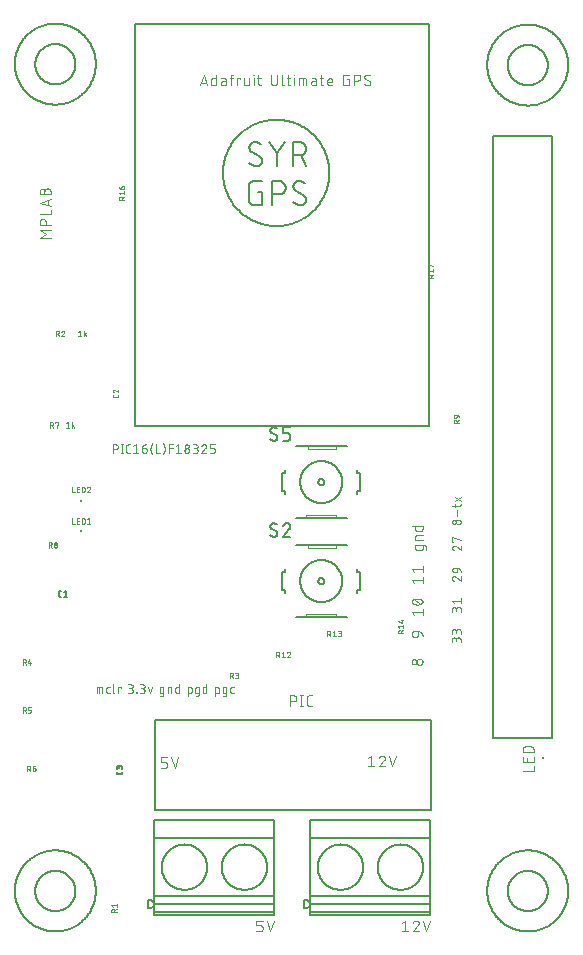
<source format=gbr>
G04 EAGLE Gerber RS-274X export*
G75*
%MOMM*%
%FSLAX34Y34*%
%LPD*%
%INSilkscreen Top*%
%IPPOS*%
%AMOC8*
5,1,8,0,0,1.08239X$1,22.5*%
G01*
%ADD10C,0.050800*%
%ADD11C,0.076200*%
%ADD12C,0.177800*%
%ADD13C,0.200000*%
%ADD14C,0.203200*%
%ADD15C,0.127000*%
%ADD16R,0.250000X0.250000*%
%ADD17C,0.152400*%
%ADD18C,0.101600*%


D10*
X58674Y445708D02*
X59922Y446706D01*
X59922Y442214D01*
X58674Y442214D02*
X61170Y442214D01*
X63334Y442214D02*
X63334Y446706D01*
X65331Y445209D02*
X63334Y443711D01*
X64208Y444335D02*
X65331Y442214D01*
D11*
X357573Y246488D02*
X357474Y246486D01*
X357374Y246480D01*
X357275Y246471D01*
X357177Y246457D01*
X357079Y246440D01*
X356981Y246419D01*
X356885Y246394D01*
X356790Y246365D01*
X356695Y246333D01*
X356603Y246297D01*
X356511Y246258D01*
X356421Y246215D01*
X356333Y246169D01*
X356247Y246119D01*
X356163Y246066D01*
X356081Y246010D01*
X356001Y245950D01*
X355924Y245888D01*
X355849Y245822D01*
X355776Y245754D01*
X355707Y245683D01*
X355640Y245609D01*
X355576Y245533D01*
X355515Y245454D01*
X355457Y245373D01*
X355402Y245290D01*
X355351Y245205D01*
X355303Y245118D01*
X355258Y245029D01*
X355217Y244938D01*
X355179Y244846D01*
X355145Y244753D01*
X355115Y244658D01*
X355088Y244562D01*
X355065Y244465D01*
X355046Y244368D01*
X355031Y244269D01*
X355019Y244170D01*
X355011Y244071D01*
X355007Y243972D01*
X355007Y243872D01*
X355011Y243773D01*
X355019Y243674D01*
X355031Y243575D01*
X355046Y243476D01*
X355065Y243379D01*
X355088Y243282D01*
X355115Y243186D01*
X355145Y243091D01*
X355179Y242998D01*
X355217Y242906D01*
X355258Y242815D01*
X355303Y242726D01*
X355351Y242639D01*
X355402Y242554D01*
X355457Y242471D01*
X355515Y242390D01*
X355576Y242311D01*
X355640Y242235D01*
X355707Y242161D01*
X355776Y242090D01*
X355849Y242022D01*
X355924Y241956D01*
X356001Y241894D01*
X356081Y241834D01*
X356163Y241778D01*
X356247Y241725D01*
X356333Y241675D01*
X356421Y241629D01*
X356511Y241586D01*
X356603Y241547D01*
X356695Y241511D01*
X356790Y241479D01*
X356885Y241450D01*
X356981Y241425D01*
X357079Y241404D01*
X357177Y241387D01*
X357275Y241373D01*
X357374Y241364D01*
X357474Y241358D01*
X357573Y241356D01*
X357672Y241358D01*
X357772Y241364D01*
X357871Y241373D01*
X357969Y241387D01*
X358067Y241404D01*
X358165Y241425D01*
X358261Y241450D01*
X358356Y241479D01*
X358451Y241511D01*
X358543Y241547D01*
X358635Y241586D01*
X358725Y241629D01*
X358813Y241675D01*
X358899Y241725D01*
X358983Y241778D01*
X359065Y241834D01*
X359145Y241894D01*
X359222Y241956D01*
X359297Y242022D01*
X359370Y242090D01*
X359439Y242161D01*
X359506Y242235D01*
X359570Y242311D01*
X359631Y242390D01*
X359689Y242471D01*
X359744Y242554D01*
X359795Y242639D01*
X359843Y242726D01*
X359888Y242815D01*
X359929Y242906D01*
X359967Y242998D01*
X360001Y243091D01*
X360031Y243186D01*
X360058Y243282D01*
X360081Y243379D01*
X360100Y243476D01*
X360115Y243575D01*
X360127Y243674D01*
X360135Y243773D01*
X360139Y243872D01*
X360139Y243972D01*
X360135Y244071D01*
X360127Y244170D01*
X360115Y244269D01*
X360100Y244368D01*
X360081Y244465D01*
X360058Y244562D01*
X360031Y244658D01*
X360001Y244753D01*
X359967Y244846D01*
X359929Y244938D01*
X359888Y245029D01*
X359843Y245118D01*
X359795Y245205D01*
X359744Y245290D01*
X359689Y245373D01*
X359631Y245454D01*
X359570Y245533D01*
X359506Y245609D01*
X359439Y245683D01*
X359370Y245754D01*
X359297Y245822D01*
X359222Y245888D01*
X359145Y245950D01*
X359065Y246010D01*
X358983Y246066D01*
X358899Y246119D01*
X358813Y246169D01*
X358725Y246215D01*
X358635Y246258D01*
X358543Y246297D01*
X358451Y246333D01*
X358356Y246365D01*
X358261Y246394D01*
X358165Y246419D01*
X358067Y246440D01*
X357969Y246457D01*
X357871Y246471D01*
X357772Y246480D01*
X357672Y246486D01*
X357573Y246488D01*
X352954Y245975D02*
X352864Y245973D01*
X352775Y245967D01*
X352686Y245957D01*
X352598Y245944D01*
X352510Y245926D01*
X352423Y245905D01*
X352337Y245880D01*
X352252Y245851D01*
X352168Y245819D01*
X352086Y245783D01*
X352006Y245743D01*
X351928Y245700D01*
X351851Y245653D01*
X351776Y245604D01*
X351704Y245551D01*
X351634Y245495D01*
X351567Y245436D01*
X351502Y245374D01*
X351440Y245309D01*
X351381Y245242D01*
X351325Y245172D01*
X351272Y245100D01*
X351223Y245025D01*
X351176Y244949D01*
X351133Y244870D01*
X351093Y244790D01*
X351057Y244708D01*
X351025Y244624D01*
X350996Y244539D01*
X350971Y244453D01*
X350950Y244366D01*
X350932Y244278D01*
X350919Y244190D01*
X350909Y244101D01*
X350903Y244012D01*
X350901Y243922D01*
X350903Y243832D01*
X350909Y243743D01*
X350919Y243654D01*
X350932Y243566D01*
X350950Y243478D01*
X350971Y243391D01*
X350996Y243305D01*
X351025Y243220D01*
X351057Y243136D01*
X351093Y243054D01*
X351133Y242974D01*
X351176Y242896D01*
X351223Y242819D01*
X351272Y242744D01*
X351325Y242672D01*
X351381Y242602D01*
X351440Y242535D01*
X351502Y242470D01*
X351567Y242408D01*
X351634Y242349D01*
X351704Y242293D01*
X351776Y242240D01*
X351851Y242191D01*
X351928Y242144D01*
X352006Y242101D01*
X352086Y242061D01*
X352168Y242025D01*
X352252Y241993D01*
X352337Y241964D01*
X352423Y241939D01*
X352510Y241918D01*
X352598Y241900D01*
X352686Y241887D01*
X352775Y241877D01*
X352864Y241871D01*
X352954Y241869D01*
X353044Y241871D01*
X353133Y241877D01*
X353222Y241887D01*
X353310Y241900D01*
X353398Y241918D01*
X353485Y241939D01*
X353571Y241964D01*
X353656Y241993D01*
X353740Y242025D01*
X353822Y242061D01*
X353902Y242101D01*
X353981Y242144D01*
X354057Y242191D01*
X354132Y242240D01*
X354204Y242293D01*
X354274Y242349D01*
X354341Y242408D01*
X354406Y242470D01*
X354468Y242535D01*
X354527Y242602D01*
X354583Y242672D01*
X354636Y242744D01*
X354685Y242819D01*
X354732Y242896D01*
X354775Y242974D01*
X354815Y243054D01*
X354851Y243136D01*
X354883Y243220D01*
X354912Y243305D01*
X354937Y243391D01*
X354958Y243478D01*
X354976Y243566D01*
X354989Y243654D01*
X354999Y243743D01*
X355005Y243832D01*
X355007Y243922D01*
X355005Y244012D01*
X354999Y244101D01*
X354989Y244190D01*
X354976Y244278D01*
X354958Y244366D01*
X354937Y244453D01*
X354912Y244539D01*
X354883Y244624D01*
X354851Y244708D01*
X354815Y244790D01*
X354775Y244870D01*
X354732Y244949D01*
X354685Y245025D01*
X354636Y245100D01*
X354583Y245172D01*
X354527Y245242D01*
X354468Y245309D01*
X354406Y245374D01*
X354341Y245436D01*
X354274Y245495D01*
X354204Y245551D01*
X354132Y245604D01*
X354057Y245653D01*
X353981Y245700D01*
X353902Y245743D01*
X353822Y245783D01*
X353740Y245819D01*
X353656Y245851D01*
X353571Y245880D01*
X353485Y245905D01*
X353398Y245926D01*
X353310Y245944D01*
X353222Y245957D01*
X353133Y245967D01*
X353044Y245973D01*
X352954Y245975D01*
X356033Y266808D02*
X356033Y269888D01*
X356033Y266808D02*
X356031Y266718D01*
X356025Y266629D01*
X356015Y266540D01*
X356002Y266452D01*
X355984Y266364D01*
X355963Y266277D01*
X355938Y266191D01*
X355909Y266106D01*
X355877Y266022D01*
X355841Y265940D01*
X355801Y265860D01*
X355758Y265782D01*
X355711Y265705D01*
X355662Y265630D01*
X355609Y265558D01*
X355553Y265488D01*
X355494Y265421D01*
X355432Y265356D01*
X355367Y265294D01*
X355300Y265235D01*
X355230Y265179D01*
X355158Y265126D01*
X355083Y265077D01*
X355007Y265030D01*
X354928Y264987D01*
X354848Y264947D01*
X354766Y264911D01*
X354682Y264879D01*
X354597Y264850D01*
X354511Y264825D01*
X354424Y264804D01*
X354336Y264786D01*
X354248Y264773D01*
X354159Y264763D01*
X354070Y264757D01*
X353980Y264755D01*
X353467Y264755D01*
X353467Y264756D02*
X353368Y264758D01*
X353268Y264764D01*
X353169Y264773D01*
X353071Y264787D01*
X352973Y264804D01*
X352875Y264825D01*
X352779Y264850D01*
X352684Y264879D01*
X352589Y264911D01*
X352497Y264947D01*
X352405Y264986D01*
X352315Y265029D01*
X352227Y265075D01*
X352141Y265125D01*
X352057Y265178D01*
X351975Y265234D01*
X351895Y265294D01*
X351818Y265356D01*
X351743Y265422D01*
X351670Y265490D01*
X351601Y265561D01*
X351534Y265635D01*
X351470Y265711D01*
X351409Y265790D01*
X351351Y265871D01*
X351296Y265954D01*
X351245Y266039D01*
X351197Y266126D01*
X351152Y266215D01*
X351111Y266306D01*
X351073Y266398D01*
X351039Y266491D01*
X351009Y266586D01*
X350982Y266682D01*
X350959Y266779D01*
X350940Y266876D01*
X350925Y266975D01*
X350913Y267074D01*
X350905Y267173D01*
X350901Y267272D01*
X350901Y267372D01*
X350905Y267471D01*
X350913Y267570D01*
X350925Y267669D01*
X350940Y267768D01*
X350959Y267865D01*
X350982Y267962D01*
X351009Y268058D01*
X351039Y268153D01*
X351073Y268246D01*
X351111Y268338D01*
X351152Y268429D01*
X351197Y268518D01*
X351245Y268605D01*
X351296Y268690D01*
X351351Y268773D01*
X351409Y268854D01*
X351470Y268933D01*
X351534Y269009D01*
X351601Y269083D01*
X351670Y269154D01*
X351743Y269222D01*
X351818Y269288D01*
X351895Y269350D01*
X351975Y269410D01*
X352057Y269466D01*
X352141Y269519D01*
X352227Y269569D01*
X352315Y269615D01*
X352405Y269658D01*
X352497Y269697D01*
X352589Y269733D01*
X352684Y269765D01*
X352779Y269794D01*
X352875Y269819D01*
X352973Y269840D01*
X353071Y269857D01*
X353169Y269871D01*
X353268Y269880D01*
X353368Y269886D01*
X353467Y269888D01*
X356033Y269888D01*
X356159Y269886D01*
X356286Y269880D01*
X356412Y269870D01*
X356538Y269857D01*
X356663Y269839D01*
X356787Y269818D01*
X356911Y269793D01*
X357035Y269764D01*
X357157Y269731D01*
X357278Y269695D01*
X357398Y269655D01*
X357516Y269611D01*
X357633Y269563D01*
X357749Y269512D01*
X357863Y269458D01*
X357976Y269399D01*
X358086Y269338D01*
X358195Y269273D01*
X358301Y269205D01*
X358405Y269133D01*
X358507Y269059D01*
X358607Y268981D01*
X358704Y268900D01*
X358799Y268816D01*
X358891Y268730D01*
X358981Y268640D01*
X359067Y268548D01*
X359151Y268453D01*
X359232Y268356D01*
X359310Y268256D01*
X359384Y268154D01*
X359456Y268050D01*
X359524Y267944D01*
X359589Y267835D01*
X359650Y267725D01*
X359709Y267612D01*
X359763Y267498D01*
X359814Y267382D01*
X359862Y267265D01*
X359906Y267147D01*
X359946Y267027D01*
X359982Y266906D01*
X360015Y266784D01*
X360044Y266660D01*
X360069Y266536D01*
X360090Y266412D01*
X360108Y266287D01*
X360121Y266161D01*
X360131Y266035D01*
X360137Y265908D01*
X360139Y265782D01*
X352954Y283355D02*
X350901Y285922D01*
X360139Y285922D01*
X360139Y288488D02*
X360139Y283355D01*
X355520Y292355D02*
X355338Y292357D01*
X355157Y292364D01*
X354975Y292375D01*
X354794Y292390D01*
X354613Y292409D01*
X354433Y292433D01*
X354254Y292461D01*
X354075Y292493D01*
X353897Y292530D01*
X353720Y292571D01*
X353544Y292616D01*
X353369Y292665D01*
X353195Y292719D01*
X353023Y292776D01*
X352852Y292838D01*
X352682Y292904D01*
X352514Y292973D01*
X352348Y293047D01*
X352184Y293125D01*
X352184Y293126D02*
X352105Y293155D01*
X352028Y293187D01*
X351951Y293223D01*
X351877Y293262D01*
X351804Y293305D01*
X351734Y293351D01*
X351665Y293399D01*
X351599Y293451D01*
X351535Y293506D01*
X351473Y293563D01*
X351415Y293623D01*
X351358Y293686D01*
X351305Y293751D01*
X351255Y293818D01*
X351207Y293888D01*
X351163Y293959D01*
X351122Y294033D01*
X351084Y294108D01*
X351050Y294185D01*
X351019Y294263D01*
X350992Y294342D01*
X350968Y294423D01*
X350947Y294505D01*
X350931Y294587D01*
X350918Y294670D01*
X350908Y294754D01*
X350903Y294838D01*
X350901Y294922D01*
X350903Y295006D01*
X350908Y295090D01*
X350918Y295174D01*
X350931Y295257D01*
X350947Y295339D01*
X350968Y295421D01*
X350992Y295502D01*
X351019Y295581D01*
X351050Y295659D01*
X351084Y295736D01*
X351122Y295811D01*
X351163Y295885D01*
X351207Y295956D01*
X351255Y296026D01*
X351305Y296093D01*
X351358Y296158D01*
X351415Y296221D01*
X351474Y296281D01*
X351535Y296338D01*
X351599Y296393D01*
X351665Y296445D01*
X351734Y296493D01*
X351804Y296539D01*
X351877Y296582D01*
X351952Y296621D01*
X352028Y296657D01*
X352105Y296689D01*
X352184Y296718D01*
X352348Y296796D01*
X352514Y296870D01*
X352682Y296939D01*
X352852Y297005D01*
X353023Y297067D01*
X353195Y297124D01*
X353369Y297178D01*
X353544Y297227D01*
X353720Y297272D01*
X353897Y297313D01*
X354075Y297350D01*
X354254Y297382D01*
X354433Y297410D01*
X354613Y297434D01*
X354794Y297453D01*
X354975Y297468D01*
X355157Y297479D01*
X355338Y297486D01*
X355520Y297488D01*
X355520Y292355D02*
X355702Y292357D01*
X355883Y292364D01*
X356065Y292375D01*
X356246Y292390D01*
X356427Y292409D01*
X356607Y292433D01*
X356786Y292461D01*
X356965Y292493D01*
X357143Y292530D01*
X357320Y292571D01*
X357496Y292616D01*
X357671Y292665D01*
X357845Y292719D01*
X358017Y292776D01*
X358188Y292838D01*
X358358Y292904D01*
X358526Y292973D01*
X358692Y293047D01*
X358856Y293125D01*
X358856Y293126D02*
X358935Y293155D01*
X359012Y293187D01*
X359089Y293223D01*
X359163Y293262D01*
X359236Y293305D01*
X359306Y293351D01*
X359375Y293399D01*
X359441Y293451D01*
X359505Y293506D01*
X359567Y293563D01*
X359625Y293623D01*
X359682Y293686D01*
X359735Y293751D01*
X359785Y293818D01*
X359833Y293888D01*
X359877Y293959D01*
X359918Y294033D01*
X359956Y294108D01*
X359990Y294185D01*
X360021Y294263D01*
X360048Y294342D01*
X360072Y294423D01*
X360093Y294505D01*
X360109Y294587D01*
X360122Y294670D01*
X360132Y294754D01*
X360137Y294838D01*
X360139Y294922D01*
X358856Y296718D02*
X358692Y296796D01*
X358526Y296870D01*
X358358Y296939D01*
X358188Y297005D01*
X358017Y297067D01*
X357845Y297124D01*
X357671Y297178D01*
X357496Y297227D01*
X357320Y297272D01*
X357143Y297313D01*
X356965Y297350D01*
X356786Y297382D01*
X356607Y297410D01*
X356427Y297434D01*
X356246Y297453D01*
X356065Y297468D01*
X355883Y297479D01*
X355702Y297486D01*
X355520Y297488D01*
X358856Y296718D02*
X358935Y296689D01*
X359012Y296657D01*
X359089Y296621D01*
X359163Y296582D01*
X359236Y296539D01*
X359306Y296493D01*
X359375Y296445D01*
X359441Y296393D01*
X359505Y296338D01*
X359567Y296281D01*
X359625Y296221D01*
X359682Y296158D01*
X359735Y296093D01*
X359785Y296026D01*
X359833Y295956D01*
X359877Y295885D01*
X359918Y295811D01*
X359956Y295736D01*
X359990Y295659D01*
X360021Y295581D01*
X360048Y295502D01*
X360072Y295421D01*
X360093Y295339D01*
X360109Y295257D01*
X360122Y295174D01*
X360132Y295090D01*
X360137Y295006D01*
X360139Y294922D01*
X358086Y292869D02*
X352954Y296974D01*
X352954Y310955D02*
X350901Y313521D01*
X360139Y313521D01*
X360139Y310955D02*
X360139Y316088D01*
X352954Y319955D02*
X350901Y322521D01*
X360139Y322521D01*
X360139Y319955D02*
X360139Y325088D01*
X360139Y339963D02*
X360139Y342529D01*
X360139Y339963D02*
X360137Y339885D01*
X360131Y339807D01*
X360121Y339730D01*
X360107Y339653D01*
X360090Y339577D01*
X360068Y339502D01*
X360043Y339428D01*
X360014Y339356D01*
X359982Y339285D01*
X359945Y339216D01*
X359906Y339148D01*
X359863Y339083D01*
X359817Y339020D01*
X359767Y338960D01*
X359715Y338902D01*
X359660Y338847D01*
X359602Y338795D01*
X359542Y338745D01*
X359479Y338699D01*
X359414Y338656D01*
X359346Y338617D01*
X359277Y338580D01*
X359206Y338548D01*
X359134Y338519D01*
X359060Y338494D01*
X358985Y338472D01*
X358909Y338455D01*
X358832Y338441D01*
X358755Y338431D01*
X358677Y338425D01*
X358599Y338423D01*
X355520Y338423D01*
X355444Y338425D01*
X355369Y338430D01*
X355294Y338440D01*
X355220Y338453D01*
X355146Y338469D01*
X355073Y338489D01*
X355001Y338513D01*
X354931Y338540D01*
X354862Y338571D01*
X354794Y338605D01*
X354728Y338642D01*
X354664Y338683D01*
X354603Y338726D01*
X354543Y338773D01*
X354486Y338822D01*
X354431Y338874D01*
X354379Y338929D01*
X354330Y338986D01*
X354283Y339046D01*
X354240Y339107D01*
X354199Y339171D01*
X354162Y339237D01*
X354128Y339305D01*
X354097Y339374D01*
X354070Y339444D01*
X354046Y339516D01*
X354026Y339589D01*
X354010Y339663D01*
X353997Y339737D01*
X353987Y339812D01*
X353982Y339887D01*
X353980Y339963D01*
X353980Y342529D01*
X361679Y342529D01*
X361755Y342527D01*
X361830Y342522D01*
X361905Y342512D01*
X361979Y342499D01*
X362053Y342483D01*
X362126Y342463D01*
X362198Y342439D01*
X362268Y342412D01*
X362337Y342381D01*
X362405Y342347D01*
X362471Y342310D01*
X362535Y342269D01*
X362596Y342226D01*
X362656Y342179D01*
X362713Y342130D01*
X362768Y342078D01*
X362820Y342023D01*
X362869Y341966D01*
X362916Y341906D01*
X362959Y341845D01*
X363000Y341781D01*
X363037Y341715D01*
X363071Y341647D01*
X363102Y341578D01*
X363129Y341508D01*
X363153Y341436D01*
X363173Y341363D01*
X363189Y341289D01*
X363202Y341215D01*
X363212Y341140D01*
X363217Y341065D01*
X363219Y340989D01*
X363218Y340989D02*
X363218Y338937D01*
X360139Y346869D02*
X353980Y346869D01*
X353980Y349435D01*
X353982Y349511D01*
X353987Y349586D01*
X353997Y349661D01*
X354010Y349735D01*
X354026Y349809D01*
X354046Y349882D01*
X354070Y349954D01*
X354097Y350024D01*
X354128Y350093D01*
X354162Y350161D01*
X354199Y350227D01*
X354240Y350291D01*
X354283Y350352D01*
X354330Y350412D01*
X354379Y350469D01*
X354431Y350524D01*
X354486Y350576D01*
X354543Y350625D01*
X354603Y350672D01*
X354664Y350715D01*
X354728Y350756D01*
X354794Y350793D01*
X354862Y350827D01*
X354931Y350858D01*
X355001Y350885D01*
X355073Y350909D01*
X355146Y350929D01*
X355220Y350945D01*
X355294Y350958D01*
X355369Y350968D01*
X355444Y350973D01*
X355520Y350975D01*
X355520Y350974D02*
X360139Y350974D01*
X360139Y359029D02*
X350901Y359029D01*
X360139Y359029D02*
X360139Y356463D01*
X360137Y356385D01*
X360131Y356307D01*
X360121Y356230D01*
X360107Y356153D01*
X360090Y356077D01*
X360068Y356002D01*
X360043Y355928D01*
X360014Y355856D01*
X359982Y355785D01*
X359945Y355716D01*
X359906Y355648D01*
X359863Y355583D01*
X359817Y355520D01*
X359767Y355460D01*
X359715Y355402D01*
X359660Y355347D01*
X359602Y355295D01*
X359542Y355245D01*
X359479Y355199D01*
X359414Y355156D01*
X359346Y355117D01*
X359277Y355080D01*
X359206Y355048D01*
X359134Y355019D01*
X359060Y354994D01*
X358985Y354972D01*
X358909Y354955D01*
X358832Y354941D01*
X358755Y354931D01*
X358677Y354925D01*
X358599Y354923D01*
X355520Y354923D01*
X355444Y354925D01*
X355369Y354930D01*
X355294Y354940D01*
X355220Y354953D01*
X355146Y354969D01*
X355073Y354989D01*
X355001Y355013D01*
X354931Y355040D01*
X354862Y355071D01*
X354794Y355105D01*
X354728Y355142D01*
X354664Y355183D01*
X354603Y355226D01*
X354543Y355273D01*
X354486Y355322D01*
X354431Y355374D01*
X354379Y355429D01*
X354330Y355486D01*
X354283Y355546D01*
X354240Y355607D01*
X354199Y355671D01*
X354162Y355737D01*
X354128Y355805D01*
X354097Y355874D01*
X354070Y355944D01*
X354046Y356016D01*
X354026Y356089D01*
X354010Y356163D01*
X353997Y356237D01*
X353987Y356312D01*
X353982Y356387D01*
X353980Y356463D01*
X353980Y359029D01*
X141890Y154051D02*
X138811Y154051D01*
X141890Y154051D02*
X141980Y154053D01*
X142069Y154059D01*
X142158Y154069D01*
X142246Y154082D01*
X142334Y154100D01*
X142421Y154121D01*
X142507Y154146D01*
X142592Y154175D01*
X142676Y154207D01*
X142758Y154243D01*
X142838Y154283D01*
X142916Y154326D01*
X142993Y154373D01*
X143068Y154422D01*
X143140Y154475D01*
X143210Y154531D01*
X143277Y154590D01*
X143342Y154652D01*
X143404Y154717D01*
X143463Y154784D01*
X143519Y154854D01*
X143572Y154926D01*
X143621Y155001D01*
X143668Y155077D01*
X143711Y155156D01*
X143751Y155236D01*
X143787Y155318D01*
X143819Y155402D01*
X143848Y155487D01*
X143873Y155573D01*
X143894Y155660D01*
X143912Y155747D01*
X143925Y155836D01*
X143935Y155925D01*
X143941Y156014D01*
X143943Y156104D01*
X143943Y157130D01*
X143941Y157220D01*
X143935Y157309D01*
X143925Y157398D01*
X143912Y157486D01*
X143894Y157574D01*
X143873Y157661D01*
X143848Y157747D01*
X143819Y157832D01*
X143787Y157916D01*
X143751Y157998D01*
X143711Y158078D01*
X143668Y158157D01*
X143621Y158233D01*
X143572Y158308D01*
X143519Y158380D01*
X143463Y158450D01*
X143404Y158517D01*
X143342Y158582D01*
X143277Y158644D01*
X143210Y158703D01*
X143140Y158759D01*
X143068Y158812D01*
X142993Y158861D01*
X142917Y158908D01*
X142838Y158951D01*
X142758Y158991D01*
X142676Y159027D01*
X142592Y159059D01*
X142507Y159088D01*
X142421Y159113D01*
X142334Y159134D01*
X142246Y159152D01*
X142158Y159165D01*
X142069Y159175D01*
X141980Y159181D01*
X141890Y159183D01*
X138811Y159183D01*
X138811Y163289D01*
X143943Y163289D01*
X147298Y163289D02*
X150377Y154051D01*
X153456Y163289D01*
X314071Y162506D02*
X316637Y164559D01*
X316637Y155321D01*
X314071Y155321D02*
X319203Y155321D01*
X328204Y162249D02*
X328202Y162342D01*
X328197Y162435D01*
X328187Y162527D01*
X328174Y162620D01*
X328157Y162711D01*
X328137Y162802D01*
X328113Y162892D01*
X328085Y162981D01*
X328054Y163068D01*
X328019Y163154D01*
X327981Y163239D01*
X327939Y163323D01*
X327895Y163404D01*
X327846Y163484D01*
X327795Y163561D01*
X327741Y163637D01*
X327683Y163710D01*
X327623Y163781D01*
X327560Y163849D01*
X327494Y163915D01*
X327426Y163978D01*
X327355Y164038D01*
X327282Y164096D01*
X327206Y164150D01*
X327129Y164201D01*
X327049Y164250D01*
X326968Y164294D01*
X326884Y164336D01*
X326799Y164374D01*
X326713Y164409D01*
X326626Y164440D01*
X326537Y164468D01*
X326447Y164492D01*
X326356Y164512D01*
X326265Y164529D01*
X326172Y164542D01*
X326080Y164552D01*
X325987Y164557D01*
X325894Y164559D01*
X325787Y164557D01*
X325681Y164551D01*
X325575Y164542D01*
X325469Y164528D01*
X325364Y164511D01*
X325259Y164490D01*
X325156Y164466D01*
X325053Y164437D01*
X324951Y164405D01*
X324851Y164370D01*
X324752Y164330D01*
X324654Y164287D01*
X324558Y164241D01*
X324464Y164191D01*
X324371Y164138D01*
X324281Y164082D01*
X324192Y164022D01*
X324106Y163960D01*
X324022Y163894D01*
X323941Y163825D01*
X323862Y163754D01*
X323785Y163679D01*
X323712Y163602D01*
X323641Y163523D01*
X323573Y163440D01*
X323508Y163356D01*
X323446Y163269D01*
X323388Y163180D01*
X323332Y163089D01*
X323280Y162996D01*
X323231Y162901D01*
X323186Y162805D01*
X323144Y162706D01*
X323106Y162607D01*
X323071Y162506D01*
X327434Y160452D02*
X327502Y160520D01*
X327567Y160590D01*
X327630Y160662D01*
X327690Y160737D01*
X327747Y160814D01*
X327800Y160893D01*
X327851Y160974D01*
X327899Y161057D01*
X327943Y161141D01*
X327984Y161228D01*
X328022Y161316D01*
X328056Y161405D01*
X328087Y161496D01*
X328114Y161587D01*
X328138Y161680D01*
X328158Y161774D01*
X328175Y161868D01*
X328187Y161963D01*
X328197Y162058D01*
X328202Y162153D01*
X328204Y162249D01*
X327433Y160453D02*
X323071Y155321D01*
X328203Y155321D01*
X334637Y155321D02*
X331558Y164559D01*
X337716Y164559D02*
X334637Y155321D01*
X84201Y217551D02*
X84201Y222376D01*
X87820Y222376D01*
X87888Y222374D01*
X87955Y222368D01*
X88022Y222359D01*
X88088Y222346D01*
X88154Y222329D01*
X88218Y222308D01*
X88282Y222284D01*
X88343Y222257D01*
X88403Y222226D01*
X88462Y222191D01*
X88518Y222154D01*
X88572Y222113D01*
X88624Y222069D01*
X88673Y222023D01*
X88719Y221974D01*
X88763Y221922D01*
X88804Y221868D01*
X88841Y221812D01*
X88876Y221753D01*
X88907Y221693D01*
X88934Y221632D01*
X88958Y221568D01*
X88979Y221504D01*
X88996Y221438D01*
X89009Y221372D01*
X89018Y221305D01*
X89024Y221238D01*
X89026Y221170D01*
X89026Y217551D01*
X86614Y217551D02*
X86614Y222376D01*
X93661Y217551D02*
X95269Y217551D01*
X93661Y217551D02*
X93593Y217553D01*
X93526Y217559D01*
X93459Y217568D01*
X93393Y217581D01*
X93327Y217598D01*
X93263Y217619D01*
X93199Y217643D01*
X93138Y217670D01*
X93078Y217701D01*
X93019Y217736D01*
X92963Y217773D01*
X92909Y217814D01*
X92857Y217858D01*
X92808Y217904D01*
X92762Y217953D01*
X92718Y218005D01*
X92677Y218059D01*
X92640Y218115D01*
X92605Y218174D01*
X92574Y218234D01*
X92547Y218295D01*
X92523Y218359D01*
X92502Y218423D01*
X92485Y218489D01*
X92472Y218555D01*
X92463Y218622D01*
X92457Y218689D01*
X92455Y218757D01*
X92454Y218757D02*
X92454Y221170D01*
X92455Y221170D02*
X92457Y221238D01*
X92463Y221305D01*
X92472Y221372D01*
X92485Y221438D01*
X92502Y221504D01*
X92523Y221568D01*
X92547Y221632D01*
X92574Y221693D01*
X92605Y221753D01*
X92640Y221812D01*
X92677Y221868D01*
X92718Y221922D01*
X92762Y221974D01*
X92808Y222023D01*
X92857Y222069D01*
X92909Y222113D01*
X92963Y222154D01*
X93019Y222191D01*
X93078Y222226D01*
X93138Y222257D01*
X93199Y222284D01*
X93263Y222308D01*
X93327Y222329D01*
X93393Y222346D01*
X93459Y222359D01*
X93526Y222368D01*
X93593Y222374D01*
X93661Y222376D01*
X95269Y222376D01*
X98046Y224789D02*
X98046Y218757D01*
X98048Y218689D01*
X98054Y218622D01*
X98063Y218555D01*
X98076Y218489D01*
X98093Y218423D01*
X98114Y218359D01*
X98138Y218295D01*
X98165Y218234D01*
X98196Y218174D01*
X98231Y218115D01*
X98268Y218059D01*
X98309Y218005D01*
X98353Y217953D01*
X98399Y217904D01*
X98448Y217858D01*
X98500Y217814D01*
X98554Y217773D01*
X98610Y217736D01*
X98669Y217701D01*
X98729Y217670D01*
X98790Y217643D01*
X98854Y217619D01*
X98918Y217598D01*
X98984Y217581D01*
X99050Y217568D01*
X99117Y217559D01*
X99184Y217553D01*
X99252Y217551D01*
X102091Y217551D02*
X102091Y222376D01*
X104504Y222376D01*
X104504Y221572D01*
X110763Y217551D02*
X112774Y217551D01*
X112863Y217553D01*
X112952Y217559D01*
X113040Y217569D01*
X113128Y217582D01*
X113215Y217600D01*
X113302Y217621D01*
X113387Y217647D01*
X113471Y217676D01*
X113554Y217708D01*
X113635Y217745D01*
X113715Y217785D01*
X113792Y217828D01*
X113868Y217875D01*
X113942Y217925D01*
X114013Y217978D01*
X114082Y218034D01*
X114148Y218094D01*
X114212Y218156D01*
X114272Y218221D01*
X114330Y218288D01*
X114385Y218358D01*
X114437Y218431D01*
X114485Y218506D01*
X114530Y218582D01*
X114572Y218661D01*
X114610Y218741D01*
X114644Y218823D01*
X114675Y218907D01*
X114702Y218992D01*
X114726Y219077D01*
X114745Y219164D01*
X114761Y219252D01*
X114773Y219340D01*
X114781Y219429D01*
X114785Y219518D01*
X114785Y219606D01*
X114781Y219695D01*
X114773Y219784D01*
X114761Y219872D01*
X114745Y219960D01*
X114726Y220047D01*
X114702Y220132D01*
X114675Y220217D01*
X114644Y220301D01*
X114610Y220383D01*
X114572Y220463D01*
X114530Y220542D01*
X114485Y220618D01*
X114437Y220693D01*
X114385Y220766D01*
X114330Y220836D01*
X114272Y220903D01*
X114212Y220968D01*
X114148Y221030D01*
X114082Y221090D01*
X114013Y221146D01*
X113942Y221199D01*
X113868Y221249D01*
X113792Y221296D01*
X113715Y221339D01*
X113635Y221379D01*
X113554Y221416D01*
X113471Y221448D01*
X113387Y221477D01*
X113302Y221503D01*
X113215Y221524D01*
X113128Y221542D01*
X113040Y221555D01*
X112952Y221565D01*
X112863Y221571D01*
X112774Y221573D01*
X113176Y224789D02*
X110763Y224789D01*
X113176Y224789D02*
X113255Y224787D01*
X113334Y224781D01*
X113412Y224772D01*
X113490Y224758D01*
X113567Y224741D01*
X113643Y224720D01*
X113718Y224695D01*
X113791Y224667D01*
X113864Y224635D01*
X113934Y224599D01*
X114003Y224560D01*
X114069Y224518D01*
X114134Y224473D01*
X114196Y224424D01*
X114256Y224372D01*
X114313Y224318D01*
X114367Y224261D01*
X114419Y224201D01*
X114468Y224139D01*
X114513Y224074D01*
X114555Y224008D01*
X114594Y223939D01*
X114630Y223869D01*
X114662Y223796D01*
X114690Y223723D01*
X114715Y223648D01*
X114736Y223572D01*
X114753Y223495D01*
X114767Y223417D01*
X114776Y223339D01*
X114782Y223260D01*
X114784Y223181D01*
X114782Y223102D01*
X114776Y223023D01*
X114767Y222945D01*
X114753Y222867D01*
X114736Y222790D01*
X114715Y222714D01*
X114690Y222639D01*
X114662Y222566D01*
X114630Y222493D01*
X114594Y222423D01*
X114555Y222354D01*
X114513Y222288D01*
X114468Y222223D01*
X114419Y222161D01*
X114367Y222101D01*
X114313Y222044D01*
X114256Y221990D01*
X114196Y221938D01*
X114134Y221889D01*
X114069Y221844D01*
X114003Y221802D01*
X113934Y221763D01*
X113864Y221727D01*
X113791Y221695D01*
X113718Y221667D01*
X113643Y221642D01*
X113567Y221621D01*
X113490Y221604D01*
X113412Y221590D01*
X113334Y221581D01*
X113255Y221575D01*
X113176Y221573D01*
X113176Y221572D02*
X111567Y221572D01*
X117612Y217953D02*
X117612Y217551D01*
X117612Y217953D02*
X118015Y217953D01*
X118015Y217551D01*
X117612Y217551D01*
X120843Y217551D02*
X122853Y217551D01*
X122942Y217553D01*
X123031Y217559D01*
X123119Y217569D01*
X123207Y217582D01*
X123294Y217600D01*
X123381Y217621D01*
X123466Y217647D01*
X123550Y217676D01*
X123633Y217708D01*
X123714Y217745D01*
X123794Y217785D01*
X123871Y217828D01*
X123947Y217875D01*
X124021Y217925D01*
X124092Y217978D01*
X124161Y218034D01*
X124227Y218094D01*
X124291Y218156D01*
X124351Y218221D01*
X124409Y218288D01*
X124464Y218358D01*
X124516Y218431D01*
X124564Y218506D01*
X124609Y218582D01*
X124651Y218661D01*
X124689Y218741D01*
X124723Y218823D01*
X124754Y218907D01*
X124781Y218992D01*
X124805Y219077D01*
X124824Y219164D01*
X124840Y219252D01*
X124852Y219340D01*
X124860Y219429D01*
X124864Y219518D01*
X124864Y219606D01*
X124860Y219695D01*
X124852Y219784D01*
X124840Y219872D01*
X124824Y219960D01*
X124805Y220047D01*
X124781Y220132D01*
X124754Y220217D01*
X124723Y220301D01*
X124689Y220383D01*
X124651Y220463D01*
X124609Y220542D01*
X124564Y220618D01*
X124516Y220693D01*
X124464Y220766D01*
X124409Y220836D01*
X124351Y220903D01*
X124291Y220968D01*
X124227Y221030D01*
X124161Y221090D01*
X124092Y221146D01*
X124021Y221199D01*
X123947Y221249D01*
X123871Y221296D01*
X123794Y221339D01*
X123714Y221379D01*
X123633Y221416D01*
X123550Y221448D01*
X123466Y221477D01*
X123381Y221503D01*
X123294Y221524D01*
X123207Y221542D01*
X123119Y221555D01*
X123031Y221565D01*
X122942Y221571D01*
X122853Y221573D01*
X123256Y224789D02*
X120843Y224789D01*
X123256Y224789D02*
X123335Y224787D01*
X123414Y224781D01*
X123492Y224772D01*
X123570Y224758D01*
X123647Y224741D01*
X123723Y224720D01*
X123798Y224695D01*
X123871Y224667D01*
X123944Y224635D01*
X124014Y224599D01*
X124083Y224560D01*
X124149Y224518D01*
X124214Y224473D01*
X124276Y224424D01*
X124336Y224372D01*
X124393Y224318D01*
X124447Y224261D01*
X124499Y224201D01*
X124548Y224139D01*
X124593Y224074D01*
X124635Y224008D01*
X124674Y223939D01*
X124710Y223869D01*
X124742Y223796D01*
X124770Y223723D01*
X124795Y223648D01*
X124816Y223572D01*
X124833Y223495D01*
X124847Y223417D01*
X124856Y223339D01*
X124862Y223260D01*
X124864Y223181D01*
X124862Y223102D01*
X124856Y223023D01*
X124847Y222945D01*
X124833Y222867D01*
X124816Y222790D01*
X124795Y222714D01*
X124770Y222639D01*
X124742Y222566D01*
X124710Y222493D01*
X124674Y222423D01*
X124635Y222354D01*
X124593Y222288D01*
X124548Y222223D01*
X124499Y222161D01*
X124447Y222101D01*
X124393Y222044D01*
X124336Y221990D01*
X124276Y221938D01*
X124214Y221889D01*
X124149Y221844D01*
X124083Y221802D01*
X124014Y221763D01*
X123944Y221727D01*
X123871Y221695D01*
X123798Y221667D01*
X123723Y221642D01*
X123647Y221621D01*
X123570Y221604D01*
X123492Y221590D01*
X123414Y221581D01*
X123335Y221575D01*
X123256Y221573D01*
X123256Y221572D02*
X121647Y221572D01*
X127725Y222376D02*
X129333Y217551D01*
X130942Y222376D01*
X138731Y217551D02*
X140741Y217551D01*
X138731Y217551D02*
X138663Y217553D01*
X138596Y217559D01*
X138529Y217568D01*
X138463Y217581D01*
X138397Y217598D01*
X138333Y217619D01*
X138269Y217643D01*
X138208Y217670D01*
X138148Y217701D01*
X138089Y217736D01*
X138033Y217773D01*
X137979Y217814D01*
X137927Y217858D01*
X137878Y217904D01*
X137832Y217953D01*
X137788Y218005D01*
X137747Y218059D01*
X137710Y218115D01*
X137675Y218174D01*
X137644Y218234D01*
X137617Y218295D01*
X137593Y218359D01*
X137572Y218423D01*
X137555Y218489D01*
X137542Y218555D01*
X137533Y218622D01*
X137527Y218689D01*
X137525Y218757D01*
X137524Y218757D02*
X137524Y221170D01*
X137525Y221170D02*
X137527Y221238D01*
X137533Y221305D01*
X137542Y221372D01*
X137555Y221438D01*
X137572Y221504D01*
X137593Y221568D01*
X137617Y221632D01*
X137644Y221693D01*
X137675Y221753D01*
X137710Y221812D01*
X137747Y221868D01*
X137788Y221922D01*
X137832Y221974D01*
X137878Y222023D01*
X137927Y222069D01*
X137979Y222113D01*
X138033Y222154D01*
X138089Y222191D01*
X138148Y222226D01*
X138208Y222257D01*
X138269Y222284D01*
X138333Y222308D01*
X138397Y222329D01*
X138463Y222346D01*
X138529Y222359D01*
X138596Y222368D01*
X138663Y222374D01*
X138731Y222376D01*
X140741Y222376D01*
X140741Y216345D01*
X140739Y216277D01*
X140733Y216210D01*
X140724Y216143D01*
X140711Y216077D01*
X140694Y216011D01*
X140673Y215947D01*
X140649Y215883D01*
X140622Y215822D01*
X140591Y215762D01*
X140556Y215703D01*
X140519Y215647D01*
X140478Y215593D01*
X140434Y215541D01*
X140388Y215492D01*
X140339Y215446D01*
X140287Y215402D01*
X140233Y215361D01*
X140177Y215324D01*
X140118Y215289D01*
X140058Y215258D01*
X139997Y215231D01*
X139933Y215207D01*
X139869Y215186D01*
X139803Y215169D01*
X139737Y215156D01*
X139670Y215147D01*
X139603Y215141D01*
X139535Y215139D01*
X139535Y215138D02*
X137926Y215138D01*
X144285Y217551D02*
X144285Y222376D01*
X146296Y222376D01*
X146364Y222374D01*
X146431Y222368D01*
X146498Y222359D01*
X146564Y222346D01*
X146630Y222329D01*
X146694Y222308D01*
X146758Y222284D01*
X146819Y222257D01*
X146879Y222226D01*
X146938Y222191D01*
X146994Y222154D01*
X147048Y222113D01*
X147100Y222069D01*
X147149Y222023D01*
X147195Y221974D01*
X147239Y221922D01*
X147280Y221868D01*
X147317Y221812D01*
X147352Y221753D01*
X147383Y221693D01*
X147410Y221632D01*
X147434Y221568D01*
X147455Y221504D01*
X147472Y221438D01*
X147485Y221372D01*
X147494Y221305D01*
X147500Y221238D01*
X147502Y221170D01*
X147502Y217551D01*
X153941Y217551D02*
X153941Y224789D01*
X153941Y217551D02*
X151931Y217551D01*
X151863Y217553D01*
X151796Y217559D01*
X151729Y217568D01*
X151663Y217581D01*
X151597Y217598D01*
X151533Y217619D01*
X151469Y217643D01*
X151408Y217670D01*
X151348Y217701D01*
X151289Y217736D01*
X151233Y217773D01*
X151179Y217814D01*
X151127Y217858D01*
X151078Y217904D01*
X151032Y217953D01*
X150988Y218005D01*
X150947Y218059D01*
X150910Y218115D01*
X150875Y218174D01*
X150844Y218234D01*
X150817Y218295D01*
X150793Y218359D01*
X150772Y218423D01*
X150755Y218489D01*
X150742Y218555D01*
X150733Y218622D01*
X150727Y218689D01*
X150725Y218757D01*
X150724Y218757D02*
X150724Y221170D01*
X150725Y221170D02*
X150727Y221238D01*
X150733Y221305D01*
X150742Y221372D01*
X150755Y221438D01*
X150772Y221504D01*
X150793Y221568D01*
X150817Y221632D01*
X150844Y221693D01*
X150875Y221753D01*
X150910Y221812D01*
X150947Y221868D01*
X150988Y221922D01*
X151032Y221974D01*
X151078Y222023D01*
X151127Y222069D01*
X151179Y222113D01*
X151233Y222154D01*
X151289Y222191D01*
X151348Y222226D01*
X151408Y222257D01*
X151469Y222284D01*
X151533Y222308D01*
X151597Y222329D01*
X151663Y222346D01*
X151729Y222359D01*
X151796Y222368D01*
X151863Y222374D01*
X151931Y222376D01*
X153941Y222376D01*
X161366Y222376D02*
X161366Y215138D01*
X161366Y222376D02*
X163376Y222376D01*
X163444Y222374D01*
X163511Y222368D01*
X163578Y222359D01*
X163644Y222346D01*
X163710Y222329D01*
X163774Y222308D01*
X163838Y222284D01*
X163899Y222257D01*
X163959Y222226D01*
X164018Y222191D01*
X164074Y222154D01*
X164128Y222113D01*
X164180Y222069D01*
X164229Y222023D01*
X164275Y221974D01*
X164319Y221922D01*
X164360Y221868D01*
X164397Y221812D01*
X164432Y221753D01*
X164463Y221693D01*
X164490Y221632D01*
X164514Y221568D01*
X164535Y221504D01*
X164552Y221438D01*
X164565Y221372D01*
X164574Y221305D01*
X164580Y221238D01*
X164582Y221170D01*
X164582Y218757D01*
X164580Y218689D01*
X164574Y218622D01*
X164565Y218555D01*
X164552Y218489D01*
X164535Y218423D01*
X164514Y218359D01*
X164490Y218295D01*
X164463Y218234D01*
X164432Y218174D01*
X164397Y218115D01*
X164360Y218059D01*
X164319Y218005D01*
X164275Y217953D01*
X164229Y217904D01*
X164180Y217858D01*
X164128Y217814D01*
X164074Y217773D01*
X164018Y217736D01*
X163959Y217701D01*
X163899Y217670D01*
X163838Y217643D01*
X163774Y217619D01*
X163710Y217598D01*
X163644Y217581D01*
X163578Y217568D01*
X163511Y217559D01*
X163444Y217553D01*
X163376Y217551D01*
X161366Y217551D01*
X168731Y217551D02*
X170741Y217551D01*
X168731Y217551D02*
X168663Y217553D01*
X168596Y217559D01*
X168529Y217568D01*
X168463Y217581D01*
X168397Y217598D01*
X168333Y217619D01*
X168269Y217643D01*
X168208Y217670D01*
X168148Y217701D01*
X168089Y217736D01*
X168033Y217773D01*
X167979Y217814D01*
X167927Y217858D01*
X167878Y217904D01*
X167832Y217953D01*
X167788Y218005D01*
X167747Y218059D01*
X167710Y218115D01*
X167675Y218174D01*
X167644Y218234D01*
X167617Y218295D01*
X167593Y218359D01*
X167572Y218423D01*
X167555Y218489D01*
X167542Y218555D01*
X167533Y218622D01*
X167527Y218689D01*
X167525Y218757D01*
X167524Y218757D02*
X167524Y221170D01*
X167525Y221170D02*
X167527Y221238D01*
X167533Y221305D01*
X167542Y221372D01*
X167555Y221438D01*
X167572Y221504D01*
X167593Y221568D01*
X167617Y221632D01*
X167644Y221693D01*
X167675Y221753D01*
X167710Y221812D01*
X167747Y221868D01*
X167788Y221922D01*
X167832Y221974D01*
X167878Y222023D01*
X167927Y222069D01*
X167979Y222113D01*
X168033Y222154D01*
X168089Y222191D01*
X168148Y222226D01*
X168208Y222257D01*
X168269Y222284D01*
X168333Y222308D01*
X168397Y222329D01*
X168463Y222346D01*
X168529Y222359D01*
X168596Y222368D01*
X168663Y222374D01*
X168731Y222376D01*
X170741Y222376D01*
X170741Y216345D01*
X170739Y216277D01*
X170733Y216210D01*
X170724Y216143D01*
X170711Y216077D01*
X170694Y216011D01*
X170673Y215947D01*
X170649Y215883D01*
X170622Y215822D01*
X170591Y215762D01*
X170556Y215703D01*
X170519Y215647D01*
X170478Y215593D01*
X170434Y215541D01*
X170388Y215492D01*
X170339Y215446D01*
X170287Y215402D01*
X170233Y215361D01*
X170177Y215324D01*
X170118Y215289D01*
X170058Y215258D01*
X169997Y215231D01*
X169933Y215207D01*
X169869Y215186D01*
X169803Y215169D01*
X169737Y215156D01*
X169670Y215147D01*
X169603Y215141D01*
X169535Y215139D01*
X169535Y215138D02*
X167926Y215138D01*
X177221Y217551D02*
X177221Y224789D01*
X177221Y217551D02*
X175211Y217551D01*
X175143Y217553D01*
X175076Y217559D01*
X175009Y217568D01*
X174943Y217581D01*
X174877Y217598D01*
X174813Y217619D01*
X174749Y217643D01*
X174688Y217670D01*
X174628Y217701D01*
X174569Y217736D01*
X174513Y217773D01*
X174459Y217814D01*
X174407Y217858D01*
X174358Y217904D01*
X174312Y217953D01*
X174268Y218005D01*
X174227Y218059D01*
X174190Y218115D01*
X174155Y218174D01*
X174124Y218234D01*
X174097Y218295D01*
X174073Y218359D01*
X174052Y218423D01*
X174035Y218489D01*
X174022Y218555D01*
X174013Y218622D01*
X174007Y218689D01*
X174005Y218757D01*
X174004Y218757D02*
X174004Y221170D01*
X174005Y221170D02*
X174007Y221238D01*
X174013Y221305D01*
X174022Y221372D01*
X174035Y221438D01*
X174052Y221504D01*
X174073Y221568D01*
X174097Y221632D01*
X174124Y221693D01*
X174155Y221753D01*
X174190Y221812D01*
X174227Y221868D01*
X174268Y221922D01*
X174312Y221974D01*
X174358Y222023D01*
X174407Y222069D01*
X174459Y222113D01*
X174513Y222154D01*
X174569Y222191D01*
X174628Y222226D01*
X174688Y222257D01*
X174749Y222284D01*
X174813Y222308D01*
X174877Y222329D01*
X174943Y222346D01*
X175009Y222359D01*
X175076Y222368D01*
X175143Y222374D01*
X175211Y222376D01*
X177221Y222376D01*
X184646Y222376D02*
X184646Y215138D01*
X184646Y222376D02*
X186656Y222376D01*
X186724Y222374D01*
X186791Y222368D01*
X186858Y222359D01*
X186924Y222346D01*
X186990Y222329D01*
X187054Y222308D01*
X187118Y222284D01*
X187179Y222257D01*
X187239Y222226D01*
X187298Y222191D01*
X187354Y222154D01*
X187408Y222113D01*
X187460Y222069D01*
X187509Y222023D01*
X187555Y221974D01*
X187599Y221922D01*
X187640Y221868D01*
X187677Y221812D01*
X187712Y221753D01*
X187743Y221693D01*
X187770Y221632D01*
X187794Y221568D01*
X187815Y221504D01*
X187832Y221438D01*
X187845Y221372D01*
X187854Y221305D01*
X187860Y221238D01*
X187862Y221170D01*
X187862Y218757D01*
X187860Y218689D01*
X187854Y218622D01*
X187845Y218555D01*
X187832Y218489D01*
X187815Y218423D01*
X187794Y218359D01*
X187770Y218295D01*
X187743Y218234D01*
X187712Y218174D01*
X187677Y218115D01*
X187640Y218059D01*
X187599Y218005D01*
X187555Y217953D01*
X187509Y217904D01*
X187460Y217858D01*
X187408Y217814D01*
X187354Y217773D01*
X187298Y217736D01*
X187239Y217701D01*
X187179Y217670D01*
X187118Y217643D01*
X187054Y217619D01*
X186990Y217598D01*
X186924Y217581D01*
X186858Y217568D01*
X186791Y217559D01*
X186724Y217553D01*
X186656Y217551D01*
X184646Y217551D01*
X192011Y217551D02*
X194021Y217551D01*
X192011Y217551D02*
X191943Y217553D01*
X191876Y217559D01*
X191809Y217568D01*
X191743Y217581D01*
X191677Y217598D01*
X191613Y217619D01*
X191549Y217643D01*
X191488Y217670D01*
X191428Y217701D01*
X191369Y217736D01*
X191313Y217773D01*
X191259Y217814D01*
X191207Y217858D01*
X191158Y217904D01*
X191112Y217953D01*
X191068Y218005D01*
X191027Y218059D01*
X190990Y218115D01*
X190955Y218174D01*
X190924Y218234D01*
X190897Y218295D01*
X190873Y218359D01*
X190852Y218423D01*
X190835Y218489D01*
X190822Y218555D01*
X190813Y218622D01*
X190807Y218689D01*
X190805Y218757D01*
X190804Y218757D02*
X190804Y221170D01*
X190805Y221170D02*
X190807Y221238D01*
X190813Y221305D01*
X190822Y221372D01*
X190835Y221438D01*
X190852Y221504D01*
X190873Y221568D01*
X190897Y221632D01*
X190924Y221693D01*
X190955Y221753D01*
X190990Y221812D01*
X191027Y221868D01*
X191068Y221922D01*
X191112Y221974D01*
X191158Y222023D01*
X191207Y222069D01*
X191259Y222113D01*
X191313Y222154D01*
X191369Y222191D01*
X191428Y222226D01*
X191488Y222257D01*
X191549Y222284D01*
X191613Y222308D01*
X191677Y222329D01*
X191743Y222346D01*
X191809Y222359D01*
X191876Y222368D01*
X191943Y222374D01*
X192011Y222376D01*
X194021Y222376D01*
X194021Y216345D01*
X194019Y216277D01*
X194013Y216210D01*
X194004Y216143D01*
X193991Y216077D01*
X193974Y216011D01*
X193953Y215947D01*
X193929Y215883D01*
X193902Y215822D01*
X193871Y215762D01*
X193836Y215703D01*
X193799Y215647D01*
X193758Y215593D01*
X193714Y215541D01*
X193668Y215492D01*
X193619Y215446D01*
X193567Y215402D01*
X193513Y215361D01*
X193457Y215324D01*
X193398Y215289D01*
X193338Y215258D01*
X193277Y215231D01*
X193213Y215207D01*
X193149Y215186D01*
X193083Y215169D01*
X193017Y215156D01*
X192950Y215147D01*
X192883Y215141D01*
X192815Y215139D01*
X192815Y215138D02*
X191206Y215138D01*
X198540Y217551D02*
X200149Y217551D01*
X198540Y217551D02*
X198472Y217553D01*
X198405Y217559D01*
X198338Y217568D01*
X198272Y217581D01*
X198206Y217598D01*
X198142Y217619D01*
X198078Y217643D01*
X198017Y217670D01*
X197957Y217701D01*
X197898Y217736D01*
X197842Y217773D01*
X197788Y217814D01*
X197736Y217858D01*
X197687Y217904D01*
X197641Y217953D01*
X197597Y218005D01*
X197556Y218059D01*
X197519Y218115D01*
X197484Y218174D01*
X197453Y218234D01*
X197426Y218295D01*
X197402Y218359D01*
X197381Y218423D01*
X197364Y218489D01*
X197351Y218555D01*
X197342Y218622D01*
X197336Y218689D01*
X197334Y218757D01*
X197334Y221170D01*
X197336Y221238D01*
X197342Y221305D01*
X197351Y221372D01*
X197364Y221438D01*
X197381Y221504D01*
X197402Y221568D01*
X197426Y221632D01*
X197453Y221693D01*
X197484Y221753D01*
X197519Y221812D01*
X197556Y221868D01*
X197597Y221922D01*
X197641Y221974D01*
X197687Y222023D01*
X197736Y222069D01*
X197788Y222113D01*
X197842Y222154D01*
X197898Y222191D01*
X197957Y222226D01*
X198017Y222257D01*
X198078Y222284D01*
X198142Y222308D01*
X198206Y222329D01*
X198272Y222346D01*
X198338Y222359D01*
X198405Y222368D01*
X198472Y222374D01*
X198540Y222376D01*
X200149Y222376D01*
X248269Y215519D02*
X248269Y206281D01*
X248269Y215519D02*
X250835Y215519D01*
X250934Y215517D01*
X251034Y215511D01*
X251133Y215502D01*
X251231Y215488D01*
X251329Y215471D01*
X251427Y215450D01*
X251523Y215425D01*
X251618Y215396D01*
X251713Y215364D01*
X251805Y215328D01*
X251897Y215289D01*
X251987Y215246D01*
X252075Y215200D01*
X252161Y215150D01*
X252245Y215097D01*
X252327Y215041D01*
X252407Y214981D01*
X252484Y214919D01*
X252559Y214853D01*
X252632Y214785D01*
X252701Y214714D01*
X252768Y214640D01*
X252832Y214564D01*
X252893Y214485D01*
X252951Y214404D01*
X253006Y214321D01*
X253057Y214236D01*
X253105Y214149D01*
X253150Y214060D01*
X253191Y213969D01*
X253229Y213877D01*
X253263Y213784D01*
X253293Y213689D01*
X253320Y213593D01*
X253343Y213496D01*
X253362Y213399D01*
X253377Y213300D01*
X253389Y213201D01*
X253397Y213102D01*
X253401Y213003D01*
X253401Y212903D01*
X253397Y212804D01*
X253389Y212705D01*
X253377Y212606D01*
X253362Y212507D01*
X253343Y212410D01*
X253320Y212313D01*
X253293Y212217D01*
X253263Y212122D01*
X253229Y212029D01*
X253191Y211937D01*
X253150Y211846D01*
X253105Y211757D01*
X253057Y211670D01*
X253006Y211585D01*
X252951Y211502D01*
X252893Y211421D01*
X252832Y211342D01*
X252768Y211266D01*
X252701Y211192D01*
X252632Y211121D01*
X252559Y211053D01*
X252484Y210987D01*
X252407Y210925D01*
X252327Y210865D01*
X252245Y210809D01*
X252161Y210756D01*
X252075Y210706D01*
X251987Y210660D01*
X251897Y210617D01*
X251805Y210578D01*
X251713Y210542D01*
X251618Y210510D01*
X251523Y210481D01*
X251427Y210456D01*
X251329Y210435D01*
X251231Y210418D01*
X251133Y210404D01*
X251034Y210395D01*
X250934Y210389D01*
X250835Y210387D01*
X248269Y210387D01*
X257605Y206281D02*
X257605Y215519D01*
X256578Y206281D02*
X258631Y206281D01*
X258631Y215519D02*
X256578Y215519D01*
X264266Y206281D02*
X266319Y206281D01*
X264266Y206281D02*
X264176Y206283D01*
X264087Y206289D01*
X263998Y206299D01*
X263910Y206312D01*
X263822Y206330D01*
X263735Y206351D01*
X263649Y206376D01*
X263564Y206405D01*
X263480Y206437D01*
X263398Y206473D01*
X263318Y206513D01*
X263240Y206556D01*
X263163Y206603D01*
X263088Y206652D01*
X263016Y206705D01*
X262946Y206761D01*
X262879Y206820D01*
X262814Y206882D01*
X262752Y206947D01*
X262693Y207014D01*
X262637Y207084D01*
X262584Y207156D01*
X262535Y207231D01*
X262488Y207308D01*
X262445Y207386D01*
X262405Y207466D01*
X262369Y207548D01*
X262337Y207632D01*
X262308Y207717D01*
X262283Y207803D01*
X262262Y207890D01*
X262244Y207978D01*
X262231Y208066D01*
X262221Y208155D01*
X262215Y208244D01*
X262213Y208334D01*
X262213Y213466D01*
X262215Y213556D01*
X262221Y213645D01*
X262231Y213734D01*
X262244Y213822D01*
X262262Y213910D01*
X262283Y213997D01*
X262308Y214083D01*
X262337Y214168D01*
X262369Y214252D01*
X262405Y214334D01*
X262445Y214414D01*
X262488Y214492D01*
X262535Y214569D01*
X262584Y214644D01*
X262637Y214716D01*
X262693Y214786D01*
X262752Y214853D01*
X262814Y214918D01*
X262879Y214980D01*
X262946Y215039D01*
X263016Y215095D01*
X263088Y215148D01*
X263163Y215197D01*
X263239Y215244D01*
X263318Y215287D01*
X263398Y215327D01*
X263480Y215363D01*
X263564Y215395D01*
X263649Y215424D01*
X263735Y215449D01*
X263822Y215470D01*
X263909Y215488D01*
X263998Y215501D01*
X264087Y215511D01*
X264176Y215517D01*
X264266Y215519D01*
X266319Y215519D01*
D12*
X219720Y663809D02*
X219853Y663811D01*
X219986Y663817D01*
X220119Y663827D01*
X220252Y663841D01*
X220384Y663858D01*
X220515Y663880D01*
X220646Y663905D01*
X220776Y663935D01*
X220905Y663968D01*
X221033Y664005D01*
X221159Y664046D01*
X221285Y664090D01*
X221409Y664138D01*
X221532Y664190D01*
X221653Y664246D01*
X221772Y664305D01*
X221890Y664367D01*
X222005Y664433D01*
X222119Y664503D01*
X222231Y664576D01*
X222340Y664652D01*
X222447Y664731D01*
X222552Y664813D01*
X222654Y664899D01*
X222753Y664987D01*
X222850Y665079D01*
X222944Y665173D01*
X223036Y665270D01*
X223124Y665369D01*
X223210Y665471D01*
X223292Y665576D01*
X223371Y665683D01*
X223447Y665792D01*
X223520Y665904D01*
X223590Y666018D01*
X223656Y666133D01*
X223718Y666251D01*
X223777Y666370D01*
X223833Y666491D01*
X223885Y666614D01*
X223933Y666738D01*
X223977Y666864D01*
X224018Y666990D01*
X224055Y667118D01*
X224088Y667247D01*
X224118Y667377D01*
X224143Y667508D01*
X224165Y667639D01*
X224182Y667771D01*
X224196Y667904D01*
X224206Y668037D01*
X224212Y668170D01*
X224214Y668303D01*
X219720Y663809D02*
X219493Y663812D01*
X219266Y663820D01*
X219039Y663833D01*
X218813Y663852D01*
X218587Y663877D01*
X218362Y663907D01*
X218137Y663942D01*
X217914Y663982D01*
X217692Y664028D01*
X217470Y664079D01*
X217250Y664136D01*
X217032Y664198D01*
X216815Y664265D01*
X216599Y664337D01*
X216386Y664414D01*
X216174Y664496D01*
X215964Y664584D01*
X215757Y664676D01*
X215552Y664773D01*
X215349Y664875D01*
X215148Y664982D01*
X214951Y665094D01*
X214756Y665211D01*
X214563Y665332D01*
X214374Y665457D01*
X214188Y665587D01*
X214005Y665722D01*
X213825Y665861D01*
X213649Y666004D01*
X213476Y666151D01*
X213307Y666303D01*
X213141Y666458D01*
X212979Y666618D01*
X213540Y679537D02*
X213542Y679670D01*
X213548Y679803D01*
X213558Y679936D01*
X213572Y680069D01*
X213589Y680201D01*
X213611Y680332D01*
X213636Y680463D01*
X213666Y680593D01*
X213699Y680722D01*
X213736Y680850D01*
X213777Y680976D01*
X213821Y681102D01*
X213869Y681226D01*
X213921Y681349D01*
X213977Y681470D01*
X214036Y681589D01*
X214098Y681707D01*
X214164Y681822D01*
X214234Y681936D01*
X214307Y682048D01*
X214383Y682157D01*
X214462Y682264D01*
X214544Y682369D01*
X214630Y682471D01*
X214718Y682570D01*
X214810Y682667D01*
X214904Y682761D01*
X215001Y682853D01*
X215100Y682941D01*
X215202Y683027D01*
X215307Y683109D01*
X215414Y683188D01*
X215523Y683264D01*
X215635Y683337D01*
X215749Y683407D01*
X215864Y683473D01*
X215982Y683535D01*
X216101Y683594D01*
X216222Y683650D01*
X216345Y683702D01*
X216469Y683750D01*
X216595Y683794D01*
X216722Y683835D01*
X216849Y683872D01*
X216978Y683905D01*
X217108Y683935D01*
X217239Y683960D01*
X217371Y683982D01*
X217503Y683999D01*
X217635Y684013D01*
X217768Y684023D01*
X217901Y684029D01*
X218034Y684031D01*
X218235Y684029D01*
X218436Y684021D01*
X218636Y684009D01*
X218836Y683993D01*
X219036Y683971D01*
X219235Y683945D01*
X219433Y683914D01*
X219631Y683878D01*
X219828Y683838D01*
X220023Y683793D01*
X220218Y683743D01*
X220411Y683689D01*
X220603Y683630D01*
X220794Y683566D01*
X220983Y683498D01*
X221170Y683426D01*
X221355Y683349D01*
X221539Y683267D01*
X221721Y683182D01*
X221900Y683092D01*
X222077Y682997D01*
X222252Y682899D01*
X222425Y682796D01*
X222595Y682690D01*
X222763Y682579D01*
X222928Y682464D01*
X223090Y682346D01*
X215788Y675605D02*
X215675Y675673D01*
X215565Y675745D01*
X215457Y675820D01*
X215351Y675898D01*
X215247Y675979D01*
X215145Y676063D01*
X215046Y676149D01*
X214950Y676239D01*
X214856Y676331D01*
X214765Y676426D01*
X214677Y676524D01*
X214591Y676624D01*
X214509Y676727D01*
X214429Y676832D01*
X214353Y676939D01*
X214279Y677048D01*
X214209Y677159D01*
X214142Y677273D01*
X214079Y677388D01*
X214018Y677505D01*
X213961Y677624D01*
X213908Y677744D01*
X213858Y677866D01*
X213812Y677989D01*
X213769Y678113D01*
X213730Y678239D01*
X213694Y678366D01*
X213662Y678493D01*
X213634Y678622D01*
X213609Y678751D01*
X213588Y678881D01*
X213571Y679012D01*
X213558Y679143D01*
X213549Y679274D01*
X213543Y679405D01*
X213541Y679537D01*
X221966Y672235D02*
X222079Y672167D01*
X222189Y672095D01*
X222297Y672020D01*
X222403Y671942D01*
X222507Y671861D01*
X222609Y671777D01*
X222708Y671691D01*
X222804Y671601D01*
X222898Y671509D01*
X222989Y671414D01*
X223077Y671316D01*
X223163Y671216D01*
X223245Y671113D01*
X223325Y671008D01*
X223401Y670901D01*
X223475Y670792D01*
X223545Y670681D01*
X223612Y670567D01*
X223675Y670452D01*
X223736Y670335D01*
X223793Y670216D01*
X223846Y670096D01*
X223896Y669974D01*
X223942Y669851D01*
X223985Y669727D01*
X224024Y669601D01*
X224060Y669474D01*
X224092Y669347D01*
X224120Y669218D01*
X224145Y669089D01*
X224166Y668959D01*
X224183Y668828D01*
X224196Y668697D01*
X224205Y668566D01*
X224211Y668435D01*
X224213Y668303D01*
X221967Y672235D02*
X215788Y675605D01*
X229879Y684031D02*
X236620Y674482D01*
X243360Y684031D01*
X236620Y674482D02*
X236620Y663809D01*
X250349Y663809D02*
X250349Y684031D01*
X255966Y684031D01*
X256114Y684029D01*
X256262Y684023D01*
X256410Y684013D01*
X256558Y684000D01*
X256705Y683982D01*
X256852Y683961D01*
X256998Y683935D01*
X257144Y683906D01*
X257288Y683873D01*
X257432Y683836D01*
X257574Y683796D01*
X257716Y683751D01*
X257856Y683703D01*
X257995Y683652D01*
X258133Y683596D01*
X258269Y683537D01*
X258403Y683475D01*
X258536Y683409D01*
X258667Y683339D01*
X258796Y683266D01*
X258923Y683190D01*
X259048Y683110D01*
X259171Y683027D01*
X259292Y682941D01*
X259410Y682851D01*
X259526Y682759D01*
X259639Y682663D01*
X259750Y682565D01*
X259858Y682464D01*
X259964Y682360D01*
X260067Y682253D01*
X260167Y682143D01*
X260264Y682031D01*
X260358Y681916D01*
X260448Y681799D01*
X260536Y681679D01*
X260621Y681558D01*
X260702Y681434D01*
X260780Y681308D01*
X260855Y681180D01*
X260926Y681050D01*
X260994Y680918D01*
X261058Y680784D01*
X261119Y680649D01*
X261176Y680512D01*
X261230Y680374D01*
X261280Y680234D01*
X261326Y680093D01*
X261369Y679951D01*
X261407Y679808D01*
X261442Y679664D01*
X261473Y679519D01*
X261501Y679373D01*
X261524Y679227D01*
X261543Y679080D01*
X261559Y678932D01*
X261571Y678784D01*
X261579Y678636D01*
X261583Y678488D01*
X261583Y678340D01*
X261579Y678192D01*
X261571Y678044D01*
X261559Y677896D01*
X261543Y677748D01*
X261524Y677601D01*
X261501Y677455D01*
X261473Y677309D01*
X261442Y677164D01*
X261407Y677020D01*
X261369Y676877D01*
X261326Y676735D01*
X261280Y676594D01*
X261230Y676454D01*
X261176Y676316D01*
X261119Y676179D01*
X261058Y676044D01*
X260994Y675910D01*
X260926Y675778D01*
X260855Y675648D01*
X260780Y675520D01*
X260702Y675394D01*
X260621Y675270D01*
X260536Y675149D01*
X260448Y675029D01*
X260358Y674912D01*
X260264Y674797D01*
X260167Y674685D01*
X260067Y674575D01*
X259964Y674468D01*
X259858Y674364D01*
X259750Y674263D01*
X259639Y674165D01*
X259526Y674069D01*
X259410Y673977D01*
X259292Y673887D01*
X259171Y673801D01*
X259048Y673718D01*
X258923Y673638D01*
X258796Y673562D01*
X258667Y673489D01*
X258536Y673419D01*
X258403Y673353D01*
X258269Y673291D01*
X258133Y673232D01*
X257995Y673176D01*
X257856Y673125D01*
X257716Y673077D01*
X257574Y673032D01*
X257432Y672992D01*
X257288Y672955D01*
X257144Y672922D01*
X256998Y672893D01*
X256852Y672867D01*
X256705Y672846D01*
X256558Y672828D01*
X256410Y672815D01*
X256262Y672805D01*
X256114Y672799D01*
X255966Y672797D01*
X250349Y672797D01*
X257090Y672797D02*
X261583Y663809D01*
X224213Y642043D02*
X220843Y642043D01*
X224213Y642043D02*
X224213Y630809D01*
X217473Y630809D01*
X217340Y630811D01*
X217207Y630817D01*
X217074Y630827D01*
X216941Y630841D01*
X216809Y630858D01*
X216678Y630880D01*
X216547Y630905D01*
X216417Y630935D01*
X216288Y630968D01*
X216160Y631005D01*
X216034Y631046D01*
X215908Y631090D01*
X215784Y631138D01*
X215661Y631190D01*
X215540Y631246D01*
X215421Y631305D01*
X215303Y631367D01*
X215188Y631433D01*
X215074Y631503D01*
X214962Y631576D01*
X214853Y631652D01*
X214746Y631731D01*
X214641Y631813D01*
X214539Y631899D01*
X214440Y631987D01*
X214343Y632079D01*
X214249Y632173D01*
X214157Y632270D01*
X214069Y632369D01*
X213983Y632471D01*
X213901Y632576D01*
X213822Y632683D01*
X213746Y632792D01*
X213673Y632904D01*
X213603Y633018D01*
X213537Y633133D01*
X213475Y633251D01*
X213416Y633370D01*
X213360Y633491D01*
X213308Y633614D01*
X213260Y633738D01*
X213216Y633864D01*
X213175Y633990D01*
X213138Y634118D01*
X213105Y634247D01*
X213075Y634377D01*
X213050Y634508D01*
X213028Y634639D01*
X213011Y634771D01*
X212997Y634904D01*
X212987Y635037D01*
X212981Y635170D01*
X212979Y635303D01*
X212979Y646537D01*
X212981Y646670D01*
X212987Y646803D01*
X212997Y646936D01*
X213011Y647069D01*
X213028Y647201D01*
X213050Y647332D01*
X213075Y647463D01*
X213105Y647593D01*
X213138Y647722D01*
X213175Y647849D01*
X213216Y647976D01*
X213260Y648102D01*
X213308Y648226D01*
X213360Y648349D01*
X213416Y648470D01*
X213475Y648589D01*
X213537Y648707D01*
X213603Y648822D01*
X213673Y648936D01*
X213746Y649048D01*
X213822Y649157D01*
X213901Y649264D01*
X213983Y649369D01*
X214069Y649471D01*
X214157Y649570D01*
X214249Y649667D01*
X214343Y649761D01*
X214440Y649853D01*
X214539Y649941D01*
X214641Y650027D01*
X214746Y650109D01*
X214853Y650188D01*
X214962Y650264D01*
X215074Y650337D01*
X215188Y650407D01*
X215303Y650473D01*
X215421Y650535D01*
X215540Y650594D01*
X215661Y650650D01*
X215784Y650702D01*
X215908Y650750D01*
X216034Y650794D01*
X216160Y650835D01*
X216288Y650872D01*
X216417Y650905D01*
X216547Y650935D01*
X216678Y650960D01*
X216809Y650982D01*
X216941Y650999D01*
X217074Y651013D01*
X217207Y651023D01*
X217340Y651029D01*
X217473Y651031D01*
X224213Y651031D01*
X233052Y651031D02*
X233052Y630809D01*
X233052Y651031D02*
X238669Y651031D01*
X238817Y651029D01*
X238965Y651023D01*
X239113Y651013D01*
X239261Y651000D01*
X239408Y650982D01*
X239555Y650961D01*
X239701Y650935D01*
X239847Y650906D01*
X239991Y650873D01*
X240135Y650836D01*
X240277Y650796D01*
X240419Y650751D01*
X240559Y650703D01*
X240698Y650652D01*
X240836Y650596D01*
X240972Y650537D01*
X241106Y650475D01*
X241239Y650409D01*
X241370Y650339D01*
X241499Y650266D01*
X241626Y650190D01*
X241751Y650110D01*
X241874Y650027D01*
X241995Y649941D01*
X242113Y649851D01*
X242229Y649759D01*
X242342Y649663D01*
X242453Y649565D01*
X242561Y649464D01*
X242667Y649360D01*
X242770Y649253D01*
X242870Y649143D01*
X242967Y649031D01*
X243061Y648916D01*
X243151Y648799D01*
X243239Y648679D01*
X243324Y648558D01*
X243405Y648434D01*
X243483Y648308D01*
X243558Y648180D01*
X243629Y648050D01*
X243697Y647918D01*
X243761Y647784D01*
X243822Y647649D01*
X243879Y647512D01*
X243933Y647374D01*
X243983Y647234D01*
X244029Y647093D01*
X244072Y646951D01*
X244110Y646808D01*
X244145Y646664D01*
X244176Y646519D01*
X244204Y646373D01*
X244227Y646227D01*
X244246Y646080D01*
X244262Y645932D01*
X244274Y645784D01*
X244282Y645636D01*
X244286Y645488D01*
X244286Y645340D01*
X244282Y645192D01*
X244274Y645044D01*
X244262Y644896D01*
X244246Y644748D01*
X244227Y644601D01*
X244204Y644455D01*
X244176Y644309D01*
X244145Y644164D01*
X244110Y644020D01*
X244072Y643877D01*
X244029Y643735D01*
X243983Y643594D01*
X243933Y643454D01*
X243879Y643316D01*
X243822Y643179D01*
X243761Y643044D01*
X243697Y642910D01*
X243629Y642778D01*
X243558Y642648D01*
X243483Y642520D01*
X243405Y642394D01*
X243324Y642270D01*
X243239Y642149D01*
X243151Y642029D01*
X243061Y641912D01*
X242967Y641797D01*
X242870Y641685D01*
X242770Y641575D01*
X242667Y641468D01*
X242561Y641364D01*
X242453Y641263D01*
X242342Y641165D01*
X242229Y641069D01*
X242113Y640977D01*
X241995Y640887D01*
X241874Y640801D01*
X241751Y640718D01*
X241626Y640638D01*
X241499Y640562D01*
X241370Y640489D01*
X241239Y640419D01*
X241106Y640353D01*
X240972Y640291D01*
X240836Y640232D01*
X240698Y640176D01*
X240559Y640125D01*
X240419Y640077D01*
X240277Y640032D01*
X240135Y639992D01*
X239991Y639955D01*
X239847Y639922D01*
X239701Y639893D01*
X239555Y639867D01*
X239408Y639846D01*
X239261Y639828D01*
X239113Y639815D01*
X238965Y639805D01*
X238817Y639799D01*
X238669Y639797D01*
X233052Y639797D01*
X257010Y630809D02*
X257143Y630811D01*
X257276Y630817D01*
X257409Y630827D01*
X257542Y630841D01*
X257674Y630858D01*
X257805Y630880D01*
X257936Y630905D01*
X258066Y630935D01*
X258195Y630968D01*
X258323Y631005D01*
X258449Y631046D01*
X258575Y631090D01*
X258699Y631138D01*
X258822Y631190D01*
X258943Y631246D01*
X259062Y631305D01*
X259180Y631367D01*
X259295Y631433D01*
X259409Y631503D01*
X259521Y631576D01*
X259630Y631652D01*
X259737Y631731D01*
X259842Y631813D01*
X259944Y631899D01*
X260043Y631987D01*
X260140Y632079D01*
X260234Y632173D01*
X260326Y632270D01*
X260414Y632369D01*
X260500Y632471D01*
X260582Y632576D01*
X260661Y632683D01*
X260737Y632792D01*
X260810Y632904D01*
X260880Y633018D01*
X260946Y633133D01*
X261008Y633251D01*
X261067Y633370D01*
X261123Y633491D01*
X261175Y633614D01*
X261223Y633738D01*
X261267Y633864D01*
X261308Y633990D01*
X261345Y634118D01*
X261378Y634247D01*
X261408Y634377D01*
X261433Y634508D01*
X261455Y634639D01*
X261472Y634771D01*
X261486Y634904D01*
X261496Y635037D01*
X261502Y635170D01*
X261504Y635303D01*
X257010Y630809D02*
X256783Y630812D01*
X256556Y630820D01*
X256329Y630833D01*
X256103Y630852D01*
X255877Y630877D01*
X255652Y630907D01*
X255427Y630942D01*
X255204Y630982D01*
X254982Y631028D01*
X254760Y631079D01*
X254540Y631136D01*
X254322Y631198D01*
X254105Y631265D01*
X253889Y631337D01*
X253676Y631414D01*
X253464Y631496D01*
X253254Y631584D01*
X253047Y631676D01*
X252842Y631773D01*
X252639Y631875D01*
X252438Y631982D01*
X252241Y632094D01*
X252046Y632211D01*
X251853Y632332D01*
X251664Y632457D01*
X251478Y632587D01*
X251295Y632722D01*
X251115Y632861D01*
X250939Y633004D01*
X250766Y633151D01*
X250597Y633303D01*
X250431Y633458D01*
X250269Y633618D01*
X250830Y646537D02*
X250832Y646670D01*
X250838Y646803D01*
X250848Y646936D01*
X250862Y647069D01*
X250879Y647201D01*
X250901Y647332D01*
X250926Y647463D01*
X250956Y647593D01*
X250989Y647722D01*
X251026Y647850D01*
X251067Y647976D01*
X251111Y648102D01*
X251159Y648226D01*
X251211Y648349D01*
X251267Y648470D01*
X251326Y648589D01*
X251388Y648707D01*
X251454Y648822D01*
X251524Y648936D01*
X251597Y649048D01*
X251673Y649157D01*
X251752Y649264D01*
X251834Y649369D01*
X251920Y649471D01*
X252008Y649570D01*
X252100Y649667D01*
X252194Y649761D01*
X252291Y649853D01*
X252390Y649941D01*
X252492Y650027D01*
X252597Y650109D01*
X252704Y650188D01*
X252813Y650264D01*
X252925Y650337D01*
X253039Y650407D01*
X253154Y650473D01*
X253272Y650535D01*
X253391Y650594D01*
X253512Y650650D01*
X253635Y650702D01*
X253759Y650750D01*
X253885Y650794D01*
X254012Y650835D01*
X254139Y650872D01*
X254268Y650905D01*
X254398Y650935D01*
X254529Y650960D01*
X254661Y650982D01*
X254793Y650999D01*
X254925Y651013D01*
X255058Y651023D01*
X255191Y651029D01*
X255324Y651031D01*
X255525Y651029D01*
X255726Y651021D01*
X255926Y651009D01*
X256126Y650993D01*
X256326Y650971D01*
X256525Y650945D01*
X256723Y650914D01*
X256921Y650878D01*
X257118Y650838D01*
X257313Y650793D01*
X257508Y650743D01*
X257701Y650689D01*
X257893Y650630D01*
X258084Y650566D01*
X258273Y650498D01*
X258460Y650426D01*
X258645Y650349D01*
X258829Y650267D01*
X259011Y650182D01*
X259190Y650092D01*
X259367Y649997D01*
X259542Y649899D01*
X259715Y649796D01*
X259885Y649690D01*
X260053Y649579D01*
X260218Y649464D01*
X260380Y649346D01*
X253078Y642605D02*
X252965Y642673D01*
X252855Y642745D01*
X252747Y642820D01*
X252641Y642898D01*
X252537Y642979D01*
X252435Y643063D01*
X252336Y643149D01*
X252240Y643239D01*
X252146Y643331D01*
X252055Y643426D01*
X251967Y643524D01*
X251881Y643624D01*
X251799Y643727D01*
X251719Y643832D01*
X251643Y643939D01*
X251569Y644048D01*
X251499Y644159D01*
X251432Y644273D01*
X251369Y644388D01*
X251308Y644505D01*
X251251Y644624D01*
X251198Y644744D01*
X251148Y644866D01*
X251102Y644989D01*
X251059Y645113D01*
X251020Y645239D01*
X250984Y645366D01*
X250952Y645493D01*
X250924Y645622D01*
X250899Y645751D01*
X250878Y645881D01*
X250861Y646012D01*
X250848Y646143D01*
X250839Y646274D01*
X250833Y646405D01*
X250831Y646537D01*
X259256Y639235D02*
X259369Y639167D01*
X259479Y639095D01*
X259587Y639020D01*
X259693Y638942D01*
X259797Y638861D01*
X259899Y638777D01*
X259998Y638691D01*
X260094Y638601D01*
X260188Y638509D01*
X260279Y638414D01*
X260367Y638316D01*
X260453Y638216D01*
X260535Y638113D01*
X260615Y638008D01*
X260691Y637901D01*
X260765Y637792D01*
X260835Y637681D01*
X260902Y637567D01*
X260965Y637452D01*
X261026Y637335D01*
X261083Y637216D01*
X261136Y637096D01*
X261186Y636974D01*
X261232Y636851D01*
X261275Y636727D01*
X261314Y636601D01*
X261350Y636474D01*
X261382Y636347D01*
X261410Y636218D01*
X261435Y636089D01*
X261456Y635959D01*
X261473Y635828D01*
X261486Y635697D01*
X261495Y635566D01*
X261501Y635435D01*
X261503Y635303D01*
X259256Y639235D02*
X253077Y642605D01*
D13*
X191220Y657860D02*
X191234Y658964D01*
X191274Y660068D01*
X191342Y661170D01*
X191437Y662271D01*
X191558Y663368D01*
X191707Y664463D01*
X191883Y665553D01*
X192085Y666639D01*
X192313Y667720D01*
X192569Y668794D01*
X192850Y669862D01*
X193158Y670923D01*
X193491Y671976D01*
X193851Y673020D01*
X194235Y674055D01*
X194645Y675081D01*
X195081Y676096D01*
X195540Y677100D01*
X196025Y678093D01*
X196534Y679073D01*
X197066Y680040D01*
X197622Y680995D01*
X198202Y681935D01*
X198804Y682861D01*
X199429Y683771D01*
X200076Y684666D01*
X200744Y685545D01*
X201435Y686408D01*
X202146Y687253D01*
X202877Y688080D01*
X203629Y688889D01*
X204400Y689680D01*
X205191Y690451D01*
X206000Y691203D01*
X206827Y691934D01*
X207672Y692645D01*
X208535Y693336D01*
X209414Y694004D01*
X210309Y694651D01*
X211219Y695276D01*
X212145Y695878D01*
X213085Y696458D01*
X214040Y697014D01*
X215007Y697546D01*
X215987Y698055D01*
X216980Y698540D01*
X217984Y698999D01*
X218999Y699435D01*
X220025Y699845D01*
X221060Y700229D01*
X222104Y700589D01*
X223157Y700922D01*
X224218Y701230D01*
X225286Y701511D01*
X226360Y701767D01*
X227441Y701995D01*
X228527Y702197D01*
X229617Y702373D01*
X230712Y702522D01*
X231809Y702643D01*
X232910Y702738D01*
X234012Y702806D01*
X235116Y702846D01*
X236220Y702860D01*
X237324Y702846D01*
X238428Y702806D01*
X239530Y702738D01*
X240631Y702643D01*
X241728Y702522D01*
X242823Y702373D01*
X243913Y702197D01*
X244999Y701995D01*
X246080Y701767D01*
X247154Y701511D01*
X248222Y701230D01*
X249283Y700922D01*
X250336Y700589D01*
X251380Y700229D01*
X252415Y699845D01*
X253441Y699435D01*
X254456Y698999D01*
X255460Y698540D01*
X256453Y698055D01*
X257433Y697546D01*
X258400Y697014D01*
X259355Y696458D01*
X260295Y695878D01*
X261221Y695276D01*
X262131Y694651D01*
X263026Y694004D01*
X263905Y693336D01*
X264768Y692645D01*
X265613Y691934D01*
X266440Y691203D01*
X267249Y690451D01*
X268040Y689680D01*
X268811Y688889D01*
X269563Y688080D01*
X270294Y687253D01*
X271005Y686408D01*
X271696Y685545D01*
X272364Y684666D01*
X273011Y683771D01*
X273636Y682861D01*
X274238Y681935D01*
X274818Y680995D01*
X275374Y680040D01*
X275906Y679073D01*
X276415Y678093D01*
X276900Y677100D01*
X277359Y676096D01*
X277795Y675081D01*
X278205Y674055D01*
X278589Y673020D01*
X278949Y671976D01*
X279282Y670923D01*
X279590Y669862D01*
X279871Y668794D01*
X280127Y667720D01*
X280355Y666639D01*
X280557Y665553D01*
X280733Y664463D01*
X280882Y663368D01*
X281003Y662271D01*
X281098Y661170D01*
X281166Y660068D01*
X281206Y658964D01*
X281220Y657860D01*
X281206Y656756D01*
X281166Y655652D01*
X281098Y654550D01*
X281003Y653449D01*
X280882Y652352D01*
X280733Y651257D01*
X280557Y650167D01*
X280355Y649081D01*
X280127Y648000D01*
X279871Y646926D01*
X279590Y645858D01*
X279282Y644797D01*
X278949Y643744D01*
X278589Y642700D01*
X278205Y641665D01*
X277795Y640639D01*
X277359Y639624D01*
X276900Y638620D01*
X276415Y637627D01*
X275906Y636647D01*
X275374Y635680D01*
X274818Y634725D01*
X274238Y633785D01*
X273636Y632859D01*
X273011Y631949D01*
X272364Y631054D01*
X271696Y630175D01*
X271005Y629312D01*
X270294Y628467D01*
X269563Y627640D01*
X268811Y626831D01*
X268040Y626040D01*
X267249Y625269D01*
X266440Y624517D01*
X265613Y623786D01*
X264768Y623075D01*
X263905Y622384D01*
X263026Y621716D01*
X262131Y621069D01*
X261221Y620444D01*
X260295Y619842D01*
X259355Y619262D01*
X258400Y618706D01*
X257433Y618174D01*
X256453Y617665D01*
X255460Y617180D01*
X254456Y616721D01*
X253441Y616285D01*
X252415Y615875D01*
X251380Y615491D01*
X250336Y615131D01*
X249283Y614798D01*
X248222Y614490D01*
X247154Y614209D01*
X246080Y613953D01*
X244999Y613725D01*
X243913Y613523D01*
X242823Y613347D01*
X241728Y613198D01*
X240631Y613077D01*
X239530Y612982D01*
X238428Y612914D01*
X237324Y612874D01*
X236220Y612860D01*
X235116Y612874D01*
X234012Y612914D01*
X232910Y612982D01*
X231809Y613077D01*
X230712Y613198D01*
X229617Y613347D01*
X228527Y613523D01*
X227441Y613725D01*
X226360Y613953D01*
X225286Y614209D01*
X224218Y614490D01*
X223157Y614798D01*
X222104Y615131D01*
X221060Y615491D01*
X220025Y615875D01*
X218999Y616285D01*
X217984Y616721D01*
X216980Y617180D01*
X215987Y617665D01*
X215007Y618174D01*
X214040Y618706D01*
X213085Y619262D01*
X212145Y619842D01*
X211219Y620444D01*
X210309Y621069D01*
X209414Y621716D01*
X208535Y622384D01*
X207672Y623075D01*
X206827Y623786D01*
X206000Y624517D01*
X205191Y625269D01*
X204400Y626040D01*
X203629Y626831D01*
X202877Y627640D01*
X202146Y628467D01*
X201435Y629312D01*
X200744Y630175D01*
X200076Y631054D01*
X199429Y631949D01*
X198804Y632859D01*
X198202Y633785D01*
X197622Y634725D01*
X197066Y635680D01*
X196534Y636647D01*
X196025Y637627D01*
X195540Y638620D01*
X195081Y639624D01*
X194645Y640639D01*
X194235Y641665D01*
X193851Y642700D01*
X193491Y643744D01*
X193158Y644797D01*
X192850Y645858D01*
X192569Y646926D01*
X192313Y648000D01*
X192085Y649081D01*
X191883Y650167D01*
X191707Y651257D01*
X191558Y652352D01*
X191437Y653449D01*
X191342Y654550D01*
X191274Y655652D01*
X191234Y656756D01*
X191220Y657860D01*
D11*
X392429Y262511D02*
X392429Y260500D01*
X392429Y262511D02*
X392427Y262600D01*
X392421Y262689D01*
X392411Y262777D01*
X392398Y262865D01*
X392380Y262952D01*
X392359Y263039D01*
X392333Y263124D01*
X392304Y263208D01*
X392272Y263291D01*
X392235Y263372D01*
X392195Y263452D01*
X392152Y263529D01*
X392105Y263605D01*
X392055Y263679D01*
X392002Y263750D01*
X391946Y263819D01*
X391886Y263885D01*
X391824Y263949D01*
X391759Y264009D01*
X391692Y264067D01*
X391622Y264122D01*
X391549Y264174D01*
X391474Y264222D01*
X391398Y264267D01*
X391319Y264309D01*
X391239Y264347D01*
X391157Y264381D01*
X391073Y264412D01*
X390988Y264439D01*
X390903Y264463D01*
X390816Y264482D01*
X390728Y264498D01*
X390640Y264510D01*
X390551Y264518D01*
X390462Y264522D01*
X390374Y264522D01*
X390285Y264518D01*
X390196Y264510D01*
X390108Y264498D01*
X390020Y264482D01*
X389933Y264463D01*
X389848Y264439D01*
X389763Y264412D01*
X389679Y264381D01*
X389597Y264347D01*
X389517Y264309D01*
X389438Y264267D01*
X389362Y264222D01*
X389287Y264174D01*
X389214Y264122D01*
X389144Y264067D01*
X389077Y264009D01*
X389012Y263949D01*
X388950Y263885D01*
X388890Y263819D01*
X388834Y263750D01*
X388781Y263679D01*
X388731Y263605D01*
X388684Y263529D01*
X388641Y263452D01*
X388601Y263372D01*
X388564Y263291D01*
X388532Y263208D01*
X388503Y263124D01*
X388477Y263039D01*
X388456Y262952D01*
X388438Y262865D01*
X388425Y262777D01*
X388415Y262689D01*
X388409Y262600D01*
X388407Y262511D01*
X385191Y262913D02*
X385191Y260500D01*
X385191Y262913D02*
X385193Y262992D01*
X385199Y263071D01*
X385208Y263149D01*
X385222Y263227D01*
X385239Y263304D01*
X385260Y263380D01*
X385285Y263455D01*
X385313Y263528D01*
X385345Y263601D01*
X385381Y263671D01*
X385420Y263740D01*
X385462Y263806D01*
X385507Y263871D01*
X385556Y263933D01*
X385608Y263993D01*
X385662Y264050D01*
X385719Y264104D01*
X385779Y264156D01*
X385841Y264205D01*
X385906Y264250D01*
X385972Y264292D01*
X386041Y264331D01*
X386111Y264367D01*
X386184Y264399D01*
X386257Y264427D01*
X386332Y264452D01*
X386408Y264473D01*
X386485Y264490D01*
X386563Y264504D01*
X386641Y264513D01*
X386720Y264519D01*
X386799Y264521D01*
X386878Y264519D01*
X386957Y264513D01*
X387035Y264504D01*
X387113Y264490D01*
X387190Y264473D01*
X387266Y264452D01*
X387341Y264427D01*
X387414Y264399D01*
X387487Y264367D01*
X387557Y264331D01*
X387626Y264292D01*
X387692Y264250D01*
X387757Y264205D01*
X387819Y264156D01*
X387879Y264104D01*
X387936Y264050D01*
X387990Y263993D01*
X388042Y263933D01*
X388091Y263871D01*
X388136Y263806D01*
X388178Y263740D01*
X388217Y263671D01*
X388253Y263601D01*
X388285Y263528D01*
X388313Y263455D01*
X388338Y263380D01*
X388359Y263304D01*
X388376Y263227D01*
X388390Y263149D01*
X388399Y263071D01*
X388405Y262992D01*
X388407Y262913D01*
X388408Y262913D02*
X388408Y261305D01*
X392429Y267700D02*
X392429Y269711D01*
X392427Y269800D01*
X392421Y269889D01*
X392411Y269977D01*
X392398Y270065D01*
X392380Y270152D01*
X392359Y270239D01*
X392333Y270324D01*
X392304Y270408D01*
X392272Y270491D01*
X392235Y270572D01*
X392195Y270652D01*
X392152Y270729D01*
X392105Y270805D01*
X392055Y270879D01*
X392002Y270950D01*
X391946Y271019D01*
X391886Y271085D01*
X391824Y271149D01*
X391759Y271209D01*
X391692Y271267D01*
X391622Y271322D01*
X391549Y271374D01*
X391474Y271422D01*
X391398Y271467D01*
X391319Y271509D01*
X391239Y271547D01*
X391157Y271581D01*
X391073Y271612D01*
X390988Y271639D01*
X390903Y271663D01*
X390816Y271682D01*
X390728Y271698D01*
X390640Y271710D01*
X390551Y271718D01*
X390462Y271722D01*
X390374Y271722D01*
X390285Y271718D01*
X390196Y271710D01*
X390108Y271698D01*
X390020Y271682D01*
X389933Y271663D01*
X389848Y271639D01*
X389763Y271612D01*
X389679Y271581D01*
X389597Y271547D01*
X389517Y271509D01*
X389438Y271467D01*
X389362Y271422D01*
X389287Y271374D01*
X389214Y271322D01*
X389144Y271267D01*
X389077Y271209D01*
X389012Y271149D01*
X388950Y271085D01*
X388890Y271019D01*
X388834Y270950D01*
X388781Y270879D01*
X388731Y270805D01*
X388684Y270729D01*
X388641Y270652D01*
X388601Y270572D01*
X388564Y270491D01*
X388532Y270408D01*
X388503Y270324D01*
X388477Y270239D01*
X388456Y270152D01*
X388438Y270065D01*
X388425Y269977D01*
X388415Y269889D01*
X388409Y269800D01*
X388407Y269711D01*
X385191Y270113D02*
X385191Y267700D01*
X385191Y270113D02*
X385193Y270192D01*
X385199Y270271D01*
X385208Y270349D01*
X385222Y270427D01*
X385239Y270504D01*
X385260Y270580D01*
X385285Y270655D01*
X385313Y270728D01*
X385345Y270801D01*
X385381Y270871D01*
X385420Y270940D01*
X385462Y271006D01*
X385507Y271071D01*
X385556Y271133D01*
X385608Y271193D01*
X385662Y271250D01*
X385719Y271304D01*
X385779Y271356D01*
X385841Y271405D01*
X385906Y271450D01*
X385972Y271492D01*
X386041Y271531D01*
X386111Y271567D01*
X386184Y271599D01*
X386257Y271627D01*
X386332Y271652D01*
X386408Y271673D01*
X386485Y271690D01*
X386563Y271704D01*
X386641Y271713D01*
X386720Y271719D01*
X386799Y271721D01*
X386878Y271719D01*
X386957Y271713D01*
X387035Y271704D01*
X387113Y271690D01*
X387190Y271673D01*
X387266Y271652D01*
X387341Y271627D01*
X387414Y271599D01*
X387487Y271567D01*
X387557Y271531D01*
X387626Y271492D01*
X387692Y271450D01*
X387757Y271405D01*
X387819Y271356D01*
X387879Y271304D01*
X387936Y271250D01*
X387990Y271193D01*
X388042Y271133D01*
X388091Y271071D01*
X388136Y271006D01*
X388178Y270940D01*
X388217Y270871D01*
X388253Y270801D01*
X388285Y270728D01*
X388313Y270655D01*
X388338Y270580D01*
X388359Y270504D01*
X388376Y270427D01*
X388390Y270349D01*
X388399Y270271D01*
X388405Y270192D01*
X388407Y270113D01*
X388408Y270113D02*
X388408Y268505D01*
X392429Y286420D02*
X392429Y288431D01*
X392427Y288520D01*
X392421Y288609D01*
X392411Y288697D01*
X392398Y288785D01*
X392380Y288872D01*
X392359Y288959D01*
X392333Y289044D01*
X392304Y289128D01*
X392272Y289211D01*
X392235Y289292D01*
X392195Y289372D01*
X392152Y289449D01*
X392105Y289525D01*
X392055Y289599D01*
X392002Y289670D01*
X391946Y289739D01*
X391886Y289805D01*
X391824Y289869D01*
X391759Y289929D01*
X391692Y289987D01*
X391622Y290042D01*
X391549Y290094D01*
X391474Y290142D01*
X391398Y290187D01*
X391319Y290229D01*
X391239Y290267D01*
X391157Y290301D01*
X391073Y290332D01*
X390988Y290359D01*
X390903Y290383D01*
X390816Y290402D01*
X390728Y290418D01*
X390640Y290430D01*
X390551Y290438D01*
X390462Y290442D01*
X390374Y290442D01*
X390285Y290438D01*
X390196Y290430D01*
X390108Y290418D01*
X390020Y290402D01*
X389933Y290383D01*
X389848Y290359D01*
X389763Y290332D01*
X389679Y290301D01*
X389597Y290267D01*
X389517Y290229D01*
X389438Y290187D01*
X389362Y290142D01*
X389287Y290094D01*
X389214Y290042D01*
X389144Y289987D01*
X389077Y289929D01*
X389012Y289869D01*
X388950Y289805D01*
X388890Y289739D01*
X388834Y289670D01*
X388781Y289599D01*
X388731Y289525D01*
X388684Y289449D01*
X388641Y289372D01*
X388601Y289292D01*
X388564Y289211D01*
X388532Y289128D01*
X388503Y289044D01*
X388477Y288959D01*
X388456Y288872D01*
X388438Y288785D01*
X388425Y288697D01*
X388415Y288609D01*
X388409Y288520D01*
X388407Y288431D01*
X385191Y288833D02*
X385191Y286420D01*
X385191Y288833D02*
X385193Y288912D01*
X385199Y288991D01*
X385208Y289069D01*
X385222Y289147D01*
X385239Y289224D01*
X385260Y289300D01*
X385285Y289375D01*
X385313Y289448D01*
X385345Y289521D01*
X385381Y289591D01*
X385420Y289660D01*
X385462Y289726D01*
X385507Y289791D01*
X385556Y289853D01*
X385608Y289913D01*
X385662Y289970D01*
X385719Y290024D01*
X385779Y290076D01*
X385841Y290125D01*
X385906Y290170D01*
X385972Y290212D01*
X386041Y290251D01*
X386111Y290287D01*
X386184Y290319D01*
X386257Y290347D01*
X386332Y290372D01*
X386408Y290393D01*
X386485Y290410D01*
X386563Y290424D01*
X386641Y290433D01*
X386720Y290439D01*
X386799Y290441D01*
X386878Y290439D01*
X386957Y290433D01*
X387035Y290424D01*
X387113Y290410D01*
X387190Y290393D01*
X387266Y290372D01*
X387341Y290347D01*
X387414Y290319D01*
X387487Y290287D01*
X387557Y290251D01*
X387626Y290212D01*
X387692Y290170D01*
X387757Y290125D01*
X387819Y290076D01*
X387879Y290024D01*
X387936Y289970D01*
X387990Y289913D01*
X388042Y289853D01*
X388091Y289791D01*
X388136Y289726D01*
X388178Y289660D01*
X388217Y289591D01*
X388253Y289521D01*
X388285Y289448D01*
X388313Y289375D01*
X388338Y289300D01*
X388359Y289224D01*
X388376Y289147D01*
X388390Y289069D01*
X388399Y288991D01*
X388405Y288912D01*
X388407Y288833D01*
X388408Y288833D02*
X388408Y287224D01*
X386799Y293620D02*
X385191Y295631D01*
X392429Y295631D01*
X392429Y297641D02*
X392429Y293620D01*
X385191Y314552D02*
X385193Y314636D01*
X385199Y314719D01*
X385208Y314802D01*
X385222Y314885D01*
X385239Y314966D01*
X385260Y315047D01*
X385285Y315127D01*
X385313Y315206D01*
X385345Y315283D01*
X385381Y315359D01*
X385420Y315433D01*
X385462Y315505D01*
X385508Y315575D01*
X385557Y315643D01*
X385609Y315708D01*
X385663Y315771D01*
X385721Y315832D01*
X385782Y315890D01*
X385845Y315944D01*
X385910Y315996D01*
X385978Y316045D01*
X386048Y316091D01*
X386120Y316133D01*
X386194Y316172D01*
X386270Y316208D01*
X386347Y316240D01*
X386426Y316268D01*
X386506Y316293D01*
X386587Y316314D01*
X386668Y316331D01*
X386751Y316345D01*
X386834Y316354D01*
X386917Y316360D01*
X387001Y316362D01*
X385191Y314552D02*
X385193Y314458D01*
X385199Y314364D01*
X385208Y314270D01*
X385222Y314176D01*
X385239Y314084D01*
X385260Y313992D01*
X385284Y313901D01*
X385312Y313811D01*
X385344Y313722D01*
X385380Y313634D01*
X385419Y313549D01*
X385461Y313464D01*
X385507Y313382D01*
X385556Y313301D01*
X385608Y313223D01*
X385664Y313147D01*
X385722Y313073D01*
X385784Y313001D01*
X385848Y312932D01*
X385915Y312866D01*
X385985Y312802D01*
X386057Y312742D01*
X386132Y312684D01*
X386209Y312629D01*
X386288Y312578D01*
X386369Y312530D01*
X386452Y312485D01*
X386536Y312443D01*
X386623Y312405D01*
X386711Y312371D01*
X386800Y312340D01*
X388409Y315759D02*
X388347Y315821D01*
X388283Y315880D01*
X388216Y315936D01*
X388146Y315989D01*
X388074Y316039D01*
X388000Y316086D01*
X387924Y316129D01*
X387846Y316169D01*
X387767Y316205D01*
X387686Y316237D01*
X387603Y316266D01*
X387519Y316292D01*
X387435Y316313D01*
X387349Y316331D01*
X387263Y316344D01*
X387176Y316354D01*
X387088Y316360D01*
X387001Y316362D01*
X388408Y315758D02*
X392429Y312340D01*
X392429Y316361D01*
X389212Y321149D02*
X389212Y323561D01*
X389212Y321149D02*
X389210Y321070D01*
X389204Y320991D01*
X389195Y320913D01*
X389181Y320835D01*
X389164Y320758D01*
X389143Y320682D01*
X389118Y320607D01*
X389090Y320534D01*
X389058Y320461D01*
X389022Y320391D01*
X388983Y320322D01*
X388941Y320256D01*
X388896Y320191D01*
X388847Y320129D01*
X388795Y320069D01*
X388741Y320012D01*
X388684Y319958D01*
X388624Y319906D01*
X388562Y319857D01*
X388497Y319812D01*
X388431Y319770D01*
X388362Y319731D01*
X388292Y319695D01*
X388219Y319663D01*
X388146Y319635D01*
X388071Y319610D01*
X387995Y319589D01*
X387918Y319572D01*
X387840Y319558D01*
X387762Y319549D01*
X387683Y319543D01*
X387604Y319541D01*
X387604Y319540D02*
X387202Y319540D01*
X387113Y319542D01*
X387024Y319548D01*
X386936Y319558D01*
X386848Y319571D01*
X386761Y319589D01*
X386674Y319610D01*
X386589Y319636D01*
X386505Y319665D01*
X386422Y319697D01*
X386341Y319734D01*
X386261Y319774D01*
X386184Y319817D01*
X386108Y319864D01*
X386034Y319914D01*
X385963Y319967D01*
X385894Y320023D01*
X385828Y320083D01*
X385764Y320145D01*
X385704Y320210D01*
X385646Y320277D01*
X385591Y320347D01*
X385539Y320420D01*
X385491Y320495D01*
X385446Y320571D01*
X385404Y320650D01*
X385366Y320730D01*
X385332Y320812D01*
X385301Y320896D01*
X385274Y320981D01*
X385250Y321066D01*
X385231Y321153D01*
X385215Y321241D01*
X385203Y321329D01*
X385195Y321418D01*
X385191Y321507D01*
X385191Y321595D01*
X385195Y321684D01*
X385203Y321773D01*
X385215Y321861D01*
X385231Y321949D01*
X385250Y322036D01*
X385274Y322121D01*
X385301Y322206D01*
X385332Y322290D01*
X385366Y322372D01*
X385404Y322452D01*
X385446Y322531D01*
X385491Y322607D01*
X385539Y322682D01*
X385591Y322755D01*
X385646Y322825D01*
X385704Y322892D01*
X385764Y322957D01*
X385828Y323019D01*
X385894Y323079D01*
X385963Y323135D01*
X386034Y323188D01*
X386108Y323238D01*
X386184Y323285D01*
X386261Y323328D01*
X386341Y323368D01*
X386422Y323405D01*
X386505Y323437D01*
X386589Y323466D01*
X386674Y323492D01*
X386761Y323513D01*
X386848Y323531D01*
X386936Y323544D01*
X387024Y323554D01*
X387113Y323560D01*
X387202Y323562D01*
X387202Y323561D02*
X389212Y323561D01*
X389324Y323559D01*
X389436Y323553D01*
X389548Y323543D01*
X389660Y323530D01*
X389771Y323512D01*
X389881Y323491D01*
X389990Y323465D01*
X390099Y323436D01*
X390206Y323404D01*
X390312Y323367D01*
X390417Y323327D01*
X390520Y323283D01*
X390622Y323235D01*
X390722Y323184D01*
X390821Y323130D01*
X390917Y323072D01*
X391011Y323011D01*
X391103Y322947D01*
X391193Y322879D01*
X391280Y322808D01*
X391365Y322735D01*
X391447Y322658D01*
X391526Y322579D01*
X391603Y322497D01*
X391676Y322412D01*
X391747Y322325D01*
X391815Y322235D01*
X391879Y322143D01*
X391940Y322049D01*
X391998Y321953D01*
X392052Y321854D01*
X392103Y321754D01*
X392151Y321652D01*
X392195Y321549D01*
X392235Y321444D01*
X392272Y321338D01*
X392304Y321231D01*
X392333Y321122D01*
X392359Y321013D01*
X392380Y320903D01*
X392398Y320792D01*
X392411Y320680D01*
X392421Y320568D01*
X392427Y320456D01*
X392429Y320344D01*
X385191Y340472D02*
X385193Y340556D01*
X385199Y340639D01*
X385208Y340722D01*
X385222Y340805D01*
X385239Y340886D01*
X385260Y340967D01*
X385285Y341047D01*
X385313Y341126D01*
X385345Y341203D01*
X385381Y341279D01*
X385420Y341353D01*
X385462Y341425D01*
X385508Y341495D01*
X385557Y341563D01*
X385609Y341628D01*
X385663Y341691D01*
X385721Y341752D01*
X385782Y341810D01*
X385845Y341864D01*
X385910Y341916D01*
X385978Y341965D01*
X386048Y342011D01*
X386120Y342053D01*
X386194Y342092D01*
X386270Y342128D01*
X386347Y342160D01*
X386426Y342188D01*
X386506Y342213D01*
X386587Y342234D01*
X386668Y342251D01*
X386751Y342265D01*
X386834Y342274D01*
X386917Y342280D01*
X387001Y342282D01*
X385191Y340472D02*
X385193Y340378D01*
X385199Y340284D01*
X385208Y340190D01*
X385222Y340096D01*
X385239Y340004D01*
X385260Y339912D01*
X385284Y339821D01*
X385312Y339731D01*
X385344Y339642D01*
X385380Y339554D01*
X385419Y339469D01*
X385461Y339384D01*
X385507Y339302D01*
X385556Y339221D01*
X385608Y339143D01*
X385664Y339067D01*
X385722Y338993D01*
X385784Y338921D01*
X385848Y338852D01*
X385915Y338786D01*
X385985Y338722D01*
X386057Y338662D01*
X386132Y338604D01*
X386209Y338549D01*
X386288Y338498D01*
X386369Y338450D01*
X386452Y338405D01*
X386536Y338363D01*
X386623Y338325D01*
X386711Y338291D01*
X386800Y338260D01*
X388409Y341679D02*
X388347Y341741D01*
X388283Y341800D01*
X388216Y341856D01*
X388146Y341909D01*
X388074Y341959D01*
X388000Y342006D01*
X387924Y342049D01*
X387846Y342089D01*
X387767Y342125D01*
X387686Y342157D01*
X387603Y342186D01*
X387519Y342212D01*
X387435Y342233D01*
X387349Y342251D01*
X387263Y342264D01*
X387176Y342274D01*
X387088Y342280D01*
X387001Y342282D01*
X388408Y341678D02*
X392429Y338260D01*
X392429Y342281D01*
X385995Y345460D02*
X385191Y345460D01*
X385191Y349481D01*
X392429Y347471D01*
X390418Y360340D02*
X390329Y360342D01*
X390240Y360348D01*
X390152Y360358D01*
X390064Y360371D01*
X389977Y360389D01*
X389890Y360410D01*
X389805Y360436D01*
X389721Y360465D01*
X389638Y360497D01*
X389557Y360534D01*
X389477Y360574D01*
X389400Y360617D01*
X389324Y360664D01*
X389250Y360714D01*
X389179Y360767D01*
X389110Y360823D01*
X389044Y360883D01*
X388980Y360945D01*
X388920Y361010D01*
X388862Y361077D01*
X388807Y361147D01*
X388755Y361220D01*
X388707Y361295D01*
X388662Y361371D01*
X388620Y361450D01*
X388582Y361530D01*
X388548Y361612D01*
X388517Y361696D01*
X388490Y361781D01*
X388466Y361866D01*
X388447Y361953D01*
X388431Y362041D01*
X388419Y362129D01*
X388411Y362218D01*
X388407Y362307D01*
X388407Y362395D01*
X388411Y362484D01*
X388419Y362573D01*
X388431Y362661D01*
X388447Y362749D01*
X388466Y362836D01*
X388490Y362921D01*
X388517Y363006D01*
X388548Y363090D01*
X388582Y363172D01*
X388620Y363252D01*
X388662Y363331D01*
X388707Y363407D01*
X388755Y363482D01*
X388807Y363555D01*
X388862Y363625D01*
X388920Y363692D01*
X388980Y363757D01*
X389044Y363819D01*
X389110Y363879D01*
X389179Y363935D01*
X389250Y363988D01*
X389324Y364038D01*
X389400Y364085D01*
X389477Y364128D01*
X389557Y364168D01*
X389638Y364205D01*
X389721Y364237D01*
X389805Y364266D01*
X389890Y364292D01*
X389977Y364313D01*
X390064Y364331D01*
X390152Y364344D01*
X390240Y364354D01*
X390329Y364360D01*
X390418Y364362D01*
X390507Y364360D01*
X390596Y364354D01*
X390684Y364344D01*
X390772Y364331D01*
X390859Y364313D01*
X390946Y364292D01*
X391031Y364266D01*
X391115Y364237D01*
X391198Y364205D01*
X391279Y364168D01*
X391359Y364128D01*
X391436Y364085D01*
X391512Y364038D01*
X391586Y363988D01*
X391657Y363935D01*
X391726Y363879D01*
X391792Y363819D01*
X391856Y363757D01*
X391916Y363692D01*
X391974Y363625D01*
X392029Y363555D01*
X392081Y363482D01*
X392129Y363407D01*
X392174Y363331D01*
X392216Y363252D01*
X392254Y363172D01*
X392288Y363090D01*
X392319Y363006D01*
X392346Y362921D01*
X392370Y362836D01*
X392389Y362749D01*
X392405Y362661D01*
X392417Y362573D01*
X392425Y362484D01*
X392429Y362395D01*
X392429Y362307D01*
X392425Y362218D01*
X392417Y362129D01*
X392405Y362041D01*
X392389Y361953D01*
X392370Y361866D01*
X392346Y361781D01*
X392319Y361696D01*
X392288Y361612D01*
X392254Y361530D01*
X392216Y361450D01*
X392174Y361371D01*
X392129Y361295D01*
X392081Y361220D01*
X392029Y361147D01*
X391974Y361077D01*
X391916Y361010D01*
X391856Y360945D01*
X391792Y360883D01*
X391726Y360823D01*
X391657Y360767D01*
X391586Y360714D01*
X391512Y360664D01*
X391436Y360617D01*
X391359Y360574D01*
X391279Y360534D01*
X391198Y360497D01*
X391115Y360465D01*
X391031Y360436D01*
X390946Y360410D01*
X390859Y360389D01*
X390772Y360371D01*
X390684Y360358D01*
X390596Y360348D01*
X390507Y360342D01*
X390418Y360340D01*
X386799Y360743D02*
X386720Y360745D01*
X386641Y360751D01*
X386563Y360760D01*
X386485Y360774D01*
X386408Y360791D01*
X386332Y360812D01*
X386257Y360837D01*
X386184Y360865D01*
X386111Y360897D01*
X386041Y360933D01*
X385972Y360972D01*
X385906Y361014D01*
X385841Y361059D01*
X385779Y361108D01*
X385719Y361160D01*
X385662Y361214D01*
X385608Y361271D01*
X385556Y361331D01*
X385507Y361393D01*
X385462Y361458D01*
X385420Y361524D01*
X385381Y361593D01*
X385345Y361663D01*
X385313Y361736D01*
X385285Y361809D01*
X385260Y361884D01*
X385239Y361960D01*
X385222Y362037D01*
X385208Y362115D01*
X385199Y362193D01*
X385193Y362272D01*
X385191Y362351D01*
X385193Y362430D01*
X385199Y362509D01*
X385208Y362587D01*
X385222Y362665D01*
X385239Y362742D01*
X385260Y362818D01*
X385285Y362893D01*
X385313Y362966D01*
X385345Y363039D01*
X385381Y363109D01*
X385420Y363178D01*
X385462Y363244D01*
X385507Y363309D01*
X385556Y363371D01*
X385608Y363431D01*
X385662Y363488D01*
X385719Y363542D01*
X385779Y363594D01*
X385841Y363643D01*
X385906Y363688D01*
X385972Y363730D01*
X386041Y363769D01*
X386111Y363805D01*
X386184Y363837D01*
X386257Y363865D01*
X386332Y363890D01*
X386408Y363911D01*
X386485Y363928D01*
X386563Y363942D01*
X386641Y363951D01*
X386720Y363957D01*
X386799Y363959D01*
X386878Y363957D01*
X386957Y363951D01*
X387035Y363942D01*
X387113Y363928D01*
X387190Y363911D01*
X387266Y363890D01*
X387341Y363865D01*
X387414Y363837D01*
X387487Y363805D01*
X387557Y363769D01*
X387626Y363730D01*
X387692Y363688D01*
X387757Y363643D01*
X387819Y363594D01*
X387879Y363542D01*
X387936Y363488D01*
X387990Y363431D01*
X388042Y363371D01*
X388091Y363309D01*
X388136Y363244D01*
X388178Y363178D01*
X388217Y363109D01*
X388253Y363039D01*
X388285Y362966D01*
X388313Y362893D01*
X388338Y362818D01*
X388359Y362742D01*
X388376Y362665D01*
X388390Y362587D01*
X388399Y362509D01*
X388405Y362430D01*
X388407Y362351D01*
X388405Y362272D01*
X388399Y362193D01*
X388390Y362115D01*
X388376Y362037D01*
X388359Y361960D01*
X388338Y361884D01*
X388313Y361809D01*
X388285Y361736D01*
X388253Y361663D01*
X388217Y361593D01*
X388178Y361524D01*
X388136Y361458D01*
X388091Y361393D01*
X388042Y361331D01*
X387990Y361271D01*
X387936Y361214D01*
X387879Y361160D01*
X387819Y361108D01*
X387757Y361059D01*
X387692Y361014D01*
X387626Y360972D01*
X387557Y360933D01*
X387487Y360897D01*
X387414Y360865D01*
X387341Y360837D01*
X387266Y360812D01*
X387190Y360791D01*
X387113Y360774D01*
X387035Y360760D01*
X386957Y360751D01*
X386878Y360745D01*
X386799Y360743D01*
X389614Y367618D02*
X389614Y372443D01*
X387604Y375001D02*
X387604Y377413D01*
X385191Y375805D02*
X391223Y375805D01*
X391291Y375807D01*
X391358Y375813D01*
X391425Y375822D01*
X391491Y375835D01*
X391557Y375852D01*
X391621Y375873D01*
X391685Y375897D01*
X391746Y375924D01*
X391806Y375955D01*
X391865Y375990D01*
X391921Y376027D01*
X391975Y376068D01*
X392027Y376112D01*
X392076Y376158D01*
X392122Y376207D01*
X392166Y376259D01*
X392207Y376313D01*
X392244Y376369D01*
X392279Y376428D01*
X392310Y376488D01*
X392337Y376549D01*
X392361Y376613D01*
X392382Y376677D01*
X392399Y376743D01*
X392412Y376809D01*
X392421Y376876D01*
X392427Y376943D01*
X392429Y377011D01*
X392429Y377413D01*
X392429Y379942D02*
X387604Y383159D01*
X387604Y379942D02*
X392429Y383159D01*
X171831Y731901D02*
X174910Y741139D01*
X177990Y731901D01*
X177220Y734211D02*
X172601Y734211D01*
X185318Y731901D02*
X185318Y741139D01*
X185318Y731901D02*
X182752Y731901D01*
X182676Y731903D01*
X182601Y731908D01*
X182526Y731918D01*
X182452Y731931D01*
X182378Y731947D01*
X182305Y731967D01*
X182233Y731991D01*
X182163Y732018D01*
X182094Y732049D01*
X182026Y732083D01*
X181960Y732120D01*
X181896Y732161D01*
X181835Y732204D01*
X181775Y732251D01*
X181718Y732300D01*
X181663Y732352D01*
X181611Y732407D01*
X181562Y732464D01*
X181515Y732524D01*
X181472Y732585D01*
X181431Y732649D01*
X181394Y732715D01*
X181360Y732783D01*
X181329Y732852D01*
X181302Y732922D01*
X181278Y732994D01*
X181258Y733067D01*
X181242Y733141D01*
X181229Y733215D01*
X181219Y733290D01*
X181214Y733365D01*
X181212Y733441D01*
X181212Y736520D01*
X181214Y736596D01*
X181219Y736671D01*
X181229Y736746D01*
X181242Y736820D01*
X181258Y736894D01*
X181278Y736967D01*
X181302Y737039D01*
X181329Y737109D01*
X181360Y737178D01*
X181394Y737246D01*
X181431Y737312D01*
X181472Y737376D01*
X181515Y737437D01*
X181562Y737497D01*
X181611Y737554D01*
X181663Y737609D01*
X181718Y737661D01*
X181775Y737710D01*
X181835Y737757D01*
X181896Y737800D01*
X181960Y737841D01*
X182026Y737878D01*
X182094Y737912D01*
X182163Y737943D01*
X182233Y737970D01*
X182305Y737994D01*
X182378Y738014D01*
X182452Y738030D01*
X182526Y738043D01*
X182601Y738053D01*
X182676Y738058D01*
X182752Y738060D01*
X185318Y738060D01*
X191108Y735494D02*
X193418Y735494D01*
X191108Y735493D02*
X191025Y735491D01*
X190942Y735485D01*
X190860Y735476D01*
X190778Y735462D01*
X190697Y735445D01*
X190617Y735424D01*
X190537Y735400D01*
X190459Y735372D01*
X190383Y735340D01*
X190307Y735305D01*
X190234Y735266D01*
X190163Y735224D01*
X190093Y735179D01*
X190026Y735130D01*
X189961Y735079D01*
X189898Y735024D01*
X189838Y734967D01*
X189781Y734907D01*
X189726Y734844D01*
X189675Y734779D01*
X189626Y734712D01*
X189581Y734642D01*
X189539Y734571D01*
X189500Y734498D01*
X189465Y734422D01*
X189433Y734346D01*
X189405Y734268D01*
X189381Y734188D01*
X189360Y734108D01*
X189343Y734027D01*
X189329Y733945D01*
X189320Y733863D01*
X189314Y733780D01*
X189312Y733697D01*
X189314Y733614D01*
X189320Y733531D01*
X189329Y733449D01*
X189343Y733367D01*
X189360Y733286D01*
X189381Y733206D01*
X189405Y733126D01*
X189433Y733048D01*
X189465Y732972D01*
X189500Y732896D01*
X189539Y732823D01*
X189581Y732752D01*
X189626Y732682D01*
X189675Y732615D01*
X189726Y732550D01*
X189781Y732487D01*
X189838Y732427D01*
X189898Y732370D01*
X189961Y732315D01*
X190026Y732264D01*
X190093Y732215D01*
X190163Y732170D01*
X190234Y732128D01*
X190307Y732089D01*
X190383Y732054D01*
X190459Y732022D01*
X190537Y731994D01*
X190617Y731970D01*
X190697Y731949D01*
X190778Y731932D01*
X190860Y731918D01*
X190942Y731909D01*
X191025Y731903D01*
X191108Y731901D01*
X193418Y731901D01*
X193418Y736520D01*
X193416Y736596D01*
X193411Y736671D01*
X193401Y736746D01*
X193388Y736820D01*
X193372Y736894D01*
X193352Y736967D01*
X193328Y737039D01*
X193301Y737109D01*
X193270Y737178D01*
X193236Y737246D01*
X193199Y737312D01*
X193158Y737376D01*
X193115Y737437D01*
X193068Y737497D01*
X193019Y737554D01*
X192967Y737609D01*
X192912Y737661D01*
X192855Y737710D01*
X192795Y737757D01*
X192734Y737800D01*
X192670Y737841D01*
X192604Y737878D01*
X192536Y737912D01*
X192467Y737943D01*
X192397Y737970D01*
X192325Y737994D01*
X192252Y738014D01*
X192178Y738030D01*
X192104Y738043D01*
X192029Y738053D01*
X191954Y738058D01*
X191878Y738060D01*
X189825Y738060D01*
X197953Y739599D02*
X197953Y731901D01*
X197953Y739599D02*
X197955Y739677D01*
X197961Y739755D01*
X197971Y739832D01*
X197985Y739909D01*
X198002Y739985D01*
X198024Y740060D01*
X198049Y740134D01*
X198078Y740206D01*
X198110Y740277D01*
X198147Y740346D01*
X198186Y740414D01*
X198229Y740479D01*
X198275Y740542D01*
X198325Y740602D01*
X198377Y740660D01*
X198432Y740715D01*
X198490Y740767D01*
X198550Y740817D01*
X198613Y740863D01*
X198678Y740906D01*
X198746Y740945D01*
X198815Y740982D01*
X198886Y741014D01*
X198958Y741043D01*
X199032Y741068D01*
X199107Y741090D01*
X199183Y741107D01*
X199260Y741121D01*
X199337Y741131D01*
X199415Y741137D01*
X199493Y741139D01*
X200006Y741139D01*
X200006Y738060D02*
X196927Y738060D01*
X202908Y738060D02*
X202908Y731901D01*
X202908Y738060D02*
X205988Y738060D01*
X205988Y737033D01*
X209157Y738060D02*
X209157Y733441D01*
X209159Y733365D01*
X209164Y733290D01*
X209174Y733215D01*
X209187Y733141D01*
X209203Y733067D01*
X209223Y732994D01*
X209247Y732922D01*
X209274Y732852D01*
X209305Y732783D01*
X209339Y732715D01*
X209376Y732649D01*
X209417Y732585D01*
X209460Y732524D01*
X209507Y732464D01*
X209556Y732407D01*
X209608Y732352D01*
X209663Y732300D01*
X209720Y732251D01*
X209780Y732204D01*
X209841Y732161D01*
X209905Y732120D01*
X209971Y732083D01*
X210039Y732049D01*
X210108Y732018D01*
X210178Y731991D01*
X210250Y731967D01*
X210323Y731947D01*
X210397Y731931D01*
X210471Y731918D01*
X210546Y731908D01*
X210621Y731903D01*
X210697Y731901D01*
X213263Y731901D01*
X213263Y738060D01*
X217210Y738060D02*
X217210Y731901D01*
X216954Y740626D02*
X216954Y741139D01*
X217467Y741139D01*
X217467Y740626D01*
X216954Y740626D01*
X220099Y738060D02*
X223179Y738060D01*
X221126Y741139D02*
X221126Y733441D01*
X221128Y733365D01*
X221133Y733290D01*
X221143Y733215D01*
X221156Y733141D01*
X221172Y733067D01*
X221192Y732994D01*
X221216Y732922D01*
X221243Y732852D01*
X221274Y732783D01*
X221308Y732715D01*
X221345Y732649D01*
X221386Y732585D01*
X221429Y732524D01*
X221476Y732464D01*
X221525Y732407D01*
X221577Y732352D01*
X221632Y732300D01*
X221689Y732251D01*
X221749Y732204D01*
X221810Y732161D01*
X221874Y732120D01*
X221940Y732083D01*
X222008Y732049D01*
X222077Y732018D01*
X222147Y731991D01*
X222219Y731967D01*
X222292Y731947D01*
X222366Y731931D01*
X222440Y731918D01*
X222515Y731908D01*
X222590Y731903D01*
X222666Y731901D01*
X223179Y731901D01*
X231744Y734467D02*
X231744Y741139D01*
X231744Y734467D02*
X231746Y734368D01*
X231752Y734268D01*
X231761Y734169D01*
X231775Y734071D01*
X231792Y733973D01*
X231813Y733875D01*
X231838Y733779D01*
X231867Y733684D01*
X231899Y733589D01*
X231935Y733497D01*
X231974Y733405D01*
X232017Y733315D01*
X232063Y733227D01*
X232113Y733141D01*
X232166Y733057D01*
X232222Y732975D01*
X232282Y732895D01*
X232344Y732818D01*
X232410Y732743D01*
X232478Y732670D01*
X232549Y732601D01*
X232623Y732534D01*
X232699Y732470D01*
X232778Y732409D01*
X232859Y732351D01*
X232942Y732296D01*
X233027Y732245D01*
X233114Y732197D01*
X233203Y732152D01*
X233294Y732111D01*
X233386Y732073D01*
X233479Y732039D01*
X233574Y732009D01*
X233670Y731982D01*
X233767Y731959D01*
X233864Y731940D01*
X233963Y731925D01*
X234062Y731913D01*
X234161Y731905D01*
X234260Y731901D01*
X234360Y731901D01*
X234459Y731905D01*
X234558Y731913D01*
X234657Y731925D01*
X234756Y731940D01*
X234853Y731959D01*
X234950Y731982D01*
X235046Y732009D01*
X235141Y732039D01*
X235234Y732073D01*
X235326Y732111D01*
X235417Y732152D01*
X235506Y732197D01*
X235593Y732245D01*
X235678Y732296D01*
X235761Y732351D01*
X235842Y732409D01*
X235921Y732470D01*
X235997Y732534D01*
X236071Y732601D01*
X236142Y732670D01*
X236210Y732743D01*
X236276Y732818D01*
X236338Y732895D01*
X236398Y732975D01*
X236454Y733057D01*
X236507Y733141D01*
X236557Y733227D01*
X236603Y733315D01*
X236646Y733405D01*
X236685Y733497D01*
X236721Y733589D01*
X236753Y733684D01*
X236782Y733779D01*
X236807Y733875D01*
X236828Y733973D01*
X236845Y734071D01*
X236859Y734169D01*
X236868Y734268D01*
X236874Y734368D01*
X236876Y734467D01*
X236876Y741139D01*
X241079Y741139D02*
X241079Y733441D01*
X241081Y733365D01*
X241086Y733290D01*
X241096Y733215D01*
X241109Y733141D01*
X241125Y733067D01*
X241145Y732994D01*
X241169Y732922D01*
X241196Y732852D01*
X241227Y732783D01*
X241261Y732715D01*
X241298Y732649D01*
X241339Y732585D01*
X241382Y732524D01*
X241429Y732464D01*
X241478Y732407D01*
X241530Y732352D01*
X241585Y732300D01*
X241642Y732251D01*
X241702Y732204D01*
X241763Y732161D01*
X241827Y732120D01*
X241893Y732083D01*
X241961Y732049D01*
X242030Y732018D01*
X242100Y731991D01*
X242172Y731967D01*
X242245Y731947D01*
X242319Y731931D01*
X242393Y731918D01*
X242468Y731908D01*
X242543Y731903D01*
X242619Y731901D01*
X244999Y738060D02*
X248079Y738060D01*
X246026Y741139D02*
X246026Y733441D01*
X246025Y733441D02*
X246027Y733365D01*
X246032Y733290D01*
X246042Y733215D01*
X246055Y733141D01*
X246071Y733067D01*
X246091Y732994D01*
X246115Y732922D01*
X246142Y732852D01*
X246173Y732783D01*
X246207Y732715D01*
X246244Y732649D01*
X246285Y732585D01*
X246328Y732524D01*
X246375Y732464D01*
X246424Y732407D01*
X246476Y732352D01*
X246531Y732300D01*
X246588Y732251D01*
X246648Y732204D01*
X246709Y732161D01*
X246773Y732120D01*
X246839Y732083D01*
X246907Y732049D01*
X246976Y732018D01*
X247046Y731991D01*
X247118Y731967D01*
X247191Y731947D01*
X247265Y731931D01*
X247339Y731918D01*
X247414Y731908D01*
X247489Y731903D01*
X247565Y731901D01*
X248079Y731901D01*
X251410Y731901D02*
X251410Y738060D01*
X251153Y740626D02*
X251153Y741139D01*
X251667Y741139D01*
X251667Y740626D01*
X251153Y740626D01*
X255531Y738060D02*
X255531Y731901D01*
X255531Y738060D02*
X260150Y738060D01*
X260226Y738058D01*
X260301Y738053D01*
X260376Y738043D01*
X260450Y738030D01*
X260524Y738014D01*
X260597Y737994D01*
X260669Y737970D01*
X260739Y737943D01*
X260808Y737912D01*
X260876Y737878D01*
X260942Y737841D01*
X261006Y737800D01*
X261067Y737757D01*
X261127Y737710D01*
X261184Y737661D01*
X261239Y737609D01*
X261291Y737554D01*
X261340Y737497D01*
X261387Y737437D01*
X261430Y737376D01*
X261471Y737312D01*
X261508Y737246D01*
X261542Y737178D01*
X261573Y737109D01*
X261600Y737039D01*
X261624Y736967D01*
X261644Y736894D01*
X261660Y736820D01*
X261673Y736746D01*
X261683Y736671D01*
X261688Y736596D01*
X261690Y736520D01*
X261689Y736520D02*
X261689Y731901D01*
X258610Y731901D02*
X258610Y738060D01*
X267608Y735494D02*
X269918Y735494D01*
X267608Y735493D02*
X267525Y735491D01*
X267442Y735485D01*
X267360Y735476D01*
X267278Y735462D01*
X267197Y735445D01*
X267117Y735424D01*
X267037Y735400D01*
X266959Y735372D01*
X266883Y735340D01*
X266807Y735305D01*
X266734Y735266D01*
X266663Y735224D01*
X266593Y735179D01*
X266526Y735130D01*
X266461Y735079D01*
X266398Y735024D01*
X266338Y734967D01*
X266281Y734907D01*
X266226Y734844D01*
X266175Y734779D01*
X266126Y734712D01*
X266081Y734642D01*
X266039Y734571D01*
X266000Y734498D01*
X265965Y734422D01*
X265933Y734346D01*
X265905Y734268D01*
X265881Y734188D01*
X265860Y734108D01*
X265843Y734027D01*
X265829Y733945D01*
X265820Y733863D01*
X265814Y733780D01*
X265812Y733697D01*
X265814Y733614D01*
X265820Y733531D01*
X265829Y733449D01*
X265843Y733367D01*
X265860Y733286D01*
X265881Y733206D01*
X265905Y733126D01*
X265933Y733048D01*
X265965Y732972D01*
X266000Y732896D01*
X266039Y732823D01*
X266081Y732752D01*
X266126Y732682D01*
X266175Y732615D01*
X266226Y732550D01*
X266281Y732487D01*
X266338Y732427D01*
X266398Y732370D01*
X266461Y732315D01*
X266526Y732264D01*
X266593Y732215D01*
X266663Y732170D01*
X266734Y732128D01*
X266807Y732089D01*
X266883Y732054D01*
X266959Y732022D01*
X267037Y731994D01*
X267117Y731970D01*
X267197Y731949D01*
X267278Y731932D01*
X267360Y731918D01*
X267442Y731909D01*
X267525Y731903D01*
X267608Y731901D01*
X269918Y731901D01*
X269918Y736520D01*
X269916Y736596D01*
X269911Y736671D01*
X269901Y736746D01*
X269888Y736820D01*
X269872Y736894D01*
X269852Y736967D01*
X269828Y737039D01*
X269801Y737109D01*
X269770Y737178D01*
X269736Y737246D01*
X269699Y737312D01*
X269658Y737376D01*
X269615Y737437D01*
X269568Y737497D01*
X269519Y737554D01*
X269467Y737609D01*
X269412Y737661D01*
X269355Y737710D01*
X269295Y737757D01*
X269234Y737800D01*
X269170Y737841D01*
X269104Y737878D01*
X269036Y737912D01*
X268967Y737943D01*
X268897Y737970D01*
X268825Y737994D01*
X268752Y738014D01*
X268678Y738030D01*
X268604Y738043D01*
X268529Y738053D01*
X268454Y738058D01*
X268378Y738060D01*
X266325Y738060D01*
X273199Y738060D02*
X276279Y738060D01*
X274226Y741139D02*
X274226Y733441D01*
X274225Y733441D02*
X274227Y733365D01*
X274232Y733290D01*
X274242Y733215D01*
X274255Y733141D01*
X274271Y733067D01*
X274291Y732994D01*
X274315Y732922D01*
X274342Y732852D01*
X274373Y732783D01*
X274407Y732715D01*
X274444Y732649D01*
X274485Y732585D01*
X274528Y732524D01*
X274575Y732464D01*
X274624Y732407D01*
X274676Y732352D01*
X274731Y732300D01*
X274788Y732251D01*
X274848Y732204D01*
X274909Y732161D01*
X274973Y732120D01*
X275039Y732083D01*
X275107Y732049D01*
X275176Y732018D01*
X275246Y731991D01*
X275318Y731967D01*
X275391Y731947D01*
X275465Y731931D01*
X275539Y731918D01*
X275614Y731908D01*
X275689Y731903D01*
X275765Y731901D01*
X276279Y731901D01*
X281197Y731901D02*
X283763Y731901D01*
X281197Y731901D02*
X281121Y731903D01*
X281046Y731908D01*
X280971Y731918D01*
X280897Y731931D01*
X280823Y731947D01*
X280750Y731967D01*
X280678Y731991D01*
X280608Y732018D01*
X280539Y732049D01*
X280471Y732083D01*
X280405Y732120D01*
X280341Y732161D01*
X280280Y732204D01*
X280220Y732251D01*
X280163Y732300D01*
X280108Y732352D01*
X280056Y732407D01*
X280007Y732464D01*
X279960Y732524D01*
X279917Y732585D01*
X279876Y732649D01*
X279839Y732715D01*
X279805Y732783D01*
X279774Y732852D01*
X279747Y732922D01*
X279723Y732994D01*
X279703Y733067D01*
X279687Y733141D01*
X279674Y733215D01*
X279664Y733290D01*
X279659Y733365D01*
X279657Y733441D01*
X279657Y736007D01*
X279659Y736097D01*
X279665Y736186D01*
X279675Y736275D01*
X279688Y736363D01*
X279706Y736451D01*
X279727Y736538D01*
X279752Y736624D01*
X279781Y736709D01*
X279813Y736793D01*
X279849Y736875D01*
X279889Y736955D01*
X279932Y737034D01*
X279979Y737110D01*
X280028Y737185D01*
X280081Y737257D01*
X280137Y737327D01*
X280196Y737394D01*
X280258Y737459D01*
X280323Y737521D01*
X280390Y737580D01*
X280460Y737636D01*
X280532Y737689D01*
X280607Y737738D01*
X280684Y737785D01*
X280762Y737828D01*
X280842Y737868D01*
X280924Y737904D01*
X281008Y737936D01*
X281093Y737965D01*
X281179Y737990D01*
X281266Y738011D01*
X281354Y738029D01*
X281442Y738042D01*
X281531Y738052D01*
X281620Y738058D01*
X281710Y738060D01*
X281800Y738058D01*
X281889Y738052D01*
X281978Y738042D01*
X282066Y738029D01*
X282154Y738011D01*
X282241Y737990D01*
X282327Y737965D01*
X282412Y737936D01*
X282496Y737904D01*
X282578Y737868D01*
X282658Y737828D01*
X282737Y737785D01*
X282813Y737738D01*
X282888Y737689D01*
X282960Y737636D01*
X283030Y737580D01*
X283097Y737521D01*
X283162Y737459D01*
X283224Y737394D01*
X283283Y737327D01*
X283339Y737257D01*
X283392Y737185D01*
X283441Y737110D01*
X283488Y737034D01*
X283531Y736955D01*
X283571Y736875D01*
X283607Y736793D01*
X283639Y736709D01*
X283668Y736624D01*
X283693Y736538D01*
X283714Y736451D01*
X283732Y736363D01*
X283745Y736275D01*
X283755Y736186D01*
X283761Y736097D01*
X283763Y736007D01*
X283763Y734980D01*
X279657Y734980D01*
X296236Y737033D02*
X297776Y737033D01*
X297776Y731901D01*
X294697Y731901D01*
X294607Y731903D01*
X294518Y731909D01*
X294429Y731919D01*
X294341Y731932D01*
X294253Y731950D01*
X294166Y731971D01*
X294080Y731996D01*
X293995Y732025D01*
X293911Y732057D01*
X293829Y732093D01*
X293749Y732133D01*
X293671Y732176D01*
X293594Y732223D01*
X293519Y732272D01*
X293447Y732325D01*
X293377Y732381D01*
X293310Y732440D01*
X293245Y732502D01*
X293183Y732567D01*
X293124Y732634D01*
X293068Y732704D01*
X293015Y732776D01*
X292966Y732851D01*
X292919Y732928D01*
X292876Y733006D01*
X292836Y733086D01*
X292800Y733168D01*
X292768Y733252D01*
X292739Y733337D01*
X292714Y733423D01*
X292693Y733510D01*
X292675Y733598D01*
X292662Y733686D01*
X292652Y733775D01*
X292646Y733864D01*
X292644Y733954D01*
X292644Y739086D01*
X292646Y739176D01*
X292652Y739265D01*
X292662Y739354D01*
X292675Y739442D01*
X292693Y739530D01*
X292714Y739617D01*
X292739Y739703D01*
X292768Y739788D01*
X292800Y739872D01*
X292836Y739954D01*
X292876Y740034D01*
X292919Y740112D01*
X292966Y740189D01*
X293015Y740264D01*
X293068Y740336D01*
X293124Y740406D01*
X293183Y740473D01*
X293245Y740538D01*
X293310Y740600D01*
X293377Y740659D01*
X293447Y740715D01*
X293519Y740768D01*
X293594Y740817D01*
X293670Y740864D01*
X293749Y740907D01*
X293829Y740947D01*
X293911Y740983D01*
X293995Y741015D01*
X294080Y741044D01*
X294166Y741069D01*
X294253Y741090D01*
X294340Y741108D01*
X294429Y741121D01*
X294518Y741131D01*
X294607Y741137D01*
X294697Y741139D01*
X297776Y741139D01*
X302374Y741139D02*
X302374Y731901D01*
X302374Y741139D02*
X304940Y741139D01*
X305039Y741137D01*
X305139Y741131D01*
X305238Y741122D01*
X305336Y741108D01*
X305434Y741091D01*
X305532Y741070D01*
X305628Y741045D01*
X305723Y741016D01*
X305818Y740984D01*
X305910Y740948D01*
X306002Y740909D01*
X306092Y740866D01*
X306180Y740820D01*
X306266Y740770D01*
X306350Y740717D01*
X306432Y740661D01*
X306512Y740601D01*
X306589Y740539D01*
X306664Y740473D01*
X306737Y740405D01*
X306806Y740334D01*
X306873Y740260D01*
X306937Y740184D01*
X306998Y740105D01*
X307056Y740024D01*
X307111Y739941D01*
X307162Y739856D01*
X307210Y739769D01*
X307255Y739680D01*
X307296Y739589D01*
X307334Y739497D01*
X307368Y739404D01*
X307398Y739309D01*
X307425Y739213D01*
X307448Y739116D01*
X307467Y739019D01*
X307482Y738920D01*
X307494Y738821D01*
X307502Y738722D01*
X307506Y738623D01*
X307506Y738523D01*
X307502Y738424D01*
X307494Y738325D01*
X307482Y738226D01*
X307467Y738127D01*
X307448Y738030D01*
X307425Y737933D01*
X307398Y737837D01*
X307368Y737742D01*
X307334Y737649D01*
X307296Y737557D01*
X307255Y737466D01*
X307210Y737377D01*
X307162Y737290D01*
X307111Y737205D01*
X307056Y737122D01*
X306998Y737041D01*
X306937Y736962D01*
X306873Y736886D01*
X306806Y736812D01*
X306737Y736741D01*
X306664Y736673D01*
X306589Y736607D01*
X306512Y736545D01*
X306432Y736485D01*
X306350Y736429D01*
X306266Y736376D01*
X306180Y736326D01*
X306092Y736280D01*
X306002Y736237D01*
X305910Y736198D01*
X305818Y736162D01*
X305723Y736130D01*
X305628Y736101D01*
X305532Y736076D01*
X305434Y736055D01*
X305336Y736038D01*
X305238Y736024D01*
X305139Y736015D01*
X305039Y736009D01*
X304940Y736007D01*
X302374Y736007D01*
X313723Y731901D02*
X313813Y731903D01*
X313902Y731909D01*
X313991Y731919D01*
X314079Y731932D01*
X314167Y731950D01*
X314254Y731971D01*
X314340Y731996D01*
X314425Y732025D01*
X314509Y732057D01*
X314591Y732093D01*
X314671Y732133D01*
X314750Y732176D01*
X314826Y732223D01*
X314901Y732272D01*
X314973Y732325D01*
X315043Y732381D01*
X315110Y732440D01*
X315175Y732502D01*
X315237Y732567D01*
X315296Y732634D01*
X315352Y732704D01*
X315405Y732776D01*
X315454Y732851D01*
X315501Y732928D01*
X315544Y733006D01*
X315584Y733086D01*
X315620Y733168D01*
X315652Y733252D01*
X315681Y733337D01*
X315706Y733423D01*
X315727Y733510D01*
X315745Y733598D01*
X315758Y733686D01*
X315768Y733775D01*
X315774Y733864D01*
X315776Y733954D01*
X313723Y731901D02*
X313596Y731903D01*
X313469Y731908D01*
X313343Y731918D01*
X313217Y731931D01*
X313091Y731947D01*
X312966Y731968D01*
X312841Y731992D01*
X312718Y732019D01*
X312595Y732050D01*
X312473Y732085D01*
X312352Y732123D01*
X312232Y732165D01*
X312114Y732211D01*
X311997Y732259D01*
X311881Y732312D01*
X311767Y732367D01*
X311655Y732426D01*
X311544Y732488D01*
X311435Y732553D01*
X311329Y732622D01*
X311224Y732693D01*
X311121Y732768D01*
X311021Y732846D01*
X310923Y732926D01*
X310827Y733009D01*
X310734Y733095D01*
X310643Y733184D01*
X310900Y739086D02*
X310902Y739176D01*
X310908Y739265D01*
X310918Y739354D01*
X310931Y739443D01*
X310949Y739530D01*
X310970Y739617D01*
X310995Y739703D01*
X311024Y739788D01*
X311056Y739872D01*
X311092Y739954D01*
X311132Y740034D01*
X311175Y740113D01*
X311222Y740189D01*
X311271Y740264D01*
X311324Y740336D01*
X311380Y740406D01*
X311439Y740473D01*
X311501Y740538D01*
X311566Y740600D01*
X311633Y740659D01*
X311703Y740715D01*
X311775Y740768D01*
X311850Y740817D01*
X311927Y740864D01*
X312005Y740907D01*
X312085Y740947D01*
X312167Y740983D01*
X312251Y741015D01*
X312336Y741044D01*
X312422Y741069D01*
X312509Y741090D01*
X312597Y741108D01*
X312685Y741121D01*
X312774Y741131D01*
X312863Y741137D01*
X312953Y741139D01*
X313077Y741137D01*
X313201Y741131D01*
X313324Y741121D01*
X313447Y741107D01*
X313570Y741089D01*
X313691Y741067D01*
X313813Y741042D01*
X313933Y741012D01*
X314052Y740979D01*
X314170Y740941D01*
X314287Y740900D01*
X314402Y740856D01*
X314516Y740807D01*
X314629Y740755D01*
X314739Y740699D01*
X314848Y740640D01*
X314955Y740577D01*
X315060Y740511D01*
X315162Y740442D01*
X315262Y740369D01*
X311926Y737290D02*
X311850Y737337D01*
X311775Y737388D01*
X311703Y737442D01*
X311633Y737499D01*
X311566Y737559D01*
X311501Y737622D01*
X311439Y737687D01*
X311380Y737755D01*
X311324Y737826D01*
X311271Y737899D01*
X311221Y737974D01*
X311175Y738052D01*
X311132Y738131D01*
X311092Y738212D01*
X311056Y738295D01*
X311024Y738379D01*
X310995Y738464D01*
X310970Y738551D01*
X310949Y738639D01*
X310931Y738727D01*
X310918Y738816D01*
X310908Y738906D01*
X310902Y738996D01*
X310900Y739086D01*
X314749Y735750D02*
X314826Y735703D01*
X314901Y735652D01*
X314973Y735598D01*
X315043Y735541D01*
X315110Y735481D01*
X315175Y735418D01*
X315237Y735353D01*
X315296Y735285D01*
X315352Y735214D01*
X315405Y735141D01*
X315455Y735066D01*
X315501Y734988D01*
X315544Y734909D01*
X315584Y734828D01*
X315620Y734745D01*
X315652Y734661D01*
X315681Y734576D01*
X315706Y734489D01*
X315727Y734402D01*
X315745Y734313D01*
X315758Y734224D01*
X315768Y734134D01*
X315774Y734044D01*
X315776Y733954D01*
X314749Y735750D02*
X311927Y737290D01*
D10*
X70082Y524176D02*
X68834Y523178D01*
X70082Y524176D02*
X70082Y519684D01*
X68834Y519684D02*
X71330Y519684D01*
X73494Y519684D02*
X73494Y524176D01*
X75491Y522679D02*
X73494Y521181D01*
X74368Y521805D02*
X75491Y519684D01*
X96774Y32153D02*
X101266Y32153D01*
X96774Y32153D02*
X96774Y33401D01*
X96776Y33470D01*
X96782Y33538D01*
X96791Y33606D01*
X96804Y33674D01*
X96821Y33741D01*
X96842Y33806D01*
X96866Y33871D01*
X96893Y33934D01*
X96924Y33995D01*
X96959Y34055D01*
X96996Y34112D01*
X97037Y34168D01*
X97081Y34221D01*
X97127Y34271D01*
X97177Y34319D01*
X97229Y34364D01*
X97283Y34407D01*
X97339Y34446D01*
X97398Y34482D01*
X97458Y34515D01*
X97521Y34544D01*
X97584Y34570D01*
X97649Y34592D01*
X97716Y34611D01*
X97783Y34626D01*
X97851Y34637D01*
X97919Y34645D01*
X97988Y34649D01*
X98056Y34649D01*
X98125Y34645D01*
X98193Y34637D01*
X98261Y34626D01*
X98328Y34611D01*
X98395Y34592D01*
X98460Y34570D01*
X98523Y34544D01*
X98586Y34515D01*
X98646Y34482D01*
X98705Y34446D01*
X98761Y34407D01*
X98815Y34364D01*
X98867Y34319D01*
X98917Y34271D01*
X98963Y34221D01*
X99007Y34168D01*
X99048Y34112D01*
X99085Y34055D01*
X99120Y33995D01*
X99151Y33934D01*
X99178Y33871D01*
X99202Y33806D01*
X99223Y33741D01*
X99240Y33674D01*
X99253Y33606D01*
X99262Y33538D01*
X99268Y33470D01*
X99270Y33401D01*
X99270Y32153D01*
X99270Y33651D02*
X101266Y34649D01*
X97772Y36620D02*
X96774Y37868D01*
X101266Y37868D01*
X101266Y36620D02*
X101266Y39116D01*
D14*
X265219Y29350D02*
X366819Y29350D01*
X366819Y95093D02*
X265219Y95093D01*
X265219Y50295D02*
X265219Y45371D01*
X265219Y36580D02*
X263932Y36580D01*
X263932Y40720D02*
X265219Y40720D01*
X265219Y38571D01*
X265219Y36580D01*
X262149Y42220D02*
X259519Y42220D01*
X259519Y35080D02*
X262149Y35080D01*
X265219Y40720D02*
X265219Y45371D01*
X263932Y36580D02*
X262149Y35080D01*
X259519Y35080D02*
X259519Y42220D01*
X265219Y90263D02*
X265219Y95093D01*
X265219Y90263D02*
X265219Y50295D01*
X262149Y42220D02*
X263932Y40720D01*
X265219Y45371D02*
X366819Y45371D01*
X366819Y50295D01*
X366819Y38571D02*
X265219Y38571D01*
X366819Y38571D02*
X366819Y45371D01*
X366819Y50295D02*
X366819Y90263D01*
X366819Y95093D01*
X366819Y110350D01*
X265219Y36580D02*
X265219Y32350D01*
X366819Y32350D02*
X366819Y38571D01*
X366819Y110350D02*
X265219Y110350D01*
X265219Y95093D01*
X265219Y32350D02*
X366819Y32350D01*
X265219Y32350D02*
X265219Y29350D01*
X366819Y29350D02*
X366819Y32350D01*
X271469Y70100D02*
X271475Y70570D01*
X271492Y71040D01*
X271521Y71509D01*
X271561Y71977D01*
X271613Y72444D01*
X271676Y72910D01*
X271751Y73374D01*
X271837Y73836D01*
X271934Y74296D01*
X272043Y74753D01*
X272163Y75208D01*
X272294Y75659D01*
X272436Y76107D01*
X272588Y76551D01*
X272752Y76992D01*
X272927Y77428D01*
X273112Y77860D01*
X273308Y78288D01*
X273514Y78710D01*
X273730Y79127D01*
X273957Y79539D01*
X274193Y79945D01*
X274440Y80345D01*
X274696Y80739D01*
X274962Y81127D01*
X275238Y81508D01*
X275522Y81882D01*
X275816Y82249D01*
X276118Y82608D01*
X276430Y82960D01*
X276750Y83305D01*
X277078Y83641D01*
X277414Y83969D01*
X277759Y84289D01*
X278111Y84601D01*
X278470Y84903D01*
X278837Y85197D01*
X279211Y85481D01*
X279592Y85757D01*
X279980Y86023D01*
X280374Y86279D01*
X280774Y86526D01*
X281180Y86762D01*
X281592Y86989D01*
X282009Y87205D01*
X282431Y87411D01*
X282859Y87607D01*
X283291Y87792D01*
X283727Y87967D01*
X284168Y88131D01*
X284612Y88283D01*
X285060Y88425D01*
X285511Y88556D01*
X285966Y88676D01*
X286423Y88785D01*
X286883Y88882D01*
X287345Y88968D01*
X287809Y89043D01*
X288275Y89106D01*
X288742Y89158D01*
X289210Y89198D01*
X289679Y89227D01*
X290149Y89244D01*
X290619Y89250D01*
X291089Y89244D01*
X291559Y89227D01*
X292028Y89198D01*
X292496Y89158D01*
X292963Y89106D01*
X293429Y89043D01*
X293893Y88968D01*
X294355Y88882D01*
X294815Y88785D01*
X295272Y88676D01*
X295727Y88556D01*
X296178Y88425D01*
X296626Y88283D01*
X297070Y88131D01*
X297511Y87967D01*
X297947Y87792D01*
X298379Y87607D01*
X298807Y87411D01*
X299229Y87205D01*
X299646Y86989D01*
X300058Y86762D01*
X300464Y86526D01*
X300864Y86279D01*
X301258Y86023D01*
X301646Y85757D01*
X302027Y85481D01*
X302401Y85197D01*
X302768Y84903D01*
X303127Y84601D01*
X303479Y84289D01*
X303824Y83969D01*
X304160Y83641D01*
X304488Y83305D01*
X304808Y82960D01*
X305120Y82608D01*
X305422Y82249D01*
X305716Y81882D01*
X306000Y81508D01*
X306276Y81127D01*
X306542Y80739D01*
X306798Y80345D01*
X307045Y79945D01*
X307281Y79539D01*
X307508Y79127D01*
X307724Y78710D01*
X307930Y78288D01*
X308126Y77860D01*
X308311Y77428D01*
X308486Y76992D01*
X308650Y76551D01*
X308802Y76107D01*
X308944Y75659D01*
X309075Y75208D01*
X309195Y74753D01*
X309304Y74296D01*
X309401Y73836D01*
X309487Y73374D01*
X309562Y72910D01*
X309625Y72444D01*
X309677Y71977D01*
X309717Y71509D01*
X309746Y71040D01*
X309763Y70570D01*
X309769Y70100D01*
X309763Y69630D01*
X309746Y69160D01*
X309717Y68691D01*
X309677Y68223D01*
X309625Y67756D01*
X309562Y67290D01*
X309487Y66826D01*
X309401Y66364D01*
X309304Y65904D01*
X309195Y65447D01*
X309075Y64992D01*
X308944Y64541D01*
X308802Y64093D01*
X308650Y63649D01*
X308486Y63208D01*
X308311Y62772D01*
X308126Y62340D01*
X307930Y61912D01*
X307724Y61490D01*
X307508Y61073D01*
X307281Y60661D01*
X307045Y60255D01*
X306798Y59855D01*
X306542Y59461D01*
X306276Y59073D01*
X306000Y58692D01*
X305716Y58318D01*
X305422Y57951D01*
X305120Y57592D01*
X304808Y57240D01*
X304488Y56895D01*
X304160Y56559D01*
X303824Y56231D01*
X303479Y55911D01*
X303127Y55599D01*
X302768Y55297D01*
X302401Y55003D01*
X302027Y54719D01*
X301646Y54443D01*
X301258Y54177D01*
X300864Y53921D01*
X300464Y53674D01*
X300058Y53438D01*
X299646Y53211D01*
X299229Y52995D01*
X298807Y52789D01*
X298379Y52593D01*
X297947Y52408D01*
X297511Y52233D01*
X297070Y52069D01*
X296626Y51917D01*
X296178Y51775D01*
X295727Y51644D01*
X295272Y51524D01*
X294815Y51415D01*
X294355Y51318D01*
X293893Y51232D01*
X293429Y51157D01*
X292963Y51094D01*
X292496Y51042D01*
X292028Y51002D01*
X291559Y50973D01*
X291089Y50956D01*
X290619Y50950D01*
X290149Y50956D01*
X289679Y50973D01*
X289210Y51002D01*
X288742Y51042D01*
X288275Y51094D01*
X287809Y51157D01*
X287345Y51232D01*
X286883Y51318D01*
X286423Y51415D01*
X285966Y51524D01*
X285511Y51644D01*
X285060Y51775D01*
X284612Y51917D01*
X284168Y52069D01*
X283727Y52233D01*
X283291Y52408D01*
X282859Y52593D01*
X282431Y52789D01*
X282009Y52995D01*
X281592Y53211D01*
X281180Y53438D01*
X280774Y53674D01*
X280374Y53921D01*
X279980Y54177D01*
X279592Y54443D01*
X279211Y54719D01*
X278837Y55003D01*
X278470Y55297D01*
X278111Y55599D01*
X277759Y55911D01*
X277414Y56231D01*
X277078Y56559D01*
X276750Y56895D01*
X276430Y57240D01*
X276118Y57592D01*
X275816Y57951D01*
X275522Y58318D01*
X275238Y58692D01*
X274962Y59073D01*
X274696Y59461D01*
X274440Y59855D01*
X274193Y60255D01*
X273957Y60661D01*
X273730Y61073D01*
X273514Y61490D01*
X273308Y61912D01*
X273112Y62340D01*
X272927Y62772D01*
X272752Y63208D01*
X272588Y63649D01*
X272436Y64093D01*
X272294Y64541D01*
X272163Y64992D01*
X272043Y65447D01*
X271934Y65904D01*
X271837Y66364D01*
X271751Y66826D01*
X271676Y67290D01*
X271613Y67756D01*
X271561Y68223D01*
X271521Y68691D01*
X271492Y69160D01*
X271475Y69630D01*
X271469Y70100D01*
X322269Y70100D02*
X322275Y70570D01*
X322292Y71040D01*
X322321Y71509D01*
X322361Y71977D01*
X322413Y72444D01*
X322476Y72910D01*
X322551Y73374D01*
X322637Y73836D01*
X322734Y74296D01*
X322843Y74753D01*
X322963Y75208D01*
X323094Y75659D01*
X323236Y76107D01*
X323388Y76551D01*
X323552Y76992D01*
X323727Y77428D01*
X323912Y77860D01*
X324108Y78288D01*
X324314Y78710D01*
X324530Y79127D01*
X324757Y79539D01*
X324993Y79945D01*
X325240Y80345D01*
X325496Y80739D01*
X325762Y81127D01*
X326038Y81508D01*
X326322Y81882D01*
X326616Y82249D01*
X326918Y82608D01*
X327230Y82960D01*
X327550Y83305D01*
X327878Y83641D01*
X328214Y83969D01*
X328559Y84289D01*
X328911Y84601D01*
X329270Y84903D01*
X329637Y85197D01*
X330011Y85481D01*
X330392Y85757D01*
X330780Y86023D01*
X331174Y86279D01*
X331574Y86526D01*
X331980Y86762D01*
X332392Y86989D01*
X332809Y87205D01*
X333231Y87411D01*
X333659Y87607D01*
X334091Y87792D01*
X334527Y87967D01*
X334968Y88131D01*
X335412Y88283D01*
X335860Y88425D01*
X336311Y88556D01*
X336766Y88676D01*
X337223Y88785D01*
X337683Y88882D01*
X338145Y88968D01*
X338609Y89043D01*
X339075Y89106D01*
X339542Y89158D01*
X340010Y89198D01*
X340479Y89227D01*
X340949Y89244D01*
X341419Y89250D01*
X341889Y89244D01*
X342359Y89227D01*
X342828Y89198D01*
X343296Y89158D01*
X343763Y89106D01*
X344229Y89043D01*
X344693Y88968D01*
X345155Y88882D01*
X345615Y88785D01*
X346072Y88676D01*
X346527Y88556D01*
X346978Y88425D01*
X347426Y88283D01*
X347870Y88131D01*
X348311Y87967D01*
X348747Y87792D01*
X349179Y87607D01*
X349607Y87411D01*
X350029Y87205D01*
X350446Y86989D01*
X350858Y86762D01*
X351264Y86526D01*
X351664Y86279D01*
X352058Y86023D01*
X352446Y85757D01*
X352827Y85481D01*
X353201Y85197D01*
X353568Y84903D01*
X353927Y84601D01*
X354279Y84289D01*
X354624Y83969D01*
X354960Y83641D01*
X355288Y83305D01*
X355608Y82960D01*
X355920Y82608D01*
X356222Y82249D01*
X356516Y81882D01*
X356800Y81508D01*
X357076Y81127D01*
X357342Y80739D01*
X357598Y80345D01*
X357845Y79945D01*
X358081Y79539D01*
X358308Y79127D01*
X358524Y78710D01*
X358730Y78288D01*
X358926Y77860D01*
X359111Y77428D01*
X359286Y76992D01*
X359450Y76551D01*
X359602Y76107D01*
X359744Y75659D01*
X359875Y75208D01*
X359995Y74753D01*
X360104Y74296D01*
X360201Y73836D01*
X360287Y73374D01*
X360362Y72910D01*
X360425Y72444D01*
X360477Y71977D01*
X360517Y71509D01*
X360546Y71040D01*
X360563Y70570D01*
X360569Y70100D01*
X360563Y69630D01*
X360546Y69160D01*
X360517Y68691D01*
X360477Y68223D01*
X360425Y67756D01*
X360362Y67290D01*
X360287Y66826D01*
X360201Y66364D01*
X360104Y65904D01*
X359995Y65447D01*
X359875Y64992D01*
X359744Y64541D01*
X359602Y64093D01*
X359450Y63649D01*
X359286Y63208D01*
X359111Y62772D01*
X358926Y62340D01*
X358730Y61912D01*
X358524Y61490D01*
X358308Y61073D01*
X358081Y60661D01*
X357845Y60255D01*
X357598Y59855D01*
X357342Y59461D01*
X357076Y59073D01*
X356800Y58692D01*
X356516Y58318D01*
X356222Y57951D01*
X355920Y57592D01*
X355608Y57240D01*
X355288Y56895D01*
X354960Y56559D01*
X354624Y56231D01*
X354279Y55911D01*
X353927Y55599D01*
X353568Y55297D01*
X353201Y55003D01*
X352827Y54719D01*
X352446Y54443D01*
X352058Y54177D01*
X351664Y53921D01*
X351264Y53674D01*
X350858Y53438D01*
X350446Y53211D01*
X350029Y52995D01*
X349607Y52789D01*
X349179Y52593D01*
X348747Y52408D01*
X348311Y52233D01*
X347870Y52069D01*
X347426Y51917D01*
X346978Y51775D01*
X346527Y51644D01*
X346072Y51524D01*
X345615Y51415D01*
X345155Y51318D01*
X344693Y51232D01*
X344229Y51157D01*
X343763Y51094D01*
X343296Y51042D01*
X342828Y51002D01*
X342359Y50973D01*
X341889Y50956D01*
X341419Y50950D01*
X340949Y50956D01*
X340479Y50973D01*
X340010Y51002D01*
X339542Y51042D01*
X339075Y51094D01*
X338609Y51157D01*
X338145Y51232D01*
X337683Y51318D01*
X337223Y51415D01*
X336766Y51524D01*
X336311Y51644D01*
X335860Y51775D01*
X335412Y51917D01*
X334968Y52069D01*
X334527Y52233D01*
X334091Y52408D01*
X333659Y52593D01*
X333231Y52789D01*
X332809Y52995D01*
X332392Y53211D01*
X331980Y53438D01*
X331574Y53674D01*
X331174Y53921D01*
X330780Y54177D01*
X330392Y54443D01*
X330011Y54719D01*
X329637Y55003D01*
X329270Y55297D01*
X328911Y55599D01*
X328559Y55911D01*
X328214Y56231D01*
X327878Y56559D01*
X327550Y56895D01*
X327230Y57240D01*
X326918Y57592D01*
X326616Y57951D01*
X326322Y58318D01*
X326038Y58692D01*
X325762Y59073D01*
X325496Y59461D01*
X325240Y59855D01*
X324993Y60255D01*
X324757Y60661D01*
X324530Y61073D01*
X324314Y61490D01*
X324108Y61912D01*
X323912Y62340D01*
X323727Y62772D01*
X323552Y63208D01*
X323388Y63649D01*
X323236Y64093D01*
X323094Y64541D01*
X322963Y64992D01*
X322843Y65447D01*
X322734Y65904D01*
X322637Y66364D01*
X322551Y66826D01*
X322476Y67290D01*
X322413Y67756D01*
X322361Y68223D01*
X322321Y68691D01*
X322292Y69160D01*
X322275Y69630D01*
X322269Y70100D01*
D11*
X345326Y24859D02*
X342760Y22806D01*
X345326Y24859D02*
X345326Y15621D01*
X342760Y15621D02*
X347892Y15621D01*
X356893Y22549D02*
X356891Y22642D01*
X356886Y22735D01*
X356876Y22827D01*
X356863Y22920D01*
X356846Y23011D01*
X356826Y23102D01*
X356802Y23192D01*
X356774Y23281D01*
X356743Y23368D01*
X356708Y23454D01*
X356670Y23539D01*
X356628Y23623D01*
X356584Y23704D01*
X356535Y23784D01*
X356484Y23861D01*
X356430Y23937D01*
X356372Y24010D01*
X356312Y24081D01*
X356249Y24149D01*
X356183Y24215D01*
X356115Y24278D01*
X356044Y24338D01*
X355971Y24396D01*
X355895Y24450D01*
X355818Y24501D01*
X355738Y24550D01*
X355657Y24594D01*
X355573Y24636D01*
X355488Y24674D01*
X355402Y24709D01*
X355315Y24740D01*
X355226Y24768D01*
X355136Y24792D01*
X355045Y24812D01*
X354954Y24829D01*
X354861Y24842D01*
X354769Y24852D01*
X354676Y24857D01*
X354583Y24859D01*
X354476Y24857D01*
X354370Y24851D01*
X354264Y24842D01*
X354158Y24828D01*
X354053Y24811D01*
X353948Y24790D01*
X353845Y24766D01*
X353742Y24737D01*
X353640Y24705D01*
X353540Y24670D01*
X353441Y24630D01*
X353343Y24587D01*
X353247Y24541D01*
X353153Y24491D01*
X353060Y24438D01*
X352970Y24382D01*
X352881Y24322D01*
X352795Y24260D01*
X352711Y24194D01*
X352630Y24125D01*
X352551Y24054D01*
X352474Y23979D01*
X352401Y23902D01*
X352330Y23823D01*
X352262Y23740D01*
X352197Y23656D01*
X352135Y23569D01*
X352077Y23480D01*
X352021Y23389D01*
X351969Y23296D01*
X351920Y23201D01*
X351875Y23105D01*
X351833Y23006D01*
X351795Y22907D01*
X351760Y22806D01*
X356123Y20752D02*
X356191Y20820D01*
X356256Y20890D01*
X356319Y20962D01*
X356379Y21037D01*
X356436Y21114D01*
X356489Y21193D01*
X356540Y21274D01*
X356588Y21357D01*
X356632Y21441D01*
X356673Y21528D01*
X356711Y21616D01*
X356745Y21705D01*
X356776Y21796D01*
X356803Y21887D01*
X356827Y21980D01*
X356847Y22074D01*
X356864Y22168D01*
X356876Y22263D01*
X356886Y22358D01*
X356891Y22453D01*
X356893Y22549D01*
X356122Y20753D02*
X351760Y15621D01*
X356892Y15621D01*
X363326Y15621D02*
X360247Y24859D01*
X366405Y24859D02*
X363326Y15621D01*
D14*
X234721Y29350D02*
X133121Y29350D01*
X133121Y95093D02*
X234721Y95093D01*
X133121Y50295D02*
X133121Y45371D01*
X133121Y36580D02*
X131834Y36580D01*
X131834Y40720D02*
X133121Y40720D01*
X133121Y38571D01*
X133121Y36580D01*
X130051Y42220D02*
X127421Y42220D01*
X127421Y35080D02*
X130051Y35080D01*
X133121Y40720D02*
X133121Y45371D01*
X131834Y36580D02*
X130051Y35080D01*
X127421Y35080D02*
X127421Y42220D01*
X133121Y90263D02*
X133121Y95093D01*
X133121Y90263D02*
X133121Y50295D01*
X130051Y42220D02*
X131834Y40720D01*
X133121Y45371D02*
X234721Y45371D01*
X234721Y50295D01*
X234721Y38571D02*
X133121Y38571D01*
X234721Y38571D02*
X234721Y45371D01*
X234721Y50295D02*
X234721Y90263D01*
X234721Y95093D01*
X234721Y110350D01*
X133121Y36580D02*
X133121Y32350D01*
X234721Y32350D02*
X234721Y38571D01*
X234721Y110350D02*
X133121Y110350D01*
X133121Y95093D01*
X133121Y32350D02*
X234721Y32350D01*
X133121Y32350D02*
X133121Y29350D01*
X234721Y29350D02*
X234721Y32350D01*
X139371Y70100D02*
X139377Y70570D01*
X139394Y71040D01*
X139423Y71509D01*
X139463Y71977D01*
X139515Y72444D01*
X139578Y72910D01*
X139653Y73374D01*
X139739Y73836D01*
X139836Y74296D01*
X139945Y74753D01*
X140065Y75208D01*
X140196Y75659D01*
X140338Y76107D01*
X140490Y76551D01*
X140654Y76992D01*
X140829Y77428D01*
X141014Y77860D01*
X141210Y78288D01*
X141416Y78710D01*
X141632Y79127D01*
X141859Y79539D01*
X142095Y79945D01*
X142342Y80345D01*
X142598Y80739D01*
X142864Y81127D01*
X143140Y81508D01*
X143424Y81882D01*
X143718Y82249D01*
X144020Y82608D01*
X144332Y82960D01*
X144652Y83305D01*
X144980Y83641D01*
X145316Y83969D01*
X145661Y84289D01*
X146013Y84601D01*
X146372Y84903D01*
X146739Y85197D01*
X147113Y85481D01*
X147494Y85757D01*
X147882Y86023D01*
X148276Y86279D01*
X148676Y86526D01*
X149082Y86762D01*
X149494Y86989D01*
X149911Y87205D01*
X150333Y87411D01*
X150761Y87607D01*
X151193Y87792D01*
X151629Y87967D01*
X152070Y88131D01*
X152514Y88283D01*
X152962Y88425D01*
X153413Y88556D01*
X153868Y88676D01*
X154325Y88785D01*
X154785Y88882D01*
X155247Y88968D01*
X155711Y89043D01*
X156177Y89106D01*
X156644Y89158D01*
X157112Y89198D01*
X157581Y89227D01*
X158051Y89244D01*
X158521Y89250D01*
X158991Y89244D01*
X159461Y89227D01*
X159930Y89198D01*
X160398Y89158D01*
X160865Y89106D01*
X161331Y89043D01*
X161795Y88968D01*
X162257Y88882D01*
X162717Y88785D01*
X163174Y88676D01*
X163629Y88556D01*
X164080Y88425D01*
X164528Y88283D01*
X164972Y88131D01*
X165413Y87967D01*
X165849Y87792D01*
X166281Y87607D01*
X166709Y87411D01*
X167131Y87205D01*
X167548Y86989D01*
X167960Y86762D01*
X168366Y86526D01*
X168766Y86279D01*
X169160Y86023D01*
X169548Y85757D01*
X169929Y85481D01*
X170303Y85197D01*
X170670Y84903D01*
X171029Y84601D01*
X171381Y84289D01*
X171726Y83969D01*
X172062Y83641D01*
X172390Y83305D01*
X172710Y82960D01*
X173022Y82608D01*
X173324Y82249D01*
X173618Y81882D01*
X173902Y81508D01*
X174178Y81127D01*
X174444Y80739D01*
X174700Y80345D01*
X174947Y79945D01*
X175183Y79539D01*
X175410Y79127D01*
X175626Y78710D01*
X175832Y78288D01*
X176028Y77860D01*
X176213Y77428D01*
X176388Y76992D01*
X176552Y76551D01*
X176704Y76107D01*
X176846Y75659D01*
X176977Y75208D01*
X177097Y74753D01*
X177206Y74296D01*
X177303Y73836D01*
X177389Y73374D01*
X177464Y72910D01*
X177527Y72444D01*
X177579Y71977D01*
X177619Y71509D01*
X177648Y71040D01*
X177665Y70570D01*
X177671Y70100D01*
X177665Y69630D01*
X177648Y69160D01*
X177619Y68691D01*
X177579Y68223D01*
X177527Y67756D01*
X177464Y67290D01*
X177389Y66826D01*
X177303Y66364D01*
X177206Y65904D01*
X177097Y65447D01*
X176977Y64992D01*
X176846Y64541D01*
X176704Y64093D01*
X176552Y63649D01*
X176388Y63208D01*
X176213Y62772D01*
X176028Y62340D01*
X175832Y61912D01*
X175626Y61490D01*
X175410Y61073D01*
X175183Y60661D01*
X174947Y60255D01*
X174700Y59855D01*
X174444Y59461D01*
X174178Y59073D01*
X173902Y58692D01*
X173618Y58318D01*
X173324Y57951D01*
X173022Y57592D01*
X172710Y57240D01*
X172390Y56895D01*
X172062Y56559D01*
X171726Y56231D01*
X171381Y55911D01*
X171029Y55599D01*
X170670Y55297D01*
X170303Y55003D01*
X169929Y54719D01*
X169548Y54443D01*
X169160Y54177D01*
X168766Y53921D01*
X168366Y53674D01*
X167960Y53438D01*
X167548Y53211D01*
X167131Y52995D01*
X166709Y52789D01*
X166281Y52593D01*
X165849Y52408D01*
X165413Y52233D01*
X164972Y52069D01*
X164528Y51917D01*
X164080Y51775D01*
X163629Y51644D01*
X163174Y51524D01*
X162717Y51415D01*
X162257Y51318D01*
X161795Y51232D01*
X161331Y51157D01*
X160865Y51094D01*
X160398Y51042D01*
X159930Y51002D01*
X159461Y50973D01*
X158991Y50956D01*
X158521Y50950D01*
X158051Y50956D01*
X157581Y50973D01*
X157112Y51002D01*
X156644Y51042D01*
X156177Y51094D01*
X155711Y51157D01*
X155247Y51232D01*
X154785Y51318D01*
X154325Y51415D01*
X153868Y51524D01*
X153413Y51644D01*
X152962Y51775D01*
X152514Y51917D01*
X152070Y52069D01*
X151629Y52233D01*
X151193Y52408D01*
X150761Y52593D01*
X150333Y52789D01*
X149911Y52995D01*
X149494Y53211D01*
X149082Y53438D01*
X148676Y53674D01*
X148276Y53921D01*
X147882Y54177D01*
X147494Y54443D01*
X147113Y54719D01*
X146739Y55003D01*
X146372Y55297D01*
X146013Y55599D01*
X145661Y55911D01*
X145316Y56231D01*
X144980Y56559D01*
X144652Y56895D01*
X144332Y57240D01*
X144020Y57592D01*
X143718Y57951D01*
X143424Y58318D01*
X143140Y58692D01*
X142864Y59073D01*
X142598Y59461D01*
X142342Y59855D01*
X142095Y60255D01*
X141859Y60661D01*
X141632Y61073D01*
X141416Y61490D01*
X141210Y61912D01*
X141014Y62340D01*
X140829Y62772D01*
X140654Y63208D01*
X140490Y63649D01*
X140338Y64093D01*
X140196Y64541D01*
X140065Y64992D01*
X139945Y65447D01*
X139836Y65904D01*
X139739Y66364D01*
X139653Y66826D01*
X139578Y67290D01*
X139515Y67756D01*
X139463Y68223D01*
X139423Y68691D01*
X139394Y69160D01*
X139377Y69630D01*
X139371Y70100D01*
X190171Y70100D02*
X190177Y70570D01*
X190194Y71040D01*
X190223Y71509D01*
X190263Y71977D01*
X190315Y72444D01*
X190378Y72910D01*
X190453Y73374D01*
X190539Y73836D01*
X190636Y74296D01*
X190745Y74753D01*
X190865Y75208D01*
X190996Y75659D01*
X191138Y76107D01*
X191290Y76551D01*
X191454Y76992D01*
X191629Y77428D01*
X191814Y77860D01*
X192010Y78288D01*
X192216Y78710D01*
X192432Y79127D01*
X192659Y79539D01*
X192895Y79945D01*
X193142Y80345D01*
X193398Y80739D01*
X193664Y81127D01*
X193940Y81508D01*
X194224Y81882D01*
X194518Y82249D01*
X194820Y82608D01*
X195132Y82960D01*
X195452Y83305D01*
X195780Y83641D01*
X196116Y83969D01*
X196461Y84289D01*
X196813Y84601D01*
X197172Y84903D01*
X197539Y85197D01*
X197913Y85481D01*
X198294Y85757D01*
X198682Y86023D01*
X199076Y86279D01*
X199476Y86526D01*
X199882Y86762D01*
X200294Y86989D01*
X200711Y87205D01*
X201133Y87411D01*
X201561Y87607D01*
X201993Y87792D01*
X202429Y87967D01*
X202870Y88131D01*
X203314Y88283D01*
X203762Y88425D01*
X204213Y88556D01*
X204668Y88676D01*
X205125Y88785D01*
X205585Y88882D01*
X206047Y88968D01*
X206511Y89043D01*
X206977Y89106D01*
X207444Y89158D01*
X207912Y89198D01*
X208381Y89227D01*
X208851Y89244D01*
X209321Y89250D01*
X209791Y89244D01*
X210261Y89227D01*
X210730Y89198D01*
X211198Y89158D01*
X211665Y89106D01*
X212131Y89043D01*
X212595Y88968D01*
X213057Y88882D01*
X213517Y88785D01*
X213974Y88676D01*
X214429Y88556D01*
X214880Y88425D01*
X215328Y88283D01*
X215772Y88131D01*
X216213Y87967D01*
X216649Y87792D01*
X217081Y87607D01*
X217509Y87411D01*
X217931Y87205D01*
X218348Y86989D01*
X218760Y86762D01*
X219166Y86526D01*
X219566Y86279D01*
X219960Y86023D01*
X220348Y85757D01*
X220729Y85481D01*
X221103Y85197D01*
X221470Y84903D01*
X221829Y84601D01*
X222181Y84289D01*
X222526Y83969D01*
X222862Y83641D01*
X223190Y83305D01*
X223510Y82960D01*
X223822Y82608D01*
X224124Y82249D01*
X224418Y81882D01*
X224702Y81508D01*
X224978Y81127D01*
X225244Y80739D01*
X225500Y80345D01*
X225747Y79945D01*
X225983Y79539D01*
X226210Y79127D01*
X226426Y78710D01*
X226632Y78288D01*
X226828Y77860D01*
X227013Y77428D01*
X227188Y76992D01*
X227352Y76551D01*
X227504Y76107D01*
X227646Y75659D01*
X227777Y75208D01*
X227897Y74753D01*
X228006Y74296D01*
X228103Y73836D01*
X228189Y73374D01*
X228264Y72910D01*
X228327Y72444D01*
X228379Y71977D01*
X228419Y71509D01*
X228448Y71040D01*
X228465Y70570D01*
X228471Y70100D01*
X228465Y69630D01*
X228448Y69160D01*
X228419Y68691D01*
X228379Y68223D01*
X228327Y67756D01*
X228264Y67290D01*
X228189Y66826D01*
X228103Y66364D01*
X228006Y65904D01*
X227897Y65447D01*
X227777Y64992D01*
X227646Y64541D01*
X227504Y64093D01*
X227352Y63649D01*
X227188Y63208D01*
X227013Y62772D01*
X226828Y62340D01*
X226632Y61912D01*
X226426Y61490D01*
X226210Y61073D01*
X225983Y60661D01*
X225747Y60255D01*
X225500Y59855D01*
X225244Y59461D01*
X224978Y59073D01*
X224702Y58692D01*
X224418Y58318D01*
X224124Y57951D01*
X223822Y57592D01*
X223510Y57240D01*
X223190Y56895D01*
X222862Y56559D01*
X222526Y56231D01*
X222181Y55911D01*
X221829Y55599D01*
X221470Y55297D01*
X221103Y55003D01*
X220729Y54719D01*
X220348Y54443D01*
X219960Y54177D01*
X219566Y53921D01*
X219166Y53674D01*
X218760Y53438D01*
X218348Y53211D01*
X217931Y52995D01*
X217509Y52789D01*
X217081Y52593D01*
X216649Y52408D01*
X216213Y52233D01*
X215772Y52069D01*
X215328Y51917D01*
X214880Y51775D01*
X214429Y51644D01*
X213974Y51524D01*
X213517Y51415D01*
X213057Y51318D01*
X212595Y51232D01*
X212131Y51157D01*
X211665Y51094D01*
X211198Y51042D01*
X210730Y51002D01*
X210261Y50973D01*
X209791Y50956D01*
X209321Y50950D01*
X208851Y50956D01*
X208381Y50973D01*
X207912Y51002D01*
X207444Y51042D01*
X206977Y51094D01*
X206511Y51157D01*
X206047Y51232D01*
X205585Y51318D01*
X205125Y51415D01*
X204668Y51524D01*
X204213Y51644D01*
X203762Y51775D01*
X203314Y51917D01*
X202870Y52069D01*
X202429Y52233D01*
X201993Y52408D01*
X201561Y52593D01*
X201133Y52789D01*
X200711Y52995D01*
X200294Y53211D01*
X199882Y53438D01*
X199476Y53674D01*
X199076Y53921D01*
X198682Y54177D01*
X198294Y54443D01*
X197913Y54719D01*
X197539Y55003D01*
X197172Y55297D01*
X196813Y55599D01*
X196461Y55911D01*
X196116Y56231D01*
X195780Y56559D01*
X195452Y56895D01*
X195132Y57240D01*
X194820Y57592D01*
X194518Y57951D01*
X194224Y58318D01*
X193940Y58692D01*
X193664Y59073D01*
X193398Y59461D01*
X193142Y59855D01*
X192895Y60255D01*
X192659Y60661D01*
X192432Y61073D01*
X192216Y61490D01*
X192010Y61912D01*
X191814Y62340D01*
X191629Y62772D01*
X191454Y63208D01*
X191290Y63649D01*
X191138Y64093D01*
X190996Y64541D01*
X190865Y64992D01*
X190745Y65447D01*
X190636Y65904D01*
X190539Y66364D01*
X190453Y66826D01*
X190378Y67290D01*
X190315Y67756D01*
X190263Y68223D01*
X190223Y68691D01*
X190194Y69160D01*
X190177Y69630D01*
X190171Y70100D01*
D11*
X219552Y15621D02*
X222631Y15621D01*
X222721Y15623D01*
X222810Y15629D01*
X222899Y15639D01*
X222987Y15652D01*
X223075Y15670D01*
X223162Y15691D01*
X223248Y15716D01*
X223333Y15745D01*
X223417Y15777D01*
X223499Y15813D01*
X223579Y15853D01*
X223657Y15896D01*
X223734Y15943D01*
X223809Y15992D01*
X223881Y16045D01*
X223951Y16101D01*
X224018Y16160D01*
X224083Y16222D01*
X224145Y16287D01*
X224204Y16354D01*
X224260Y16424D01*
X224313Y16496D01*
X224362Y16571D01*
X224409Y16647D01*
X224452Y16726D01*
X224492Y16806D01*
X224528Y16888D01*
X224560Y16972D01*
X224589Y17057D01*
X224614Y17143D01*
X224635Y17230D01*
X224653Y17317D01*
X224666Y17406D01*
X224676Y17495D01*
X224682Y17584D01*
X224684Y17674D01*
X224684Y18700D01*
X224682Y18790D01*
X224676Y18879D01*
X224666Y18968D01*
X224653Y19056D01*
X224635Y19144D01*
X224614Y19231D01*
X224589Y19317D01*
X224560Y19402D01*
X224528Y19486D01*
X224492Y19568D01*
X224452Y19648D01*
X224409Y19727D01*
X224362Y19803D01*
X224313Y19878D01*
X224260Y19950D01*
X224204Y20020D01*
X224145Y20087D01*
X224083Y20152D01*
X224018Y20214D01*
X223951Y20273D01*
X223881Y20329D01*
X223809Y20382D01*
X223734Y20431D01*
X223658Y20478D01*
X223579Y20521D01*
X223499Y20561D01*
X223417Y20597D01*
X223333Y20629D01*
X223248Y20658D01*
X223162Y20683D01*
X223075Y20704D01*
X222987Y20722D01*
X222899Y20735D01*
X222810Y20745D01*
X222721Y20751D01*
X222631Y20753D01*
X219552Y20753D01*
X219552Y24859D01*
X224684Y24859D01*
X228039Y24859D02*
X231118Y15621D01*
X234197Y24859D01*
D15*
X133390Y194270D02*
X366990Y194270D01*
X133390Y194270D02*
X133390Y118070D01*
X366990Y118070D01*
X366990Y194270D01*
D16*
X462280Y162540D03*
D11*
X454119Y151624D02*
X444881Y151624D01*
X454119Y151624D02*
X454119Y155730D01*
X454119Y159424D02*
X454119Y163530D01*
X454119Y159424D02*
X444881Y159424D01*
X444881Y163530D01*
X448987Y162504D02*
X448987Y159424D01*
X444881Y167207D02*
X454119Y167207D01*
X444881Y167207D02*
X444881Y169773D01*
X444883Y169871D01*
X444889Y169969D01*
X444898Y170067D01*
X444911Y170165D01*
X444928Y170262D01*
X444948Y170358D01*
X444973Y170453D01*
X445001Y170547D01*
X445032Y170640D01*
X445067Y170732D01*
X445106Y170823D01*
X445147Y170912D01*
X445193Y170999D01*
X445241Y171084D01*
X445293Y171168D01*
X445348Y171249D01*
X445406Y171329D01*
X445467Y171406D01*
X445531Y171480D01*
X445598Y171552D01*
X445668Y171622D01*
X445740Y171689D01*
X445814Y171753D01*
X445891Y171814D01*
X445971Y171872D01*
X446052Y171927D01*
X446136Y171979D01*
X446221Y172027D01*
X446308Y172073D01*
X446397Y172114D01*
X446488Y172153D01*
X446580Y172188D01*
X446673Y172219D01*
X446767Y172247D01*
X446862Y172272D01*
X446958Y172292D01*
X447055Y172309D01*
X447153Y172322D01*
X447251Y172331D01*
X447349Y172337D01*
X447447Y172339D01*
X451553Y172339D01*
X451651Y172337D01*
X451749Y172331D01*
X451847Y172322D01*
X451945Y172309D01*
X452042Y172292D01*
X452138Y172272D01*
X452233Y172247D01*
X452327Y172219D01*
X452420Y172188D01*
X452512Y172153D01*
X452603Y172114D01*
X452692Y172073D01*
X452779Y172027D01*
X452864Y171979D01*
X452948Y171927D01*
X453029Y171872D01*
X453109Y171814D01*
X453186Y171753D01*
X453260Y171689D01*
X453332Y171622D01*
X453402Y171552D01*
X453469Y171480D01*
X453533Y171406D01*
X453594Y171329D01*
X453652Y171249D01*
X453707Y171168D01*
X453759Y171084D01*
X453807Y170999D01*
X453853Y170912D01*
X453894Y170823D01*
X453933Y170732D01*
X453968Y170640D01*
X453999Y170547D01*
X454027Y170453D01*
X454052Y170358D01*
X454072Y170262D01*
X454089Y170165D01*
X454102Y170067D01*
X454111Y169969D01*
X454117Y169871D01*
X454119Y169773D01*
X454119Y167207D01*
D10*
X49933Y519764D02*
X49933Y524256D01*
X51181Y524256D01*
X51250Y524254D01*
X51318Y524248D01*
X51386Y524239D01*
X51454Y524226D01*
X51521Y524209D01*
X51586Y524188D01*
X51651Y524164D01*
X51714Y524137D01*
X51775Y524106D01*
X51835Y524071D01*
X51892Y524034D01*
X51948Y523993D01*
X52001Y523949D01*
X52051Y523903D01*
X52099Y523853D01*
X52144Y523801D01*
X52187Y523747D01*
X52226Y523691D01*
X52262Y523632D01*
X52295Y523572D01*
X52324Y523509D01*
X52350Y523446D01*
X52372Y523381D01*
X52391Y523314D01*
X52406Y523247D01*
X52417Y523179D01*
X52425Y523111D01*
X52429Y523042D01*
X52429Y522974D01*
X52425Y522905D01*
X52417Y522837D01*
X52406Y522769D01*
X52391Y522702D01*
X52372Y522635D01*
X52350Y522570D01*
X52324Y522507D01*
X52295Y522444D01*
X52262Y522384D01*
X52226Y522325D01*
X52187Y522269D01*
X52144Y522215D01*
X52099Y522163D01*
X52051Y522113D01*
X52001Y522067D01*
X51948Y522023D01*
X51892Y521982D01*
X51835Y521945D01*
X51775Y521910D01*
X51714Y521879D01*
X51651Y521852D01*
X51586Y521828D01*
X51521Y521807D01*
X51454Y521790D01*
X51386Y521777D01*
X51318Y521768D01*
X51250Y521762D01*
X51181Y521760D01*
X49933Y521760D01*
X51431Y521760D02*
X52429Y519764D01*
X56896Y523133D02*
X56894Y523198D01*
X56888Y523263D01*
X56879Y523328D01*
X56866Y523392D01*
X56849Y523455D01*
X56828Y523517D01*
X56804Y523578D01*
X56777Y523637D01*
X56746Y523695D01*
X56711Y523750D01*
X56674Y523804D01*
X56633Y523855D01*
X56590Y523904D01*
X56544Y523950D01*
X56495Y523993D01*
X56444Y524034D01*
X56390Y524071D01*
X56335Y524106D01*
X56277Y524137D01*
X56218Y524164D01*
X56157Y524188D01*
X56095Y524209D01*
X56032Y524226D01*
X55968Y524239D01*
X55903Y524248D01*
X55838Y524254D01*
X55773Y524256D01*
X55700Y524254D01*
X55628Y524249D01*
X55556Y524240D01*
X55485Y524227D01*
X55414Y524211D01*
X55344Y524191D01*
X55275Y524167D01*
X55208Y524141D01*
X55142Y524111D01*
X55077Y524077D01*
X55015Y524041D01*
X54954Y524001D01*
X54895Y523958D01*
X54839Y523913D01*
X54785Y523864D01*
X54733Y523813D01*
X54684Y523760D01*
X54638Y523704D01*
X54594Y523646D01*
X54554Y523585D01*
X54517Y523523D01*
X54483Y523459D01*
X54452Y523393D01*
X54424Y523326D01*
X54400Y523258D01*
X56522Y522260D02*
X56568Y522306D01*
X56611Y522354D01*
X56652Y522405D01*
X56690Y522458D01*
X56725Y522513D01*
X56756Y522570D01*
X56785Y522628D01*
X56811Y522688D01*
X56833Y522749D01*
X56852Y522811D01*
X56868Y522875D01*
X56880Y522939D01*
X56889Y523003D01*
X56894Y523068D01*
X56896Y523133D01*
X56522Y522260D02*
X54400Y519764D01*
X56896Y519764D01*
D17*
X14910Y750000D02*
X14920Y750842D01*
X14951Y751683D01*
X15003Y752523D01*
X15075Y753361D01*
X15168Y754197D01*
X15281Y755031D01*
X15415Y755862D01*
X15569Y756690D01*
X15743Y757513D01*
X15938Y758332D01*
X16152Y759146D01*
X16387Y759954D01*
X16641Y760756D01*
X16914Y761552D01*
X17208Y762341D01*
X17520Y763122D01*
X17852Y763896D01*
X18202Y764661D01*
X18571Y765417D01*
X18959Y766164D01*
X19365Y766901D01*
X19788Y767629D01*
X20230Y768345D01*
X20689Y769051D01*
X21165Y769744D01*
X21658Y770427D01*
X22168Y771096D01*
X22693Y771753D01*
X23235Y772397D01*
X23793Y773028D01*
X24366Y773644D01*
X24953Y774247D01*
X25556Y774834D01*
X26172Y775407D01*
X26803Y775965D01*
X27447Y776507D01*
X28104Y777032D01*
X28773Y777542D01*
X29456Y778035D01*
X30149Y778511D01*
X30855Y778970D01*
X31571Y779412D01*
X32299Y779835D01*
X33036Y780241D01*
X33783Y780629D01*
X34539Y780998D01*
X35304Y781348D01*
X36078Y781680D01*
X36859Y781992D01*
X37648Y782286D01*
X38444Y782559D01*
X39246Y782813D01*
X40054Y783048D01*
X40868Y783262D01*
X41687Y783457D01*
X42510Y783631D01*
X43338Y783785D01*
X44169Y783919D01*
X45003Y784032D01*
X45839Y784125D01*
X46677Y784197D01*
X47517Y784249D01*
X48358Y784280D01*
X49200Y784290D01*
X50042Y784280D01*
X50883Y784249D01*
X51723Y784197D01*
X52561Y784125D01*
X53397Y784032D01*
X54231Y783919D01*
X55062Y783785D01*
X55890Y783631D01*
X56713Y783457D01*
X57532Y783262D01*
X58346Y783048D01*
X59154Y782813D01*
X59956Y782559D01*
X60752Y782286D01*
X61541Y781992D01*
X62322Y781680D01*
X63096Y781348D01*
X63861Y780998D01*
X64617Y780629D01*
X65364Y780241D01*
X66101Y779835D01*
X66829Y779412D01*
X67545Y778970D01*
X68251Y778511D01*
X68944Y778035D01*
X69627Y777542D01*
X70296Y777032D01*
X70953Y776507D01*
X71597Y775965D01*
X72228Y775407D01*
X72844Y774834D01*
X73447Y774247D01*
X74034Y773644D01*
X74607Y773028D01*
X75165Y772397D01*
X75707Y771753D01*
X76232Y771096D01*
X76742Y770427D01*
X77235Y769744D01*
X77711Y769051D01*
X78170Y768345D01*
X78612Y767629D01*
X79035Y766901D01*
X79441Y766164D01*
X79829Y765417D01*
X80198Y764661D01*
X80548Y763896D01*
X80880Y763122D01*
X81192Y762341D01*
X81486Y761552D01*
X81759Y760756D01*
X82013Y759954D01*
X82248Y759146D01*
X82462Y758332D01*
X82657Y757513D01*
X82831Y756690D01*
X82985Y755862D01*
X83119Y755031D01*
X83232Y754197D01*
X83325Y753361D01*
X83397Y752523D01*
X83449Y751683D01*
X83480Y750842D01*
X83490Y750000D01*
X83480Y749158D01*
X83449Y748317D01*
X83397Y747477D01*
X83325Y746639D01*
X83232Y745803D01*
X83119Y744969D01*
X82985Y744138D01*
X82831Y743310D01*
X82657Y742487D01*
X82462Y741668D01*
X82248Y740854D01*
X82013Y740046D01*
X81759Y739244D01*
X81486Y738448D01*
X81192Y737659D01*
X80880Y736878D01*
X80548Y736104D01*
X80198Y735339D01*
X79829Y734583D01*
X79441Y733836D01*
X79035Y733099D01*
X78612Y732371D01*
X78170Y731655D01*
X77711Y730949D01*
X77235Y730256D01*
X76742Y729573D01*
X76232Y728904D01*
X75707Y728247D01*
X75165Y727603D01*
X74607Y726972D01*
X74034Y726356D01*
X73447Y725753D01*
X72844Y725166D01*
X72228Y724593D01*
X71597Y724035D01*
X70953Y723493D01*
X70296Y722968D01*
X69627Y722458D01*
X68944Y721965D01*
X68251Y721489D01*
X67545Y721030D01*
X66829Y720588D01*
X66101Y720165D01*
X65364Y719759D01*
X64617Y719371D01*
X63861Y719002D01*
X63096Y718652D01*
X62322Y718320D01*
X61541Y718008D01*
X60752Y717714D01*
X59956Y717441D01*
X59154Y717187D01*
X58346Y716952D01*
X57532Y716738D01*
X56713Y716543D01*
X55890Y716369D01*
X55062Y716215D01*
X54231Y716081D01*
X53397Y715968D01*
X52561Y715875D01*
X51723Y715803D01*
X50883Y715751D01*
X50042Y715720D01*
X49200Y715710D01*
X48358Y715720D01*
X47517Y715751D01*
X46677Y715803D01*
X45839Y715875D01*
X45003Y715968D01*
X44169Y716081D01*
X43338Y716215D01*
X42510Y716369D01*
X41687Y716543D01*
X40868Y716738D01*
X40054Y716952D01*
X39246Y717187D01*
X38444Y717441D01*
X37648Y717714D01*
X36859Y718008D01*
X36078Y718320D01*
X35304Y718652D01*
X34539Y719002D01*
X33783Y719371D01*
X33036Y719759D01*
X32299Y720165D01*
X31571Y720588D01*
X30855Y721030D01*
X30149Y721489D01*
X29456Y721965D01*
X28773Y722458D01*
X28104Y722968D01*
X27447Y723493D01*
X26803Y724035D01*
X26172Y724593D01*
X25556Y725166D01*
X24953Y725753D01*
X24366Y726356D01*
X23793Y726972D01*
X23235Y727603D01*
X22693Y728247D01*
X22168Y728904D01*
X21658Y729573D01*
X21165Y730256D01*
X20689Y730949D01*
X20230Y731655D01*
X19788Y732371D01*
X19365Y733099D01*
X18959Y733836D01*
X18571Y734583D01*
X18202Y735339D01*
X17852Y736104D01*
X17520Y736878D01*
X17208Y737659D01*
X16914Y738448D01*
X16641Y739244D01*
X16387Y740046D01*
X16152Y740854D01*
X15938Y741668D01*
X15743Y742487D01*
X15569Y743310D01*
X15415Y744138D01*
X15281Y744969D01*
X15168Y745803D01*
X15075Y746639D01*
X15003Y747477D01*
X14951Y748317D01*
X14920Y749158D01*
X14910Y750000D01*
D14*
X32200Y750000D02*
X32205Y750417D01*
X32220Y750834D01*
X32246Y751251D01*
X32282Y751666D01*
X32328Y752081D01*
X32384Y752494D01*
X32450Y752906D01*
X32527Y753317D01*
X32613Y753725D01*
X32709Y754131D01*
X32816Y754534D01*
X32932Y754935D01*
X33058Y755333D01*
X33194Y755727D01*
X33339Y756118D01*
X33494Y756506D01*
X33658Y756889D01*
X33832Y757268D01*
X34015Y757643D01*
X34207Y758014D01*
X34409Y758379D01*
X34619Y758740D01*
X34837Y759095D01*
X35065Y759445D01*
X35301Y759789D01*
X35545Y760127D01*
X35798Y760459D01*
X36059Y760785D01*
X36327Y761104D01*
X36604Y761417D01*
X36888Y761722D01*
X37179Y762021D01*
X37478Y762312D01*
X37783Y762596D01*
X38096Y762873D01*
X38415Y763141D01*
X38741Y763402D01*
X39073Y763655D01*
X39411Y763899D01*
X39755Y764135D01*
X40105Y764363D01*
X40460Y764581D01*
X40821Y764791D01*
X41186Y764993D01*
X41557Y765185D01*
X41932Y765368D01*
X42311Y765542D01*
X42694Y765706D01*
X43082Y765861D01*
X43473Y766006D01*
X43867Y766142D01*
X44265Y766268D01*
X44666Y766384D01*
X45069Y766491D01*
X45475Y766587D01*
X45883Y766673D01*
X46294Y766750D01*
X46706Y766816D01*
X47119Y766872D01*
X47534Y766918D01*
X47949Y766954D01*
X48366Y766980D01*
X48783Y766995D01*
X49200Y767000D01*
X49617Y766995D01*
X50034Y766980D01*
X50451Y766954D01*
X50866Y766918D01*
X51281Y766872D01*
X51694Y766816D01*
X52106Y766750D01*
X52517Y766673D01*
X52925Y766587D01*
X53331Y766491D01*
X53734Y766384D01*
X54135Y766268D01*
X54533Y766142D01*
X54927Y766006D01*
X55318Y765861D01*
X55706Y765706D01*
X56089Y765542D01*
X56468Y765368D01*
X56843Y765185D01*
X57214Y764993D01*
X57579Y764791D01*
X57940Y764581D01*
X58295Y764363D01*
X58645Y764135D01*
X58989Y763899D01*
X59327Y763655D01*
X59659Y763402D01*
X59985Y763141D01*
X60304Y762873D01*
X60617Y762596D01*
X60922Y762312D01*
X61221Y762021D01*
X61512Y761722D01*
X61796Y761417D01*
X62073Y761104D01*
X62341Y760785D01*
X62602Y760459D01*
X62855Y760127D01*
X63099Y759789D01*
X63335Y759445D01*
X63563Y759095D01*
X63781Y758740D01*
X63991Y758379D01*
X64193Y758014D01*
X64385Y757643D01*
X64568Y757268D01*
X64742Y756889D01*
X64906Y756506D01*
X65061Y756118D01*
X65206Y755727D01*
X65342Y755333D01*
X65468Y754935D01*
X65584Y754534D01*
X65691Y754131D01*
X65787Y753725D01*
X65873Y753317D01*
X65950Y752906D01*
X66016Y752494D01*
X66072Y752081D01*
X66118Y751666D01*
X66154Y751251D01*
X66180Y750834D01*
X66195Y750417D01*
X66200Y750000D01*
X66195Y749583D01*
X66180Y749166D01*
X66154Y748749D01*
X66118Y748334D01*
X66072Y747919D01*
X66016Y747506D01*
X65950Y747094D01*
X65873Y746683D01*
X65787Y746275D01*
X65691Y745869D01*
X65584Y745466D01*
X65468Y745065D01*
X65342Y744667D01*
X65206Y744273D01*
X65061Y743882D01*
X64906Y743494D01*
X64742Y743111D01*
X64568Y742732D01*
X64385Y742357D01*
X64193Y741986D01*
X63991Y741621D01*
X63781Y741260D01*
X63563Y740905D01*
X63335Y740555D01*
X63099Y740211D01*
X62855Y739873D01*
X62602Y739541D01*
X62341Y739215D01*
X62073Y738896D01*
X61796Y738583D01*
X61512Y738278D01*
X61221Y737979D01*
X60922Y737688D01*
X60617Y737404D01*
X60304Y737127D01*
X59985Y736859D01*
X59659Y736598D01*
X59327Y736345D01*
X58989Y736101D01*
X58645Y735865D01*
X58295Y735637D01*
X57940Y735419D01*
X57579Y735209D01*
X57214Y735007D01*
X56843Y734815D01*
X56468Y734632D01*
X56089Y734458D01*
X55706Y734294D01*
X55318Y734139D01*
X54927Y733994D01*
X54533Y733858D01*
X54135Y733732D01*
X53734Y733616D01*
X53331Y733509D01*
X52925Y733413D01*
X52517Y733327D01*
X52106Y733250D01*
X51694Y733184D01*
X51281Y733128D01*
X50866Y733082D01*
X50451Y733046D01*
X50034Y733020D01*
X49617Y733005D01*
X49200Y733000D01*
X48783Y733005D01*
X48366Y733020D01*
X47949Y733046D01*
X47534Y733082D01*
X47119Y733128D01*
X46706Y733184D01*
X46294Y733250D01*
X45883Y733327D01*
X45475Y733413D01*
X45069Y733509D01*
X44666Y733616D01*
X44265Y733732D01*
X43867Y733858D01*
X43473Y733994D01*
X43082Y734139D01*
X42694Y734294D01*
X42311Y734458D01*
X41932Y734632D01*
X41557Y734815D01*
X41186Y735007D01*
X40821Y735209D01*
X40460Y735419D01*
X40105Y735637D01*
X39755Y735865D01*
X39411Y736101D01*
X39073Y736345D01*
X38741Y736598D01*
X38415Y736859D01*
X38096Y737127D01*
X37783Y737404D01*
X37478Y737688D01*
X37179Y737979D01*
X36888Y738278D01*
X36604Y738583D01*
X36327Y738896D01*
X36059Y739215D01*
X35798Y739541D01*
X35545Y739873D01*
X35301Y740211D01*
X35065Y740555D01*
X34837Y740905D01*
X34619Y741260D01*
X34409Y741621D01*
X34207Y741986D01*
X34015Y742357D01*
X33832Y742732D01*
X33658Y743111D01*
X33494Y743494D01*
X33339Y743882D01*
X33194Y744273D01*
X33058Y744667D01*
X32932Y745065D01*
X32816Y745466D01*
X32709Y745869D01*
X32613Y746275D01*
X32527Y746683D01*
X32450Y747094D01*
X32384Y747506D01*
X32328Y747919D01*
X32282Y748334D01*
X32246Y748749D01*
X32220Y749166D01*
X32205Y749583D01*
X32200Y750000D01*
D17*
X14910Y50000D02*
X14920Y50842D01*
X14951Y51683D01*
X15003Y52523D01*
X15075Y53361D01*
X15168Y54197D01*
X15281Y55031D01*
X15415Y55862D01*
X15569Y56690D01*
X15743Y57513D01*
X15938Y58332D01*
X16152Y59146D01*
X16387Y59954D01*
X16641Y60756D01*
X16914Y61552D01*
X17208Y62341D01*
X17520Y63122D01*
X17852Y63896D01*
X18202Y64661D01*
X18571Y65417D01*
X18959Y66164D01*
X19365Y66901D01*
X19788Y67629D01*
X20230Y68345D01*
X20689Y69051D01*
X21165Y69744D01*
X21658Y70427D01*
X22168Y71096D01*
X22693Y71753D01*
X23235Y72397D01*
X23793Y73028D01*
X24366Y73644D01*
X24953Y74247D01*
X25556Y74834D01*
X26172Y75407D01*
X26803Y75965D01*
X27447Y76507D01*
X28104Y77032D01*
X28773Y77542D01*
X29456Y78035D01*
X30149Y78511D01*
X30855Y78970D01*
X31571Y79412D01*
X32299Y79835D01*
X33036Y80241D01*
X33783Y80629D01*
X34539Y80998D01*
X35304Y81348D01*
X36078Y81680D01*
X36859Y81992D01*
X37648Y82286D01*
X38444Y82559D01*
X39246Y82813D01*
X40054Y83048D01*
X40868Y83262D01*
X41687Y83457D01*
X42510Y83631D01*
X43338Y83785D01*
X44169Y83919D01*
X45003Y84032D01*
X45839Y84125D01*
X46677Y84197D01*
X47517Y84249D01*
X48358Y84280D01*
X49200Y84290D01*
X50042Y84280D01*
X50883Y84249D01*
X51723Y84197D01*
X52561Y84125D01*
X53397Y84032D01*
X54231Y83919D01*
X55062Y83785D01*
X55890Y83631D01*
X56713Y83457D01*
X57532Y83262D01*
X58346Y83048D01*
X59154Y82813D01*
X59956Y82559D01*
X60752Y82286D01*
X61541Y81992D01*
X62322Y81680D01*
X63096Y81348D01*
X63861Y80998D01*
X64617Y80629D01*
X65364Y80241D01*
X66101Y79835D01*
X66829Y79412D01*
X67545Y78970D01*
X68251Y78511D01*
X68944Y78035D01*
X69627Y77542D01*
X70296Y77032D01*
X70953Y76507D01*
X71597Y75965D01*
X72228Y75407D01*
X72844Y74834D01*
X73447Y74247D01*
X74034Y73644D01*
X74607Y73028D01*
X75165Y72397D01*
X75707Y71753D01*
X76232Y71096D01*
X76742Y70427D01*
X77235Y69744D01*
X77711Y69051D01*
X78170Y68345D01*
X78612Y67629D01*
X79035Y66901D01*
X79441Y66164D01*
X79829Y65417D01*
X80198Y64661D01*
X80548Y63896D01*
X80880Y63122D01*
X81192Y62341D01*
X81486Y61552D01*
X81759Y60756D01*
X82013Y59954D01*
X82248Y59146D01*
X82462Y58332D01*
X82657Y57513D01*
X82831Y56690D01*
X82985Y55862D01*
X83119Y55031D01*
X83232Y54197D01*
X83325Y53361D01*
X83397Y52523D01*
X83449Y51683D01*
X83480Y50842D01*
X83490Y50000D01*
X83480Y49158D01*
X83449Y48317D01*
X83397Y47477D01*
X83325Y46639D01*
X83232Y45803D01*
X83119Y44969D01*
X82985Y44138D01*
X82831Y43310D01*
X82657Y42487D01*
X82462Y41668D01*
X82248Y40854D01*
X82013Y40046D01*
X81759Y39244D01*
X81486Y38448D01*
X81192Y37659D01*
X80880Y36878D01*
X80548Y36104D01*
X80198Y35339D01*
X79829Y34583D01*
X79441Y33836D01*
X79035Y33099D01*
X78612Y32371D01*
X78170Y31655D01*
X77711Y30949D01*
X77235Y30256D01*
X76742Y29573D01*
X76232Y28904D01*
X75707Y28247D01*
X75165Y27603D01*
X74607Y26972D01*
X74034Y26356D01*
X73447Y25753D01*
X72844Y25166D01*
X72228Y24593D01*
X71597Y24035D01*
X70953Y23493D01*
X70296Y22968D01*
X69627Y22458D01*
X68944Y21965D01*
X68251Y21489D01*
X67545Y21030D01*
X66829Y20588D01*
X66101Y20165D01*
X65364Y19759D01*
X64617Y19371D01*
X63861Y19002D01*
X63096Y18652D01*
X62322Y18320D01*
X61541Y18008D01*
X60752Y17714D01*
X59956Y17441D01*
X59154Y17187D01*
X58346Y16952D01*
X57532Y16738D01*
X56713Y16543D01*
X55890Y16369D01*
X55062Y16215D01*
X54231Y16081D01*
X53397Y15968D01*
X52561Y15875D01*
X51723Y15803D01*
X50883Y15751D01*
X50042Y15720D01*
X49200Y15710D01*
X48358Y15720D01*
X47517Y15751D01*
X46677Y15803D01*
X45839Y15875D01*
X45003Y15968D01*
X44169Y16081D01*
X43338Y16215D01*
X42510Y16369D01*
X41687Y16543D01*
X40868Y16738D01*
X40054Y16952D01*
X39246Y17187D01*
X38444Y17441D01*
X37648Y17714D01*
X36859Y18008D01*
X36078Y18320D01*
X35304Y18652D01*
X34539Y19002D01*
X33783Y19371D01*
X33036Y19759D01*
X32299Y20165D01*
X31571Y20588D01*
X30855Y21030D01*
X30149Y21489D01*
X29456Y21965D01*
X28773Y22458D01*
X28104Y22968D01*
X27447Y23493D01*
X26803Y24035D01*
X26172Y24593D01*
X25556Y25166D01*
X24953Y25753D01*
X24366Y26356D01*
X23793Y26972D01*
X23235Y27603D01*
X22693Y28247D01*
X22168Y28904D01*
X21658Y29573D01*
X21165Y30256D01*
X20689Y30949D01*
X20230Y31655D01*
X19788Y32371D01*
X19365Y33099D01*
X18959Y33836D01*
X18571Y34583D01*
X18202Y35339D01*
X17852Y36104D01*
X17520Y36878D01*
X17208Y37659D01*
X16914Y38448D01*
X16641Y39244D01*
X16387Y40046D01*
X16152Y40854D01*
X15938Y41668D01*
X15743Y42487D01*
X15569Y43310D01*
X15415Y44138D01*
X15281Y44969D01*
X15168Y45803D01*
X15075Y46639D01*
X15003Y47477D01*
X14951Y48317D01*
X14920Y49158D01*
X14910Y50000D01*
D14*
X32200Y50000D02*
X32205Y50417D01*
X32220Y50834D01*
X32246Y51251D01*
X32282Y51666D01*
X32328Y52081D01*
X32384Y52494D01*
X32450Y52906D01*
X32527Y53317D01*
X32613Y53725D01*
X32709Y54131D01*
X32816Y54534D01*
X32932Y54935D01*
X33058Y55333D01*
X33194Y55727D01*
X33339Y56118D01*
X33494Y56506D01*
X33658Y56889D01*
X33832Y57268D01*
X34015Y57643D01*
X34207Y58014D01*
X34409Y58379D01*
X34619Y58740D01*
X34837Y59095D01*
X35065Y59445D01*
X35301Y59789D01*
X35545Y60127D01*
X35798Y60459D01*
X36059Y60785D01*
X36327Y61104D01*
X36604Y61417D01*
X36888Y61722D01*
X37179Y62021D01*
X37478Y62312D01*
X37783Y62596D01*
X38096Y62873D01*
X38415Y63141D01*
X38741Y63402D01*
X39073Y63655D01*
X39411Y63899D01*
X39755Y64135D01*
X40105Y64363D01*
X40460Y64581D01*
X40821Y64791D01*
X41186Y64993D01*
X41557Y65185D01*
X41932Y65368D01*
X42311Y65542D01*
X42694Y65706D01*
X43082Y65861D01*
X43473Y66006D01*
X43867Y66142D01*
X44265Y66268D01*
X44666Y66384D01*
X45069Y66491D01*
X45475Y66587D01*
X45883Y66673D01*
X46294Y66750D01*
X46706Y66816D01*
X47119Y66872D01*
X47534Y66918D01*
X47949Y66954D01*
X48366Y66980D01*
X48783Y66995D01*
X49200Y67000D01*
X49617Y66995D01*
X50034Y66980D01*
X50451Y66954D01*
X50866Y66918D01*
X51281Y66872D01*
X51694Y66816D01*
X52106Y66750D01*
X52517Y66673D01*
X52925Y66587D01*
X53331Y66491D01*
X53734Y66384D01*
X54135Y66268D01*
X54533Y66142D01*
X54927Y66006D01*
X55318Y65861D01*
X55706Y65706D01*
X56089Y65542D01*
X56468Y65368D01*
X56843Y65185D01*
X57214Y64993D01*
X57579Y64791D01*
X57940Y64581D01*
X58295Y64363D01*
X58645Y64135D01*
X58989Y63899D01*
X59327Y63655D01*
X59659Y63402D01*
X59985Y63141D01*
X60304Y62873D01*
X60617Y62596D01*
X60922Y62312D01*
X61221Y62021D01*
X61512Y61722D01*
X61796Y61417D01*
X62073Y61104D01*
X62341Y60785D01*
X62602Y60459D01*
X62855Y60127D01*
X63099Y59789D01*
X63335Y59445D01*
X63563Y59095D01*
X63781Y58740D01*
X63991Y58379D01*
X64193Y58014D01*
X64385Y57643D01*
X64568Y57268D01*
X64742Y56889D01*
X64906Y56506D01*
X65061Y56118D01*
X65206Y55727D01*
X65342Y55333D01*
X65468Y54935D01*
X65584Y54534D01*
X65691Y54131D01*
X65787Y53725D01*
X65873Y53317D01*
X65950Y52906D01*
X66016Y52494D01*
X66072Y52081D01*
X66118Y51666D01*
X66154Y51251D01*
X66180Y50834D01*
X66195Y50417D01*
X66200Y50000D01*
X66195Y49583D01*
X66180Y49166D01*
X66154Y48749D01*
X66118Y48334D01*
X66072Y47919D01*
X66016Y47506D01*
X65950Y47094D01*
X65873Y46683D01*
X65787Y46275D01*
X65691Y45869D01*
X65584Y45466D01*
X65468Y45065D01*
X65342Y44667D01*
X65206Y44273D01*
X65061Y43882D01*
X64906Y43494D01*
X64742Y43111D01*
X64568Y42732D01*
X64385Y42357D01*
X64193Y41986D01*
X63991Y41621D01*
X63781Y41260D01*
X63563Y40905D01*
X63335Y40555D01*
X63099Y40211D01*
X62855Y39873D01*
X62602Y39541D01*
X62341Y39215D01*
X62073Y38896D01*
X61796Y38583D01*
X61512Y38278D01*
X61221Y37979D01*
X60922Y37688D01*
X60617Y37404D01*
X60304Y37127D01*
X59985Y36859D01*
X59659Y36598D01*
X59327Y36345D01*
X58989Y36101D01*
X58645Y35865D01*
X58295Y35637D01*
X57940Y35419D01*
X57579Y35209D01*
X57214Y35007D01*
X56843Y34815D01*
X56468Y34632D01*
X56089Y34458D01*
X55706Y34294D01*
X55318Y34139D01*
X54927Y33994D01*
X54533Y33858D01*
X54135Y33732D01*
X53734Y33616D01*
X53331Y33509D01*
X52925Y33413D01*
X52517Y33327D01*
X52106Y33250D01*
X51694Y33184D01*
X51281Y33128D01*
X50866Y33082D01*
X50451Y33046D01*
X50034Y33020D01*
X49617Y33005D01*
X49200Y33000D01*
X48783Y33005D01*
X48366Y33020D01*
X47949Y33046D01*
X47534Y33082D01*
X47119Y33128D01*
X46706Y33184D01*
X46294Y33250D01*
X45883Y33327D01*
X45475Y33413D01*
X45069Y33509D01*
X44666Y33616D01*
X44265Y33732D01*
X43867Y33858D01*
X43473Y33994D01*
X43082Y34139D01*
X42694Y34294D01*
X42311Y34458D01*
X41932Y34632D01*
X41557Y34815D01*
X41186Y35007D01*
X40821Y35209D01*
X40460Y35419D01*
X40105Y35637D01*
X39755Y35865D01*
X39411Y36101D01*
X39073Y36345D01*
X38741Y36598D01*
X38415Y36859D01*
X38096Y37127D01*
X37783Y37404D01*
X37478Y37688D01*
X37179Y37979D01*
X36888Y38278D01*
X36604Y38583D01*
X36327Y38896D01*
X36059Y39215D01*
X35798Y39541D01*
X35545Y39873D01*
X35301Y40211D01*
X35065Y40555D01*
X34837Y40905D01*
X34619Y41260D01*
X34409Y41621D01*
X34207Y41986D01*
X34015Y42357D01*
X33832Y42732D01*
X33658Y43111D01*
X33494Y43494D01*
X33339Y43882D01*
X33194Y44273D01*
X33058Y44667D01*
X32932Y45065D01*
X32816Y45466D01*
X32709Y45869D01*
X32613Y46275D01*
X32527Y46683D01*
X32450Y47094D01*
X32384Y47506D01*
X32328Y47919D01*
X32282Y48334D01*
X32246Y48749D01*
X32220Y49166D01*
X32205Y49583D01*
X32200Y50000D01*
D17*
X414910Y50000D02*
X414920Y50842D01*
X414951Y51683D01*
X415003Y52523D01*
X415075Y53361D01*
X415168Y54197D01*
X415281Y55031D01*
X415415Y55862D01*
X415569Y56690D01*
X415743Y57513D01*
X415938Y58332D01*
X416152Y59146D01*
X416387Y59954D01*
X416641Y60756D01*
X416914Y61552D01*
X417208Y62341D01*
X417520Y63122D01*
X417852Y63896D01*
X418202Y64661D01*
X418571Y65417D01*
X418959Y66164D01*
X419365Y66901D01*
X419788Y67629D01*
X420230Y68345D01*
X420689Y69051D01*
X421165Y69744D01*
X421658Y70427D01*
X422168Y71096D01*
X422693Y71753D01*
X423235Y72397D01*
X423793Y73028D01*
X424366Y73644D01*
X424953Y74247D01*
X425556Y74834D01*
X426172Y75407D01*
X426803Y75965D01*
X427447Y76507D01*
X428104Y77032D01*
X428773Y77542D01*
X429456Y78035D01*
X430149Y78511D01*
X430855Y78970D01*
X431571Y79412D01*
X432299Y79835D01*
X433036Y80241D01*
X433783Y80629D01*
X434539Y80998D01*
X435304Y81348D01*
X436078Y81680D01*
X436859Y81992D01*
X437648Y82286D01*
X438444Y82559D01*
X439246Y82813D01*
X440054Y83048D01*
X440868Y83262D01*
X441687Y83457D01*
X442510Y83631D01*
X443338Y83785D01*
X444169Y83919D01*
X445003Y84032D01*
X445839Y84125D01*
X446677Y84197D01*
X447517Y84249D01*
X448358Y84280D01*
X449200Y84290D01*
X450042Y84280D01*
X450883Y84249D01*
X451723Y84197D01*
X452561Y84125D01*
X453397Y84032D01*
X454231Y83919D01*
X455062Y83785D01*
X455890Y83631D01*
X456713Y83457D01*
X457532Y83262D01*
X458346Y83048D01*
X459154Y82813D01*
X459956Y82559D01*
X460752Y82286D01*
X461541Y81992D01*
X462322Y81680D01*
X463096Y81348D01*
X463861Y80998D01*
X464617Y80629D01*
X465364Y80241D01*
X466101Y79835D01*
X466829Y79412D01*
X467545Y78970D01*
X468251Y78511D01*
X468944Y78035D01*
X469627Y77542D01*
X470296Y77032D01*
X470953Y76507D01*
X471597Y75965D01*
X472228Y75407D01*
X472844Y74834D01*
X473447Y74247D01*
X474034Y73644D01*
X474607Y73028D01*
X475165Y72397D01*
X475707Y71753D01*
X476232Y71096D01*
X476742Y70427D01*
X477235Y69744D01*
X477711Y69051D01*
X478170Y68345D01*
X478612Y67629D01*
X479035Y66901D01*
X479441Y66164D01*
X479829Y65417D01*
X480198Y64661D01*
X480548Y63896D01*
X480880Y63122D01*
X481192Y62341D01*
X481486Y61552D01*
X481759Y60756D01*
X482013Y59954D01*
X482248Y59146D01*
X482462Y58332D01*
X482657Y57513D01*
X482831Y56690D01*
X482985Y55862D01*
X483119Y55031D01*
X483232Y54197D01*
X483325Y53361D01*
X483397Y52523D01*
X483449Y51683D01*
X483480Y50842D01*
X483490Y50000D01*
X483480Y49158D01*
X483449Y48317D01*
X483397Y47477D01*
X483325Y46639D01*
X483232Y45803D01*
X483119Y44969D01*
X482985Y44138D01*
X482831Y43310D01*
X482657Y42487D01*
X482462Y41668D01*
X482248Y40854D01*
X482013Y40046D01*
X481759Y39244D01*
X481486Y38448D01*
X481192Y37659D01*
X480880Y36878D01*
X480548Y36104D01*
X480198Y35339D01*
X479829Y34583D01*
X479441Y33836D01*
X479035Y33099D01*
X478612Y32371D01*
X478170Y31655D01*
X477711Y30949D01*
X477235Y30256D01*
X476742Y29573D01*
X476232Y28904D01*
X475707Y28247D01*
X475165Y27603D01*
X474607Y26972D01*
X474034Y26356D01*
X473447Y25753D01*
X472844Y25166D01*
X472228Y24593D01*
X471597Y24035D01*
X470953Y23493D01*
X470296Y22968D01*
X469627Y22458D01*
X468944Y21965D01*
X468251Y21489D01*
X467545Y21030D01*
X466829Y20588D01*
X466101Y20165D01*
X465364Y19759D01*
X464617Y19371D01*
X463861Y19002D01*
X463096Y18652D01*
X462322Y18320D01*
X461541Y18008D01*
X460752Y17714D01*
X459956Y17441D01*
X459154Y17187D01*
X458346Y16952D01*
X457532Y16738D01*
X456713Y16543D01*
X455890Y16369D01*
X455062Y16215D01*
X454231Y16081D01*
X453397Y15968D01*
X452561Y15875D01*
X451723Y15803D01*
X450883Y15751D01*
X450042Y15720D01*
X449200Y15710D01*
X448358Y15720D01*
X447517Y15751D01*
X446677Y15803D01*
X445839Y15875D01*
X445003Y15968D01*
X444169Y16081D01*
X443338Y16215D01*
X442510Y16369D01*
X441687Y16543D01*
X440868Y16738D01*
X440054Y16952D01*
X439246Y17187D01*
X438444Y17441D01*
X437648Y17714D01*
X436859Y18008D01*
X436078Y18320D01*
X435304Y18652D01*
X434539Y19002D01*
X433783Y19371D01*
X433036Y19759D01*
X432299Y20165D01*
X431571Y20588D01*
X430855Y21030D01*
X430149Y21489D01*
X429456Y21965D01*
X428773Y22458D01*
X428104Y22968D01*
X427447Y23493D01*
X426803Y24035D01*
X426172Y24593D01*
X425556Y25166D01*
X424953Y25753D01*
X424366Y26356D01*
X423793Y26972D01*
X423235Y27603D01*
X422693Y28247D01*
X422168Y28904D01*
X421658Y29573D01*
X421165Y30256D01*
X420689Y30949D01*
X420230Y31655D01*
X419788Y32371D01*
X419365Y33099D01*
X418959Y33836D01*
X418571Y34583D01*
X418202Y35339D01*
X417852Y36104D01*
X417520Y36878D01*
X417208Y37659D01*
X416914Y38448D01*
X416641Y39244D01*
X416387Y40046D01*
X416152Y40854D01*
X415938Y41668D01*
X415743Y42487D01*
X415569Y43310D01*
X415415Y44138D01*
X415281Y44969D01*
X415168Y45803D01*
X415075Y46639D01*
X415003Y47477D01*
X414951Y48317D01*
X414920Y49158D01*
X414910Y50000D01*
D14*
X432200Y50000D02*
X432205Y50417D01*
X432220Y50834D01*
X432246Y51251D01*
X432282Y51666D01*
X432328Y52081D01*
X432384Y52494D01*
X432450Y52906D01*
X432527Y53317D01*
X432613Y53725D01*
X432709Y54131D01*
X432816Y54534D01*
X432932Y54935D01*
X433058Y55333D01*
X433194Y55727D01*
X433339Y56118D01*
X433494Y56506D01*
X433658Y56889D01*
X433832Y57268D01*
X434015Y57643D01*
X434207Y58014D01*
X434409Y58379D01*
X434619Y58740D01*
X434837Y59095D01*
X435065Y59445D01*
X435301Y59789D01*
X435545Y60127D01*
X435798Y60459D01*
X436059Y60785D01*
X436327Y61104D01*
X436604Y61417D01*
X436888Y61722D01*
X437179Y62021D01*
X437478Y62312D01*
X437783Y62596D01*
X438096Y62873D01*
X438415Y63141D01*
X438741Y63402D01*
X439073Y63655D01*
X439411Y63899D01*
X439755Y64135D01*
X440105Y64363D01*
X440460Y64581D01*
X440821Y64791D01*
X441186Y64993D01*
X441557Y65185D01*
X441932Y65368D01*
X442311Y65542D01*
X442694Y65706D01*
X443082Y65861D01*
X443473Y66006D01*
X443867Y66142D01*
X444265Y66268D01*
X444666Y66384D01*
X445069Y66491D01*
X445475Y66587D01*
X445883Y66673D01*
X446294Y66750D01*
X446706Y66816D01*
X447119Y66872D01*
X447534Y66918D01*
X447949Y66954D01*
X448366Y66980D01*
X448783Y66995D01*
X449200Y67000D01*
X449617Y66995D01*
X450034Y66980D01*
X450451Y66954D01*
X450866Y66918D01*
X451281Y66872D01*
X451694Y66816D01*
X452106Y66750D01*
X452517Y66673D01*
X452925Y66587D01*
X453331Y66491D01*
X453734Y66384D01*
X454135Y66268D01*
X454533Y66142D01*
X454927Y66006D01*
X455318Y65861D01*
X455706Y65706D01*
X456089Y65542D01*
X456468Y65368D01*
X456843Y65185D01*
X457214Y64993D01*
X457579Y64791D01*
X457940Y64581D01*
X458295Y64363D01*
X458645Y64135D01*
X458989Y63899D01*
X459327Y63655D01*
X459659Y63402D01*
X459985Y63141D01*
X460304Y62873D01*
X460617Y62596D01*
X460922Y62312D01*
X461221Y62021D01*
X461512Y61722D01*
X461796Y61417D01*
X462073Y61104D01*
X462341Y60785D01*
X462602Y60459D01*
X462855Y60127D01*
X463099Y59789D01*
X463335Y59445D01*
X463563Y59095D01*
X463781Y58740D01*
X463991Y58379D01*
X464193Y58014D01*
X464385Y57643D01*
X464568Y57268D01*
X464742Y56889D01*
X464906Y56506D01*
X465061Y56118D01*
X465206Y55727D01*
X465342Y55333D01*
X465468Y54935D01*
X465584Y54534D01*
X465691Y54131D01*
X465787Y53725D01*
X465873Y53317D01*
X465950Y52906D01*
X466016Y52494D01*
X466072Y52081D01*
X466118Y51666D01*
X466154Y51251D01*
X466180Y50834D01*
X466195Y50417D01*
X466200Y50000D01*
X466195Y49583D01*
X466180Y49166D01*
X466154Y48749D01*
X466118Y48334D01*
X466072Y47919D01*
X466016Y47506D01*
X465950Y47094D01*
X465873Y46683D01*
X465787Y46275D01*
X465691Y45869D01*
X465584Y45466D01*
X465468Y45065D01*
X465342Y44667D01*
X465206Y44273D01*
X465061Y43882D01*
X464906Y43494D01*
X464742Y43111D01*
X464568Y42732D01*
X464385Y42357D01*
X464193Y41986D01*
X463991Y41621D01*
X463781Y41260D01*
X463563Y40905D01*
X463335Y40555D01*
X463099Y40211D01*
X462855Y39873D01*
X462602Y39541D01*
X462341Y39215D01*
X462073Y38896D01*
X461796Y38583D01*
X461512Y38278D01*
X461221Y37979D01*
X460922Y37688D01*
X460617Y37404D01*
X460304Y37127D01*
X459985Y36859D01*
X459659Y36598D01*
X459327Y36345D01*
X458989Y36101D01*
X458645Y35865D01*
X458295Y35637D01*
X457940Y35419D01*
X457579Y35209D01*
X457214Y35007D01*
X456843Y34815D01*
X456468Y34632D01*
X456089Y34458D01*
X455706Y34294D01*
X455318Y34139D01*
X454927Y33994D01*
X454533Y33858D01*
X454135Y33732D01*
X453734Y33616D01*
X453331Y33509D01*
X452925Y33413D01*
X452517Y33327D01*
X452106Y33250D01*
X451694Y33184D01*
X451281Y33128D01*
X450866Y33082D01*
X450451Y33046D01*
X450034Y33020D01*
X449617Y33005D01*
X449200Y33000D01*
X448783Y33005D01*
X448366Y33020D01*
X447949Y33046D01*
X447534Y33082D01*
X447119Y33128D01*
X446706Y33184D01*
X446294Y33250D01*
X445883Y33327D01*
X445475Y33413D01*
X445069Y33509D01*
X444666Y33616D01*
X444265Y33732D01*
X443867Y33858D01*
X443473Y33994D01*
X443082Y34139D01*
X442694Y34294D01*
X442311Y34458D01*
X441932Y34632D01*
X441557Y34815D01*
X441186Y35007D01*
X440821Y35209D01*
X440460Y35419D01*
X440105Y35637D01*
X439755Y35865D01*
X439411Y36101D01*
X439073Y36345D01*
X438741Y36598D01*
X438415Y36859D01*
X438096Y37127D01*
X437783Y37404D01*
X437478Y37688D01*
X437179Y37979D01*
X436888Y38278D01*
X436604Y38583D01*
X436327Y38896D01*
X436059Y39215D01*
X435798Y39541D01*
X435545Y39873D01*
X435301Y40211D01*
X435065Y40555D01*
X434837Y40905D01*
X434619Y41260D01*
X434409Y41621D01*
X434207Y41986D01*
X434015Y42357D01*
X433832Y42732D01*
X433658Y43111D01*
X433494Y43494D01*
X433339Y43882D01*
X433194Y44273D01*
X433058Y44667D01*
X432932Y45065D01*
X432816Y45466D01*
X432709Y45869D01*
X432613Y46275D01*
X432527Y46683D01*
X432450Y47094D01*
X432384Y47506D01*
X432328Y47919D01*
X432282Y48334D01*
X432246Y48749D01*
X432220Y49166D01*
X432205Y49583D01*
X432200Y50000D01*
D17*
X414910Y749200D02*
X414920Y750042D01*
X414951Y750883D01*
X415003Y751723D01*
X415075Y752561D01*
X415168Y753397D01*
X415281Y754231D01*
X415415Y755062D01*
X415569Y755890D01*
X415743Y756713D01*
X415938Y757532D01*
X416152Y758346D01*
X416387Y759154D01*
X416641Y759956D01*
X416914Y760752D01*
X417208Y761541D01*
X417520Y762322D01*
X417852Y763096D01*
X418202Y763861D01*
X418571Y764617D01*
X418959Y765364D01*
X419365Y766101D01*
X419788Y766829D01*
X420230Y767545D01*
X420689Y768251D01*
X421165Y768944D01*
X421658Y769627D01*
X422168Y770296D01*
X422693Y770953D01*
X423235Y771597D01*
X423793Y772228D01*
X424366Y772844D01*
X424953Y773447D01*
X425556Y774034D01*
X426172Y774607D01*
X426803Y775165D01*
X427447Y775707D01*
X428104Y776232D01*
X428773Y776742D01*
X429456Y777235D01*
X430149Y777711D01*
X430855Y778170D01*
X431571Y778612D01*
X432299Y779035D01*
X433036Y779441D01*
X433783Y779829D01*
X434539Y780198D01*
X435304Y780548D01*
X436078Y780880D01*
X436859Y781192D01*
X437648Y781486D01*
X438444Y781759D01*
X439246Y782013D01*
X440054Y782248D01*
X440868Y782462D01*
X441687Y782657D01*
X442510Y782831D01*
X443338Y782985D01*
X444169Y783119D01*
X445003Y783232D01*
X445839Y783325D01*
X446677Y783397D01*
X447517Y783449D01*
X448358Y783480D01*
X449200Y783490D01*
X450042Y783480D01*
X450883Y783449D01*
X451723Y783397D01*
X452561Y783325D01*
X453397Y783232D01*
X454231Y783119D01*
X455062Y782985D01*
X455890Y782831D01*
X456713Y782657D01*
X457532Y782462D01*
X458346Y782248D01*
X459154Y782013D01*
X459956Y781759D01*
X460752Y781486D01*
X461541Y781192D01*
X462322Y780880D01*
X463096Y780548D01*
X463861Y780198D01*
X464617Y779829D01*
X465364Y779441D01*
X466101Y779035D01*
X466829Y778612D01*
X467545Y778170D01*
X468251Y777711D01*
X468944Y777235D01*
X469627Y776742D01*
X470296Y776232D01*
X470953Y775707D01*
X471597Y775165D01*
X472228Y774607D01*
X472844Y774034D01*
X473447Y773447D01*
X474034Y772844D01*
X474607Y772228D01*
X475165Y771597D01*
X475707Y770953D01*
X476232Y770296D01*
X476742Y769627D01*
X477235Y768944D01*
X477711Y768251D01*
X478170Y767545D01*
X478612Y766829D01*
X479035Y766101D01*
X479441Y765364D01*
X479829Y764617D01*
X480198Y763861D01*
X480548Y763096D01*
X480880Y762322D01*
X481192Y761541D01*
X481486Y760752D01*
X481759Y759956D01*
X482013Y759154D01*
X482248Y758346D01*
X482462Y757532D01*
X482657Y756713D01*
X482831Y755890D01*
X482985Y755062D01*
X483119Y754231D01*
X483232Y753397D01*
X483325Y752561D01*
X483397Y751723D01*
X483449Y750883D01*
X483480Y750042D01*
X483490Y749200D01*
X483480Y748358D01*
X483449Y747517D01*
X483397Y746677D01*
X483325Y745839D01*
X483232Y745003D01*
X483119Y744169D01*
X482985Y743338D01*
X482831Y742510D01*
X482657Y741687D01*
X482462Y740868D01*
X482248Y740054D01*
X482013Y739246D01*
X481759Y738444D01*
X481486Y737648D01*
X481192Y736859D01*
X480880Y736078D01*
X480548Y735304D01*
X480198Y734539D01*
X479829Y733783D01*
X479441Y733036D01*
X479035Y732299D01*
X478612Y731571D01*
X478170Y730855D01*
X477711Y730149D01*
X477235Y729456D01*
X476742Y728773D01*
X476232Y728104D01*
X475707Y727447D01*
X475165Y726803D01*
X474607Y726172D01*
X474034Y725556D01*
X473447Y724953D01*
X472844Y724366D01*
X472228Y723793D01*
X471597Y723235D01*
X470953Y722693D01*
X470296Y722168D01*
X469627Y721658D01*
X468944Y721165D01*
X468251Y720689D01*
X467545Y720230D01*
X466829Y719788D01*
X466101Y719365D01*
X465364Y718959D01*
X464617Y718571D01*
X463861Y718202D01*
X463096Y717852D01*
X462322Y717520D01*
X461541Y717208D01*
X460752Y716914D01*
X459956Y716641D01*
X459154Y716387D01*
X458346Y716152D01*
X457532Y715938D01*
X456713Y715743D01*
X455890Y715569D01*
X455062Y715415D01*
X454231Y715281D01*
X453397Y715168D01*
X452561Y715075D01*
X451723Y715003D01*
X450883Y714951D01*
X450042Y714920D01*
X449200Y714910D01*
X448358Y714920D01*
X447517Y714951D01*
X446677Y715003D01*
X445839Y715075D01*
X445003Y715168D01*
X444169Y715281D01*
X443338Y715415D01*
X442510Y715569D01*
X441687Y715743D01*
X440868Y715938D01*
X440054Y716152D01*
X439246Y716387D01*
X438444Y716641D01*
X437648Y716914D01*
X436859Y717208D01*
X436078Y717520D01*
X435304Y717852D01*
X434539Y718202D01*
X433783Y718571D01*
X433036Y718959D01*
X432299Y719365D01*
X431571Y719788D01*
X430855Y720230D01*
X430149Y720689D01*
X429456Y721165D01*
X428773Y721658D01*
X428104Y722168D01*
X427447Y722693D01*
X426803Y723235D01*
X426172Y723793D01*
X425556Y724366D01*
X424953Y724953D01*
X424366Y725556D01*
X423793Y726172D01*
X423235Y726803D01*
X422693Y727447D01*
X422168Y728104D01*
X421658Y728773D01*
X421165Y729456D01*
X420689Y730149D01*
X420230Y730855D01*
X419788Y731571D01*
X419365Y732299D01*
X418959Y733036D01*
X418571Y733783D01*
X418202Y734539D01*
X417852Y735304D01*
X417520Y736078D01*
X417208Y736859D01*
X416914Y737648D01*
X416641Y738444D01*
X416387Y739246D01*
X416152Y740054D01*
X415938Y740868D01*
X415743Y741687D01*
X415569Y742510D01*
X415415Y743338D01*
X415281Y744169D01*
X415168Y745003D01*
X415075Y745839D01*
X415003Y746677D01*
X414951Y747517D01*
X414920Y748358D01*
X414910Y749200D01*
D14*
X432200Y749200D02*
X432205Y749617D01*
X432220Y750034D01*
X432246Y750451D01*
X432282Y750866D01*
X432328Y751281D01*
X432384Y751694D01*
X432450Y752106D01*
X432527Y752517D01*
X432613Y752925D01*
X432709Y753331D01*
X432816Y753734D01*
X432932Y754135D01*
X433058Y754533D01*
X433194Y754927D01*
X433339Y755318D01*
X433494Y755706D01*
X433658Y756089D01*
X433832Y756468D01*
X434015Y756843D01*
X434207Y757214D01*
X434409Y757579D01*
X434619Y757940D01*
X434837Y758295D01*
X435065Y758645D01*
X435301Y758989D01*
X435545Y759327D01*
X435798Y759659D01*
X436059Y759985D01*
X436327Y760304D01*
X436604Y760617D01*
X436888Y760922D01*
X437179Y761221D01*
X437478Y761512D01*
X437783Y761796D01*
X438096Y762073D01*
X438415Y762341D01*
X438741Y762602D01*
X439073Y762855D01*
X439411Y763099D01*
X439755Y763335D01*
X440105Y763563D01*
X440460Y763781D01*
X440821Y763991D01*
X441186Y764193D01*
X441557Y764385D01*
X441932Y764568D01*
X442311Y764742D01*
X442694Y764906D01*
X443082Y765061D01*
X443473Y765206D01*
X443867Y765342D01*
X444265Y765468D01*
X444666Y765584D01*
X445069Y765691D01*
X445475Y765787D01*
X445883Y765873D01*
X446294Y765950D01*
X446706Y766016D01*
X447119Y766072D01*
X447534Y766118D01*
X447949Y766154D01*
X448366Y766180D01*
X448783Y766195D01*
X449200Y766200D01*
X449617Y766195D01*
X450034Y766180D01*
X450451Y766154D01*
X450866Y766118D01*
X451281Y766072D01*
X451694Y766016D01*
X452106Y765950D01*
X452517Y765873D01*
X452925Y765787D01*
X453331Y765691D01*
X453734Y765584D01*
X454135Y765468D01*
X454533Y765342D01*
X454927Y765206D01*
X455318Y765061D01*
X455706Y764906D01*
X456089Y764742D01*
X456468Y764568D01*
X456843Y764385D01*
X457214Y764193D01*
X457579Y763991D01*
X457940Y763781D01*
X458295Y763563D01*
X458645Y763335D01*
X458989Y763099D01*
X459327Y762855D01*
X459659Y762602D01*
X459985Y762341D01*
X460304Y762073D01*
X460617Y761796D01*
X460922Y761512D01*
X461221Y761221D01*
X461512Y760922D01*
X461796Y760617D01*
X462073Y760304D01*
X462341Y759985D01*
X462602Y759659D01*
X462855Y759327D01*
X463099Y758989D01*
X463335Y758645D01*
X463563Y758295D01*
X463781Y757940D01*
X463991Y757579D01*
X464193Y757214D01*
X464385Y756843D01*
X464568Y756468D01*
X464742Y756089D01*
X464906Y755706D01*
X465061Y755318D01*
X465206Y754927D01*
X465342Y754533D01*
X465468Y754135D01*
X465584Y753734D01*
X465691Y753331D01*
X465787Y752925D01*
X465873Y752517D01*
X465950Y752106D01*
X466016Y751694D01*
X466072Y751281D01*
X466118Y750866D01*
X466154Y750451D01*
X466180Y750034D01*
X466195Y749617D01*
X466200Y749200D01*
X466195Y748783D01*
X466180Y748366D01*
X466154Y747949D01*
X466118Y747534D01*
X466072Y747119D01*
X466016Y746706D01*
X465950Y746294D01*
X465873Y745883D01*
X465787Y745475D01*
X465691Y745069D01*
X465584Y744666D01*
X465468Y744265D01*
X465342Y743867D01*
X465206Y743473D01*
X465061Y743082D01*
X464906Y742694D01*
X464742Y742311D01*
X464568Y741932D01*
X464385Y741557D01*
X464193Y741186D01*
X463991Y740821D01*
X463781Y740460D01*
X463563Y740105D01*
X463335Y739755D01*
X463099Y739411D01*
X462855Y739073D01*
X462602Y738741D01*
X462341Y738415D01*
X462073Y738096D01*
X461796Y737783D01*
X461512Y737478D01*
X461221Y737179D01*
X460922Y736888D01*
X460617Y736604D01*
X460304Y736327D01*
X459985Y736059D01*
X459659Y735798D01*
X459327Y735545D01*
X458989Y735301D01*
X458645Y735065D01*
X458295Y734837D01*
X457940Y734619D01*
X457579Y734409D01*
X457214Y734207D01*
X456843Y734015D01*
X456468Y733832D01*
X456089Y733658D01*
X455706Y733494D01*
X455318Y733339D01*
X454927Y733194D01*
X454533Y733058D01*
X454135Y732932D01*
X453734Y732816D01*
X453331Y732709D01*
X452925Y732613D01*
X452517Y732527D01*
X452106Y732450D01*
X451694Y732384D01*
X451281Y732328D01*
X450866Y732282D01*
X450451Y732246D01*
X450034Y732220D01*
X449617Y732205D01*
X449200Y732200D01*
X448783Y732205D01*
X448366Y732220D01*
X447949Y732246D01*
X447534Y732282D01*
X447119Y732328D01*
X446706Y732384D01*
X446294Y732450D01*
X445883Y732527D01*
X445475Y732613D01*
X445069Y732709D01*
X444666Y732816D01*
X444265Y732932D01*
X443867Y733058D01*
X443473Y733194D01*
X443082Y733339D01*
X442694Y733494D01*
X442311Y733658D01*
X441932Y733832D01*
X441557Y734015D01*
X441186Y734207D01*
X440821Y734409D01*
X440460Y734619D01*
X440105Y734837D01*
X439755Y735065D01*
X439411Y735301D01*
X439073Y735545D01*
X438741Y735798D01*
X438415Y736059D01*
X438096Y736327D01*
X437783Y736604D01*
X437478Y736888D01*
X437179Y737179D01*
X436888Y737478D01*
X436604Y737783D01*
X436327Y738096D01*
X436059Y738415D01*
X435798Y738741D01*
X435545Y739073D01*
X435301Y739411D01*
X435065Y739755D01*
X434837Y740105D01*
X434619Y740460D01*
X434409Y740821D01*
X434207Y741186D01*
X434015Y741557D01*
X433832Y741932D01*
X433658Y742311D01*
X433494Y742694D01*
X433339Y743082D01*
X433194Y743473D01*
X433058Y743867D01*
X432932Y744265D01*
X432816Y744666D01*
X432709Y745069D01*
X432613Y745475D01*
X432527Y745883D01*
X432450Y746294D01*
X432384Y746706D01*
X432328Y747119D01*
X432282Y747534D01*
X432246Y747949D01*
X432220Y748366D01*
X432205Y748783D01*
X432200Y749200D01*
D18*
X102282Y469947D02*
X102282Y469062D01*
X102280Y469004D01*
X102274Y468946D01*
X102265Y468889D01*
X102252Y468833D01*
X102235Y468778D01*
X102215Y468723D01*
X102191Y468671D01*
X102163Y468620D01*
X102133Y468570D01*
X102099Y468523D01*
X102062Y468478D01*
X102023Y468436D01*
X101981Y468397D01*
X101936Y468360D01*
X101889Y468326D01*
X101840Y468296D01*
X101788Y468268D01*
X101736Y468244D01*
X101681Y468224D01*
X101626Y468207D01*
X101570Y468194D01*
X101513Y468185D01*
X101455Y468179D01*
X101397Y468177D01*
X99183Y468177D01*
X99125Y468179D01*
X99067Y468185D01*
X99010Y468194D01*
X98954Y468207D01*
X98899Y468224D01*
X98844Y468244D01*
X98792Y468268D01*
X98741Y468296D01*
X98691Y468326D01*
X98644Y468360D01*
X98600Y468397D01*
X98557Y468436D01*
X98518Y468478D01*
X98481Y468523D01*
X98447Y468570D01*
X98417Y468619D01*
X98389Y468671D01*
X98365Y468723D01*
X98345Y468777D01*
X98328Y468833D01*
X98315Y468889D01*
X98306Y468946D01*
X98300Y469004D01*
X98298Y469062D01*
X98298Y469947D01*
X98298Y473167D02*
X98300Y473227D01*
X98305Y473287D01*
X98314Y473347D01*
X98327Y473405D01*
X98343Y473463D01*
X98363Y473520D01*
X98386Y473576D01*
X98412Y473630D01*
X98442Y473682D01*
X98474Y473733D01*
X98510Y473781D01*
X98548Y473827D01*
X98590Y473871D01*
X98634Y473913D01*
X98680Y473951D01*
X98728Y473987D01*
X98779Y474019D01*
X98831Y474049D01*
X98885Y474075D01*
X98941Y474098D01*
X98998Y474118D01*
X99056Y474134D01*
X99114Y474147D01*
X99174Y474156D01*
X99234Y474161D01*
X99294Y474163D01*
X98298Y473167D02*
X98300Y473097D01*
X98306Y473027D01*
X98315Y472958D01*
X98328Y472889D01*
X98346Y472821D01*
X98366Y472755D01*
X98391Y472689D01*
X98419Y472625D01*
X98450Y472562D01*
X98485Y472501D01*
X98523Y472443D01*
X98564Y472386D01*
X98608Y472332D01*
X98655Y472280D01*
X98705Y472231D01*
X98757Y472185D01*
X98812Y472141D01*
X98870Y472101D01*
X98929Y472064D01*
X98990Y472030D01*
X99053Y472000D01*
X99118Y471973D01*
X99184Y471949D01*
X100069Y473831D02*
X100025Y473874D01*
X99978Y473915D01*
X99930Y473954D01*
X99879Y473989D01*
X99826Y474021D01*
X99772Y474050D01*
X99715Y474076D01*
X99658Y474099D01*
X99599Y474119D01*
X99539Y474134D01*
X99479Y474147D01*
X99418Y474156D01*
X99356Y474161D01*
X99294Y474163D01*
X100069Y473831D02*
X102282Y471950D01*
X102282Y474163D01*
D15*
X54384Y299085D02*
X53312Y299085D01*
X53247Y299087D01*
X53183Y299093D01*
X53119Y299103D01*
X53055Y299116D01*
X52993Y299134D01*
X52932Y299155D01*
X52872Y299179D01*
X52814Y299208D01*
X52757Y299240D01*
X52703Y299275D01*
X52651Y299313D01*
X52601Y299355D01*
X52554Y299399D01*
X52510Y299446D01*
X52468Y299496D01*
X52430Y299548D01*
X52395Y299602D01*
X52363Y299659D01*
X52334Y299717D01*
X52310Y299777D01*
X52289Y299838D01*
X52271Y299900D01*
X52258Y299964D01*
X52248Y300028D01*
X52242Y300092D01*
X52240Y300157D01*
X52239Y300157D02*
X52239Y302839D01*
X52240Y302839D02*
X52242Y302904D01*
X52248Y302968D01*
X52258Y303032D01*
X52271Y303096D01*
X52289Y303158D01*
X52310Y303219D01*
X52334Y303279D01*
X52363Y303337D01*
X52395Y303394D01*
X52430Y303448D01*
X52468Y303500D01*
X52510Y303550D01*
X52554Y303597D01*
X52601Y303641D01*
X52651Y303683D01*
X52703Y303721D01*
X52757Y303756D01*
X52814Y303788D01*
X52872Y303817D01*
X52932Y303841D01*
X52993Y303862D01*
X53055Y303880D01*
X53119Y303893D01*
X53183Y303903D01*
X53247Y303909D01*
X53312Y303911D01*
X54384Y303911D01*
X56840Y302839D02*
X58180Y303911D01*
X58180Y299085D01*
X56840Y299085D02*
X59521Y299085D01*
D16*
X71140Y354330D03*
D10*
X63754Y360934D02*
X63754Y365426D01*
X63754Y360934D02*
X65750Y360934D01*
X67654Y360934D02*
X69650Y360934D01*
X67654Y360934D02*
X67654Y365426D01*
X69650Y365426D01*
X69151Y363430D02*
X67654Y363430D01*
X71544Y365426D02*
X71544Y360934D01*
X71544Y365426D02*
X72792Y365426D01*
X72860Y365424D01*
X72927Y365419D01*
X72994Y365410D01*
X73060Y365397D01*
X73126Y365381D01*
X73190Y365361D01*
X73254Y365337D01*
X73316Y365311D01*
X73377Y365281D01*
X73435Y365247D01*
X73492Y365211D01*
X73547Y365172D01*
X73600Y365129D01*
X73650Y365084D01*
X73698Y365036D01*
X73743Y364986D01*
X73786Y364933D01*
X73825Y364878D01*
X73861Y364821D01*
X73895Y364763D01*
X73925Y364702D01*
X73951Y364640D01*
X73975Y364576D01*
X73995Y364512D01*
X74011Y364446D01*
X74024Y364380D01*
X74033Y364313D01*
X74038Y364246D01*
X74040Y364178D01*
X74039Y364178D02*
X74039Y362182D01*
X74040Y362182D02*
X74038Y362114D01*
X74033Y362047D01*
X74024Y361980D01*
X74011Y361914D01*
X73995Y361848D01*
X73975Y361784D01*
X73951Y361720D01*
X73925Y361658D01*
X73895Y361597D01*
X73861Y361539D01*
X73825Y361482D01*
X73786Y361427D01*
X73743Y361374D01*
X73698Y361324D01*
X73650Y361276D01*
X73600Y361231D01*
X73547Y361188D01*
X73492Y361149D01*
X73435Y361113D01*
X73377Y361079D01*
X73316Y361049D01*
X73254Y361023D01*
X73190Y360999D01*
X73126Y360979D01*
X73060Y360963D01*
X72994Y360950D01*
X72927Y360941D01*
X72860Y360936D01*
X72792Y360934D01*
X71544Y360934D01*
X76194Y364428D02*
X77442Y365426D01*
X77442Y360934D01*
X78689Y360934D02*
X76194Y360934D01*
D17*
X241300Y320040D02*
X243840Y320040D01*
X241300Y320040D02*
X241300Y304800D01*
X243840Y304800D01*
X304800Y304800D02*
X307340Y304800D01*
X307340Y320040D01*
X304800Y320040D01*
D10*
X287020Y284480D02*
X287020Y281940D01*
X287020Y284480D02*
X261620Y284480D01*
X261620Y281940D01*
X262890Y340360D02*
X287020Y340360D01*
X262890Y340360D02*
X262890Y342900D01*
X287020Y342900D02*
X287020Y340360D01*
D17*
X287020Y342900D02*
X295910Y342900D01*
X261620Y281940D02*
X252730Y281940D01*
X261620Y281940D02*
X287020Y281940D01*
X295910Y281940D01*
X287020Y342900D02*
X262890Y342900D01*
X252730Y342900D01*
X243840Y322580D02*
X243840Y320040D01*
X243840Y304800D02*
X243840Y302260D01*
X304800Y320040D02*
X304800Y322580D01*
X304800Y304800D02*
X304800Y302260D01*
X256540Y312420D02*
X256545Y312856D01*
X256561Y313292D01*
X256588Y313728D01*
X256626Y314163D01*
X256674Y314596D01*
X256732Y315029D01*
X256802Y315460D01*
X256882Y315889D01*
X256972Y316316D01*
X257073Y316740D01*
X257184Y317162D01*
X257306Y317581D01*
X257437Y317997D01*
X257579Y318410D01*
X257731Y318819D01*
X257893Y319224D01*
X258065Y319625D01*
X258247Y320022D01*
X258438Y320414D01*
X258639Y320801D01*
X258850Y321184D01*
X259070Y321561D01*
X259299Y321932D01*
X259536Y322298D01*
X259783Y322658D01*
X260039Y323012D01*
X260303Y323359D01*
X260576Y323700D01*
X260857Y324033D01*
X261146Y324360D01*
X261443Y324680D01*
X261748Y324992D01*
X262060Y325297D01*
X262380Y325594D01*
X262707Y325883D01*
X263040Y326164D01*
X263381Y326437D01*
X263728Y326701D01*
X264082Y326957D01*
X264442Y327204D01*
X264808Y327441D01*
X265179Y327670D01*
X265556Y327890D01*
X265939Y328101D01*
X266326Y328302D01*
X266718Y328493D01*
X267115Y328675D01*
X267516Y328847D01*
X267921Y329009D01*
X268330Y329161D01*
X268743Y329303D01*
X269159Y329434D01*
X269578Y329556D01*
X270000Y329667D01*
X270424Y329768D01*
X270851Y329858D01*
X271280Y329938D01*
X271711Y330008D01*
X272144Y330066D01*
X272577Y330114D01*
X273012Y330152D01*
X273448Y330179D01*
X273884Y330195D01*
X274320Y330200D01*
X274756Y330195D01*
X275192Y330179D01*
X275628Y330152D01*
X276063Y330114D01*
X276496Y330066D01*
X276929Y330008D01*
X277360Y329938D01*
X277789Y329858D01*
X278216Y329768D01*
X278640Y329667D01*
X279062Y329556D01*
X279481Y329434D01*
X279897Y329303D01*
X280310Y329161D01*
X280719Y329009D01*
X281124Y328847D01*
X281525Y328675D01*
X281922Y328493D01*
X282314Y328302D01*
X282701Y328101D01*
X283084Y327890D01*
X283461Y327670D01*
X283832Y327441D01*
X284198Y327204D01*
X284558Y326957D01*
X284912Y326701D01*
X285259Y326437D01*
X285600Y326164D01*
X285933Y325883D01*
X286260Y325594D01*
X286580Y325297D01*
X286892Y324992D01*
X287197Y324680D01*
X287494Y324360D01*
X287783Y324033D01*
X288064Y323700D01*
X288337Y323359D01*
X288601Y323012D01*
X288857Y322658D01*
X289104Y322298D01*
X289341Y321932D01*
X289570Y321561D01*
X289790Y321184D01*
X290001Y320801D01*
X290202Y320414D01*
X290393Y320022D01*
X290575Y319625D01*
X290747Y319224D01*
X290909Y318819D01*
X291061Y318410D01*
X291203Y317997D01*
X291334Y317581D01*
X291456Y317162D01*
X291567Y316740D01*
X291668Y316316D01*
X291758Y315889D01*
X291838Y315460D01*
X291908Y315029D01*
X291966Y314596D01*
X292014Y314163D01*
X292052Y313728D01*
X292079Y313292D01*
X292095Y312856D01*
X292100Y312420D01*
X292095Y311984D01*
X292079Y311548D01*
X292052Y311112D01*
X292014Y310677D01*
X291966Y310244D01*
X291908Y309811D01*
X291838Y309380D01*
X291758Y308951D01*
X291668Y308524D01*
X291567Y308100D01*
X291456Y307678D01*
X291334Y307259D01*
X291203Y306843D01*
X291061Y306430D01*
X290909Y306021D01*
X290747Y305616D01*
X290575Y305215D01*
X290393Y304818D01*
X290202Y304426D01*
X290001Y304039D01*
X289790Y303656D01*
X289570Y303279D01*
X289341Y302908D01*
X289104Y302542D01*
X288857Y302182D01*
X288601Y301828D01*
X288337Y301481D01*
X288064Y301140D01*
X287783Y300807D01*
X287494Y300480D01*
X287197Y300160D01*
X286892Y299848D01*
X286580Y299543D01*
X286260Y299246D01*
X285933Y298957D01*
X285600Y298676D01*
X285259Y298403D01*
X284912Y298139D01*
X284558Y297883D01*
X284198Y297636D01*
X283832Y297399D01*
X283461Y297170D01*
X283084Y296950D01*
X282701Y296739D01*
X282314Y296538D01*
X281922Y296347D01*
X281525Y296165D01*
X281124Y295993D01*
X280719Y295831D01*
X280310Y295679D01*
X279897Y295537D01*
X279481Y295406D01*
X279062Y295284D01*
X278640Y295173D01*
X278216Y295072D01*
X277789Y294982D01*
X277360Y294902D01*
X276929Y294832D01*
X276496Y294774D01*
X276063Y294726D01*
X275628Y294688D01*
X275192Y294661D01*
X274756Y294645D01*
X274320Y294640D01*
X273884Y294645D01*
X273448Y294661D01*
X273012Y294688D01*
X272577Y294726D01*
X272144Y294774D01*
X271711Y294832D01*
X271280Y294902D01*
X270851Y294982D01*
X270424Y295072D01*
X270000Y295173D01*
X269578Y295284D01*
X269159Y295406D01*
X268743Y295537D01*
X268330Y295679D01*
X267921Y295831D01*
X267516Y295993D01*
X267115Y296165D01*
X266718Y296347D01*
X266326Y296538D01*
X265939Y296739D01*
X265556Y296950D01*
X265179Y297170D01*
X264808Y297399D01*
X264442Y297636D01*
X264082Y297883D01*
X263728Y298139D01*
X263381Y298403D01*
X263040Y298676D01*
X262707Y298957D01*
X262380Y299246D01*
X262060Y299543D01*
X261748Y299848D01*
X261443Y300160D01*
X261146Y300480D01*
X260857Y300807D01*
X260576Y301140D01*
X260303Y301481D01*
X260039Y301828D01*
X259783Y302182D01*
X259536Y302542D01*
X259299Y302908D01*
X259070Y303279D01*
X258850Y303656D01*
X258639Y304039D01*
X258438Y304426D01*
X258247Y304818D01*
X258065Y305215D01*
X257893Y305616D01*
X257731Y306021D01*
X257579Y306430D01*
X257437Y306843D01*
X257306Y307259D01*
X257184Y307678D01*
X257073Y308100D01*
X256972Y308524D01*
X256882Y308951D01*
X256802Y309380D01*
X256732Y309811D01*
X256674Y310244D01*
X256626Y310677D01*
X256588Y311112D01*
X256561Y311548D01*
X256545Y311984D01*
X256540Y312420D01*
X271780Y312420D02*
X271782Y312520D01*
X271788Y312621D01*
X271798Y312720D01*
X271812Y312820D01*
X271829Y312919D01*
X271851Y313017D01*
X271877Y313114D01*
X271906Y313210D01*
X271939Y313304D01*
X271976Y313398D01*
X272016Y313490D01*
X272060Y313580D01*
X272108Y313668D01*
X272159Y313755D01*
X272213Y313839D01*
X272271Y313921D01*
X272332Y314001D01*
X272396Y314078D01*
X272463Y314153D01*
X272533Y314225D01*
X272606Y314294D01*
X272681Y314360D01*
X272759Y314424D01*
X272839Y314484D01*
X272922Y314541D01*
X273007Y314594D01*
X273094Y314644D01*
X273183Y314691D01*
X273273Y314734D01*
X273365Y314774D01*
X273459Y314810D01*
X273554Y314842D01*
X273650Y314870D01*
X273748Y314895D01*
X273846Y314915D01*
X273945Y314932D01*
X274045Y314945D01*
X274144Y314954D01*
X274245Y314959D01*
X274345Y314960D01*
X274445Y314957D01*
X274546Y314950D01*
X274645Y314939D01*
X274745Y314924D01*
X274843Y314906D01*
X274941Y314883D01*
X275038Y314856D01*
X275133Y314826D01*
X275228Y314792D01*
X275321Y314754D01*
X275412Y314713D01*
X275502Y314668D01*
X275590Y314620D01*
X275676Y314568D01*
X275760Y314513D01*
X275841Y314454D01*
X275920Y314392D01*
X275997Y314328D01*
X276071Y314260D01*
X276142Y314189D01*
X276211Y314116D01*
X276276Y314040D01*
X276339Y313961D01*
X276398Y313880D01*
X276454Y313797D01*
X276507Y313712D01*
X276556Y313624D01*
X276602Y313535D01*
X276644Y313444D01*
X276683Y313351D01*
X276718Y313257D01*
X276749Y313162D01*
X276777Y313065D01*
X276800Y312968D01*
X276820Y312869D01*
X276836Y312770D01*
X276848Y312671D01*
X276856Y312570D01*
X276860Y312470D01*
X276860Y312370D01*
X276856Y312270D01*
X276848Y312169D01*
X276836Y312070D01*
X276820Y311971D01*
X276800Y311872D01*
X276777Y311775D01*
X276749Y311678D01*
X276718Y311583D01*
X276683Y311489D01*
X276644Y311396D01*
X276602Y311305D01*
X276556Y311216D01*
X276507Y311128D01*
X276454Y311043D01*
X276398Y310960D01*
X276339Y310879D01*
X276276Y310800D01*
X276211Y310724D01*
X276142Y310651D01*
X276071Y310580D01*
X275997Y310512D01*
X275920Y310448D01*
X275841Y310386D01*
X275760Y310327D01*
X275676Y310272D01*
X275590Y310220D01*
X275502Y310172D01*
X275412Y310127D01*
X275321Y310086D01*
X275228Y310048D01*
X275133Y310014D01*
X275038Y309984D01*
X274941Y309957D01*
X274843Y309934D01*
X274745Y309916D01*
X274645Y309901D01*
X274546Y309890D01*
X274445Y309883D01*
X274345Y309880D01*
X274245Y309881D01*
X274144Y309886D01*
X274045Y309895D01*
X273945Y309908D01*
X273846Y309925D01*
X273748Y309945D01*
X273650Y309970D01*
X273554Y309998D01*
X273459Y310030D01*
X273365Y310066D01*
X273273Y310106D01*
X273183Y310149D01*
X273094Y310196D01*
X273007Y310246D01*
X272922Y310299D01*
X272839Y310356D01*
X272759Y310416D01*
X272681Y310480D01*
X272606Y310546D01*
X272533Y310615D01*
X272463Y310687D01*
X272396Y310762D01*
X272332Y310839D01*
X272271Y310919D01*
X272213Y311001D01*
X272159Y311085D01*
X272108Y311172D01*
X272060Y311260D01*
X272016Y311350D01*
X271976Y311442D01*
X271939Y311536D01*
X271906Y311630D01*
X271877Y311726D01*
X271851Y311823D01*
X271829Y311921D01*
X271812Y312020D01*
X271798Y312120D01*
X271788Y312219D01*
X271782Y312320D01*
X271780Y312420D01*
D15*
X234696Y349885D02*
X234796Y349887D01*
X234895Y349893D01*
X234995Y349903D01*
X235093Y349916D01*
X235192Y349934D01*
X235289Y349955D01*
X235385Y349980D01*
X235481Y350009D01*
X235575Y350042D01*
X235668Y350078D01*
X235759Y350118D01*
X235849Y350162D01*
X235937Y350209D01*
X236023Y350259D01*
X236107Y350313D01*
X236189Y350370D01*
X236268Y350430D01*
X236346Y350494D01*
X236420Y350560D01*
X236492Y350629D01*
X236561Y350701D01*
X236627Y350775D01*
X236691Y350853D01*
X236751Y350932D01*
X236808Y351014D01*
X236862Y351098D01*
X236912Y351184D01*
X236959Y351272D01*
X237003Y351362D01*
X237043Y351453D01*
X237079Y351546D01*
X237112Y351640D01*
X237141Y351736D01*
X237166Y351832D01*
X237187Y351929D01*
X237205Y352028D01*
X237218Y352126D01*
X237228Y352226D01*
X237234Y352325D01*
X237236Y352425D01*
X234696Y349885D02*
X234555Y349887D01*
X234414Y349892D01*
X234273Y349902D01*
X234132Y349915D01*
X233992Y349931D01*
X233852Y349952D01*
X233713Y349976D01*
X233574Y350004D01*
X233437Y350035D01*
X233300Y350070D01*
X233164Y350108D01*
X233029Y350150D01*
X232896Y350196D01*
X232763Y350245D01*
X232632Y350298D01*
X232503Y350354D01*
X232374Y350413D01*
X232248Y350476D01*
X232123Y350542D01*
X232000Y350611D01*
X231879Y350684D01*
X231760Y350760D01*
X231642Y350839D01*
X231527Y350920D01*
X231415Y351005D01*
X231304Y351093D01*
X231196Y351184D01*
X231090Y351277D01*
X230987Y351374D01*
X230886Y351473D01*
X231204Y358775D02*
X231206Y358875D01*
X231212Y358974D01*
X231222Y359074D01*
X231235Y359172D01*
X231253Y359271D01*
X231274Y359368D01*
X231299Y359464D01*
X231328Y359560D01*
X231361Y359654D01*
X231397Y359747D01*
X231437Y359838D01*
X231481Y359928D01*
X231528Y360016D01*
X231578Y360102D01*
X231632Y360186D01*
X231689Y360268D01*
X231749Y360347D01*
X231813Y360425D01*
X231879Y360499D01*
X231948Y360571D01*
X232020Y360640D01*
X232094Y360706D01*
X232172Y360770D01*
X232251Y360830D01*
X232333Y360887D01*
X232417Y360941D01*
X232503Y360991D01*
X232591Y361038D01*
X232681Y361082D01*
X232772Y361122D01*
X232865Y361158D01*
X232959Y361191D01*
X233055Y361220D01*
X233151Y361245D01*
X233248Y361266D01*
X233347Y361284D01*
X233445Y361297D01*
X233545Y361307D01*
X233644Y361313D01*
X233744Y361315D01*
X233744Y361316D02*
X233877Y361314D01*
X234010Y361309D01*
X234143Y361299D01*
X234276Y361286D01*
X234408Y361269D01*
X234540Y361249D01*
X234671Y361225D01*
X234801Y361197D01*
X234931Y361166D01*
X235059Y361131D01*
X235187Y361092D01*
X235313Y361050D01*
X235438Y361004D01*
X235562Y360955D01*
X235685Y360903D01*
X235806Y360847D01*
X235925Y360787D01*
X236043Y360725D01*
X236158Y360659D01*
X236272Y360590D01*
X236384Y360517D01*
X236494Y360442D01*
X236602Y360363D01*
X232473Y356552D02*
X232389Y356604D01*
X232306Y356659D01*
X232226Y356718D01*
X232148Y356779D01*
X232073Y356843D01*
X232000Y356911D01*
X231929Y356981D01*
X231862Y357053D01*
X231797Y357128D01*
X231735Y357206D01*
X231676Y357286D01*
X231620Y357368D01*
X231568Y357452D01*
X231519Y357538D01*
X231473Y357626D01*
X231430Y357716D01*
X231391Y357807D01*
X231356Y357900D01*
X231324Y357994D01*
X231296Y358089D01*
X231271Y358185D01*
X231251Y358282D01*
X231233Y358380D01*
X231220Y358478D01*
X231211Y358577D01*
X231205Y358676D01*
X231203Y358775D01*
X235966Y354648D02*
X236050Y354596D01*
X236133Y354541D01*
X236213Y354482D01*
X236291Y354421D01*
X236366Y354357D01*
X236439Y354289D01*
X236510Y354219D01*
X236577Y354147D01*
X236642Y354072D01*
X236704Y353994D01*
X236763Y353914D01*
X236819Y353832D01*
X236871Y353748D01*
X236920Y353662D01*
X236966Y353574D01*
X237009Y353484D01*
X237048Y353393D01*
X237083Y353300D01*
X237115Y353206D01*
X237143Y353111D01*
X237168Y353015D01*
X237188Y352918D01*
X237206Y352820D01*
X237219Y352722D01*
X237228Y352623D01*
X237234Y352524D01*
X237236Y352425D01*
X235966Y354648D02*
X232474Y356553D01*
X245428Y361316D02*
X245532Y361314D01*
X245637Y361308D01*
X245741Y361299D01*
X245844Y361286D01*
X245947Y361268D01*
X246049Y361248D01*
X246151Y361223D01*
X246251Y361195D01*
X246351Y361163D01*
X246449Y361127D01*
X246546Y361088D01*
X246641Y361046D01*
X246735Y361000D01*
X246827Y360950D01*
X246917Y360898D01*
X247005Y360842D01*
X247091Y360782D01*
X247175Y360720D01*
X247256Y360655D01*
X247335Y360587D01*
X247412Y360515D01*
X247485Y360442D01*
X247557Y360365D01*
X247625Y360286D01*
X247690Y360205D01*
X247752Y360121D01*
X247812Y360035D01*
X247868Y359947D01*
X247920Y359857D01*
X247970Y359765D01*
X248016Y359671D01*
X248058Y359576D01*
X248097Y359479D01*
X248133Y359381D01*
X248165Y359281D01*
X248193Y359181D01*
X248218Y359079D01*
X248238Y358977D01*
X248256Y358874D01*
X248269Y358771D01*
X248278Y358667D01*
X248284Y358562D01*
X248286Y358458D01*
X245428Y361315D02*
X245310Y361313D01*
X245191Y361307D01*
X245073Y361298D01*
X244956Y361285D01*
X244839Y361267D01*
X244722Y361247D01*
X244606Y361222D01*
X244491Y361194D01*
X244378Y361161D01*
X244265Y361126D01*
X244153Y361086D01*
X244043Y361044D01*
X243934Y360997D01*
X243826Y360947D01*
X243721Y360894D01*
X243617Y360837D01*
X243515Y360777D01*
X243415Y360714D01*
X243317Y360647D01*
X243221Y360578D01*
X243128Y360505D01*
X243037Y360429D01*
X242948Y360351D01*
X242862Y360269D01*
X242779Y360185D01*
X242698Y360099D01*
X242621Y360009D01*
X242546Y359918D01*
X242474Y359824D01*
X242405Y359727D01*
X242340Y359629D01*
X242277Y359528D01*
X242218Y359425D01*
X242162Y359321D01*
X242110Y359215D01*
X242061Y359107D01*
X242016Y358998D01*
X241974Y358887D01*
X241936Y358775D01*
X247333Y356236D02*
X247409Y356311D01*
X247484Y356390D01*
X247555Y356471D01*
X247624Y356555D01*
X247689Y356641D01*
X247751Y356729D01*
X247811Y356819D01*
X247867Y356911D01*
X247920Y357006D01*
X247969Y357102D01*
X248015Y357200D01*
X248058Y357299D01*
X248097Y357400D01*
X248132Y357502D01*
X248164Y357605D01*
X248192Y357709D01*
X248217Y357814D01*
X248238Y357921D01*
X248255Y358027D01*
X248268Y358134D01*
X248277Y358242D01*
X248283Y358350D01*
X248285Y358458D01*
X247333Y356235D02*
X241935Y349885D01*
X248285Y349885D01*
D10*
X43583Y345186D02*
X43583Y340694D01*
X43583Y345186D02*
X44831Y345186D01*
X44900Y345184D01*
X44968Y345178D01*
X45036Y345169D01*
X45104Y345156D01*
X45171Y345139D01*
X45236Y345118D01*
X45301Y345094D01*
X45364Y345067D01*
X45425Y345036D01*
X45485Y345001D01*
X45542Y344964D01*
X45598Y344923D01*
X45651Y344879D01*
X45701Y344833D01*
X45749Y344783D01*
X45794Y344731D01*
X45837Y344677D01*
X45876Y344621D01*
X45912Y344562D01*
X45945Y344502D01*
X45974Y344439D01*
X46000Y344376D01*
X46022Y344311D01*
X46041Y344244D01*
X46056Y344177D01*
X46067Y344109D01*
X46075Y344041D01*
X46079Y343972D01*
X46079Y343904D01*
X46075Y343835D01*
X46067Y343767D01*
X46056Y343699D01*
X46041Y343632D01*
X46022Y343565D01*
X46000Y343500D01*
X45974Y343437D01*
X45945Y343374D01*
X45912Y343314D01*
X45876Y343255D01*
X45837Y343199D01*
X45794Y343145D01*
X45749Y343093D01*
X45701Y343043D01*
X45651Y342997D01*
X45598Y342953D01*
X45542Y342912D01*
X45485Y342875D01*
X45425Y342840D01*
X45364Y342809D01*
X45301Y342782D01*
X45236Y342758D01*
X45171Y342737D01*
X45104Y342720D01*
X45036Y342707D01*
X44968Y342698D01*
X44900Y342692D01*
X44831Y342690D01*
X43583Y342690D01*
X45081Y342690D02*
X46079Y340694D01*
X48050Y341942D02*
X48052Y342011D01*
X48058Y342079D01*
X48067Y342147D01*
X48080Y342215D01*
X48097Y342282D01*
X48118Y342347D01*
X48142Y342412D01*
X48169Y342475D01*
X48200Y342536D01*
X48235Y342596D01*
X48272Y342653D01*
X48313Y342709D01*
X48357Y342762D01*
X48403Y342812D01*
X48453Y342860D01*
X48505Y342905D01*
X48559Y342948D01*
X48615Y342987D01*
X48674Y343023D01*
X48734Y343056D01*
X48797Y343085D01*
X48860Y343111D01*
X48925Y343133D01*
X48992Y343152D01*
X49059Y343167D01*
X49127Y343178D01*
X49195Y343186D01*
X49264Y343190D01*
X49332Y343190D01*
X49401Y343186D01*
X49469Y343178D01*
X49537Y343167D01*
X49604Y343152D01*
X49671Y343133D01*
X49736Y343111D01*
X49799Y343085D01*
X49862Y343056D01*
X49922Y343023D01*
X49981Y342987D01*
X50037Y342948D01*
X50091Y342905D01*
X50143Y342860D01*
X50193Y342812D01*
X50239Y342762D01*
X50283Y342709D01*
X50324Y342653D01*
X50361Y342596D01*
X50396Y342536D01*
X50427Y342475D01*
X50454Y342412D01*
X50478Y342347D01*
X50499Y342282D01*
X50516Y342215D01*
X50529Y342147D01*
X50538Y342079D01*
X50544Y342011D01*
X50546Y341942D01*
X50544Y341873D01*
X50538Y341805D01*
X50529Y341737D01*
X50516Y341669D01*
X50499Y341602D01*
X50478Y341537D01*
X50454Y341472D01*
X50427Y341409D01*
X50396Y341348D01*
X50361Y341288D01*
X50324Y341231D01*
X50283Y341175D01*
X50239Y341122D01*
X50193Y341072D01*
X50143Y341024D01*
X50091Y340979D01*
X50037Y340936D01*
X49981Y340897D01*
X49922Y340861D01*
X49862Y340828D01*
X49799Y340799D01*
X49736Y340773D01*
X49671Y340751D01*
X49604Y340732D01*
X49537Y340717D01*
X49469Y340706D01*
X49401Y340698D01*
X49332Y340694D01*
X49264Y340694D01*
X49195Y340698D01*
X49127Y340706D01*
X49059Y340717D01*
X48992Y340732D01*
X48925Y340751D01*
X48860Y340773D01*
X48797Y340799D01*
X48734Y340828D01*
X48674Y340861D01*
X48615Y340897D01*
X48559Y340936D01*
X48505Y340979D01*
X48453Y341024D01*
X48403Y341072D01*
X48357Y341122D01*
X48313Y341175D01*
X48272Y341231D01*
X48235Y341288D01*
X48200Y341348D01*
X48169Y341409D01*
X48142Y341472D01*
X48118Y341537D01*
X48097Y341602D01*
X48080Y341669D01*
X48067Y341737D01*
X48058Y341805D01*
X48052Y341873D01*
X48050Y341942D01*
X48300Y344188D02*
X48302Y344249D01*
X48308Y344311D01*
X48317Y344371D01*
X48330Y344431D01*
X48347Y344491D01*
X48367Y344549D01*
X48391Y344605D01*
X48419Y344660D01*
X48449Y344713D01*
X48483Y344765D01*
X48520Y344814D01*
X48560Y344860D01*
X48603Y344904D01*
X48649Y344946D01*
X48697Y344984D01*
X48747Y345020D01*
X48799Y345052D01*
X48853Y345081D01*
X48909Y345107D01*
X48966Y345129D01*
X49025Y345148D01*
X49084Y345163D01*
X49145Y345174D01*
X49206Y345182D01*
X49267Y345186D01*
X49329Y345186D01*
X49390Y345182D01*
X49451Y345174D01*
X49512Y345163D01*
X49571Y345148D01*
X49630Y345129D01*
X49687Y345107D01*
X49743Y345081D01*
X49797Y345052D01*
X49849Y345020D01*
X49899Y344984D01*
X49947Y344946D01*
X49993Y344904D01*
X50036Y344860D01*
X50076Y344814D01*
X50113Y344765D01*
X50147Y344713D01*
X50177Y344660D01*
X50205Y344605D01*
X50229Y344549D01*
X50249Y344491D01*
X50266Y344431D01*
X50279Y344371D01*
X50288Y344311D01*
X50294Y344249D01*
X50296Y344188D01*
X50294Y344127D01*
X50288Y344065D01*
X50279Y344005D01*
X50266Y343945D01*
X50249Y343885D01*
X50229Y343827D01*
X50205Y343771D01*
X50177Y343716D01*
X50147Y343663D01*
X50113Y343611D01*
X50076Y343562D01*
X50036Y343516D01*
X49993Y343472D01*
X49947Y343430D01*
X49899Y343392D01*
X49849Y343356D01*
X49797Y343324D01*
X49743Y343295D01*
X49687Y343269D01*
X49630Y343247D01*
X49571Y343228D01*
X49512Y343213D01*
X49451Y343202D01*
X49390Y343194D01*
X49329Y343190D01*
X49267Y343190D01*
X49206Y343194D01*
X49145Y343202D01*
X49084Y343213D01*
X49025Y343228D01*
X48966Y343247D01*
X48909Y343269D01*
X48853Y343295D01*
X48799Y343324D01*
X48747Y343356D01*
X48697Y343392D01*
X48649Y343430D01*
X48603Y343472D01*
X48560Y343516D01*
X48520Y343562D01*
X48483Y343611D01*
X48449Y343663D01*
X48419Y343716D01*
X48391Y343771D01*
X48367Y343827D01*
X48347Y343885D01*
X48330Y343945D01*
X48317Y344005D01*
X48308Y344065D01*
X48302Y344127D01*
X48300Y344188D01*
D11*
X45179Y603004D02*
X35941Y603004D01*
X41073Y606083D01*
X35941Y609162D01*
X45179Y609162D01*
X45179Y613847D02*
X35941Y613847D01*
X35941Y616413D01*
X35943Y616512D01*
X35949Y616612D01*
X35958Y616711D01*
X35972Y616809D01*
X35989Y616907D01*
X36010Y617005D01*
X36035Y617101D01*
X36064Y617196D01*
X36096Y617291D01*
X36132Y617383D01*
X36171Y617475D01*
X36214Y617565D01*
X36260Y617653D01*
X36310Y617739D01*
X36363Y617823D01*
X36419Y617905D01*
X36479Y617985D01*
X36541Y618062D01*
X36607Y618137D01*
X36675Y618210D01*
X36746Y618279D01*
X36820Y618346D01*
X36896Y618410D01*
X36975Y618471D01*
X37056Y618529D01*
X37139Y618584D01*
X37224Y618635D01*
X37311Y618683D01*
X37400Y618728D01*
X37491Y618769D01*
X37583Y618807D01*
X37676Y618841D01*
X37771Y618871D01*
X37867Y618898D01*
X37964Y618921D01*
X38061Y618940D01*
X38160Y618955D01*
X38259Y618967D01*
X38358Y618975D01*
X38457Y618979D01*
X38557Y618979D01*
X38656Y618975D01*
X38755Y618967D01*
X38854Y618955D01*
X38953Y618940D01*
X39050Y618921D01*
X39147Y618898D01*
X39243Y618871D01*
X39338Y618841D01*
X39431Y618807D01*
X39523Y618769D01*
X39614Y618728D01*
X39703Y618683D01*
X39790Y618635D01*
X39875Y618584D01*
X39958Y618529D01*
X40039Y618471D01*
X40118Y618410D01*
X40194Y618346D01*
X40268Y618279D01*
X40339Y618210D01*
X40407Y618137D01*
X40473Y618062D01*
X40535Y617985D01*
X40595Y617905D01*
X40651Y617823D01*
X40704Y617739D01*
X40754Y617653D01*
X40800Y617565D01*
X40843Y617475D01*
X40882Y617383D01*
X40918Y617291D01*
X40950Y617196D01*
X40979Y617101D01*
X41004Y617005D01*
X41025Y616907D01*
X41042Y616809D01*
X41056Y616711D01*
X41065Y616612D01*
X41071Y616512D01*
X41073Y616413D01*
X41073Y613847D01*
X45179Y622734D02*
X35941Y622734D01*
X45179Y622734D02*
X45179Y626840D01*
X45179Y629703D02*
X35941Y632783D01*
X45179Y635862D01*
X42870Y635092D02*
X42870Y630473D01*
X40047Y639647D02*
X40047Y642213D01*
X40049Y642312D01*
X40055Y642412D01*
X40064Y642511D01*
X40078Y642609D01*
X40095Y6
... [70014 chars truncated]
</source>
